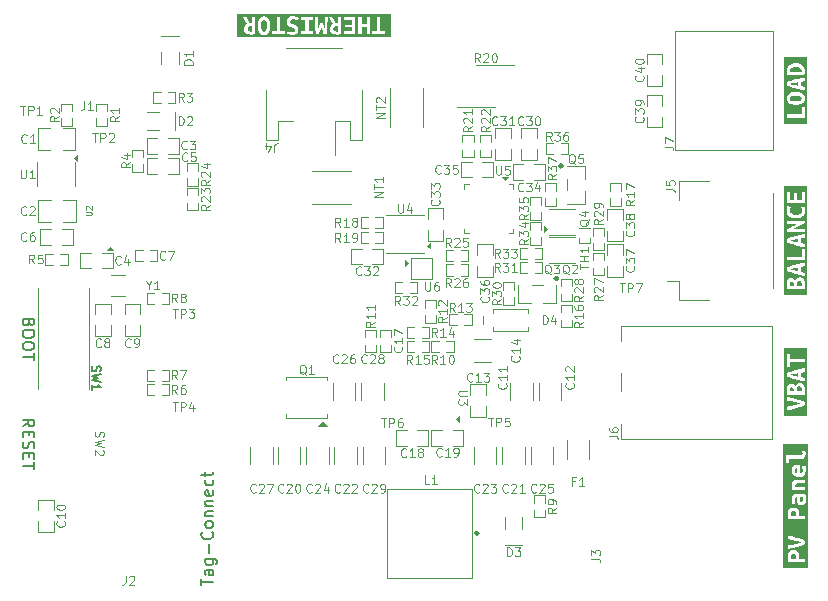
<source format=gbr>
%TF.GenerationSoftware,KiCad,Pcbnew,8.0.6-8.0.6-0~ubuntu24.04.1*%
%TF.CreationDate,2024-12-03T16:30:12-05:00*%
%TF.ProjectId,powerSupplyBoard,706f7765-7253-4757-9070-6c79426f6172,01*%
%TF.SameCoordinates,Original*%
%TF.FileFunction,Legend,Top*%
%TF.FilePolarity,Positive*%
%FSLAX46Y46*%
G04 Gerber Fmt 4.6, Leading zero omitted, Abs format (unit mm)*
G04 Created by KiCad (PCBNEW 8.0.6-8.0.6-0~ubuntu24.04.1) date 2024-12-03 16:30:12*
%MOMM*%
%LPD*%
G01*
G04 APERTURE LIST*
%ADD10C,0.200000*%
%ADD11C,0.120000*%
%ADD12C,0.150000*%
%ADD13C,0.050000*%
%ADD14C,0.100000*%
%ADD15C,0.000000*%
%ADD16C,0.250000*%
G04 APERTURE END LIST*
D10*
X111056590Y-109642857D02*
X111008971Y-109785714D01*
X111008971Y-109785714D02*
X110961352Y-109833333D01*
X110961352Y-109833333D02*
X110866114Y-109880952D01*
X110866114Y-109880952D02*
X110723257Y-109880952D01*
X110723257Y-109880952D02*
X110628019Y-109833333D01*
X110628019Y-109833333D02*
X110580400Y-109785714D01*
X110580400Y-109785714D02*
X110532780Y-109690476D01*
X110532780Y-109690476D02*
X110532780Y-109309524D01*
X110532780Y-109309524D02*
X111532780Y-109309524D01*
X111532780Y-109309524D02*
X111532780Y-109642857D01*
X111532780Y-109642857D02*
X111485161Y-109738095D01*
X111485161Y-109738095D02*
X111437542Y-109785714D01*
X111437542Y-109785714D02*
X111342304Y-109833333D01*
X111342304Y-109833333D02*
X111247066Y-109833333D01*
X111247066Y-109833333D02*
X111151828Y-109785714D01*
X111151828Y-109785714D02*
X111104209Y-109738095D01*
X111104209Y-109738095D02*
X111056590Y-109642857D01*
X111056590Y-109642857D02*
X111056590Y-109309524D01*
X111532780Y-110500000D02*
X111532780Y-110690476D01*
X111532780Y-110690476D02*
X111485161Y-110785714D01*
X111485161Y-110785714D02*
X111389923Y-110880952D01*
X111389923Y-110880952D02*
X111199447Y-110928571D01*
X111199447Y-110928571D02*
X110866114Y-110928571D01*
X110866114Y-110928571D02*
X110675638Y-110880952D01*
X110675638Y-110880952D02*
X110580400Y-110785714D01*
X110580400Y-110785714D02*
X110532780Y-110690476D01*
X110532780Y-110690476D02*
X110532780Y-110500000D01*
X110532780Y-110500000D02*
X110580400Y-110404762D01*
X110580400Y-110404762D02*
X110675638Y-110309524D01*
X110675638Y-110309524D02*
X110866114Y-110261905D01*
X110866114Y-110261905D02*
X111199447Y-110261905D01*
X111199447Y-110261905D02*
X111389923Y-110309524D01*
X111389923Y-110309524D02*
X111485161Y-110404762D01*
X111485161Y-110404762D02*
X111532780Y-110500000D01*
X111532780Y-111547619D02*
X111532780Y-111738095D01*
X111532780Y-111738095D02*
X111485161Y-111833333D01*
X111485161Y-111833333D02*
X111389923Y-111928571D01*
X111389923Y-111928571D02*
X111199447Y-111976190D01*
X111199447Y-111976190D02*
X110866114Y-111976190D01*
X110866114Y-111976190D02*
X110675638Y-111928571D01*
X110675638Y-111928571D02*
X110580400Y-111833333D01*
X110580400Y-111833333D02*
X110532780Y-111738095D01*
X110532780Y-111738095D02*
X110532780Y-111547619D01*
X110532780Y-111547619D02*
X110580400Y-111452381D01*
X110580400Y-111452381D02*
X110675638Y-111357143D01*
X110675638Y-111357143D02*
X110866114Y-111309524D01*
X110866114Y-111309524D02*
X111199447Y-111309524D01*
X111199447Y-111309524D02*
X111389923Y-111357143D01*
X111389923Y-111357143D02*
X111485161Y-111452381D01*
X111485161Y-111452381D02*
X111532780Y-111547619D01*
X111532780Y-112261905D02*
X111532780Y-112833333D01*
X110532780Y-112547619D02*
X111532780Y-112547619D01*
X110532780Y-118447618D02*
X111008971Y-118114285D01*
X110532780Y-117876190D02*
X111532780Y-117876190D01*
X111532780Y-117876190D02*
X111532780Y-118257142D01*
X111532780Y-118257142D02*
X111485161Y-118352380D01*
X111485161Y-118352380D02*
X111437542Y-118399999D01*
X111437542Y-118399999D02*
X111342304Y-118447618D01*
X111342304Y-118447618D02*
X111199447Y-118447618D01*
X111199447Y-118447618D02*
X111104209Y-118399999D01*
X111104209Y-118399999D02*
X111056590Y-118352380D01*
X111056590Y-118352380D02*
X111008971Y-118257142D01*
X111008971Y-118257142D02*
X111008971Y-117876190D01*
X111056590Y-118876190D02*
X111056590Y-119209523D01*
X110532780Y-119352380D02*
X110532780Y-118876190D01*
X110532780Y-118876190D02*
X111532780Y-118876190D01*
X111532780Y-118876190D02*
X111532780Y-119352380D01*
X110580400Y-119733333D02*
X110532780Y-119876190D01*
X110532780Y-119876190D02*
X110532780Y-120114285D01*
X110532780Y-120114285D02*
X110580400Y-120209523D01*
X110580400Y-120209523D02*
X110628019Y-120257142D01*
X110628019Y-120257142D02*
X110723257Y-120304761D01*
X110723257Y-120304761D02*
X110818495Y-120304761D01*
X110818495Y-120304761D02*
X110913733Y-120257142D01*
X110913733Y-120257142D02*
X110961352Y-120209523D01*
X110961352Y-120209523D02*
X111008971Y-120114285D01*
X111008971Y-120114285D02*
X111056590Y-119923809D01*
X111056590Y-119923809D02*
X111104209Y-119828571D01*
X111104209Y-119828571D02*
X111151828Y-119780952D01*
X111151828Y-119780952D02*
X111247066Y-119733333D01*
X111247066Y-119733333D02*
X111342304Y-119733333D01*
X111342304Y-119733333D02*
X111437542Y-119780952D01*
X111437542Y-119780952D02*
X111485161Y-119828571D01*
X111485161Y-119828571D02*
X111532780Y-119923809D01*
X111532780Y-119923809D02*
X111532780Y-120161904D01*
X111532780Y-120161904D02*
X111485161Y-120304761D01*
X111056590Y-120733333D02*
X111056590Y-121066666D01*
X110532780Y-121209523D02*
X110532780Y-120733333D01*
X110532780Y-120733333D02*
X111532780Y-120733333D01*
X111532780Y-120733333D02*
X111532780Y-121209523D01*
X111532780Y-121495238D02*
X111532780Y-122066666D01*
X110532780Y-121780952D02*
X111532780Y-121780952D01*
X125667219Y-131909523D02*
X125667219Y-131338095D01*
X126667219Y-131623809D02*
X125667219Y-131623809D01*
X126667219Y-130576190D02*
X126143409Y-130576190D01*
X126143409Y-130576190D02*
X126048171Y-130623809D01*
X126048171Y-130623809D02*
X126000552Y-130719047D01*
X126000552Y-130719047D02*
X126000552Y-130909523D01*
X126000552Y-130909523D02*
X126048171Y-131004761D01*
X126619600Y-130576190D02*
X126667219Y-130671428D01*
X126667219Y-130671428D02*
X126667219Y-130909523D01*
X126667219Y-130909523D02*
X126619600Y-131004761D01*
X126619600Y-131004761D02*
X126524361Y-131052380D01*
X126524361Y-131052380D02*
X126429123Y-131052380D01*
X126429123Y-131052380D02*
X126333885Y-131004761D01*
X126333885Y-131004761D02*
X126286266Y-130909523D01*
X126286266Y-130909523D02*
X126286266Y-130671428D01*
X126286266Y-130671428D02*
X126238647Y-130576190D01*
X126000552Y-129671428D02*
X126810076Y-129671428D01*
X126810076Y-129671428D02*
X126905314Y-129719047D01*
X126905314Y-129719047D02*
X126952933Y-129766666D01*
X126952933Y-129766666D02*
X127000552Y-129861904D01*
X127000552Y-129861904D02*
X127000552Y-130004761D01*
X127000552Y-130004761D02*
X126952933Y-130099999D01*
X126619600Y-129671428D02*
X126667219Y-129766666D01*
X126667219Y-129766666D02*
X126667219Y-129957142D01*
X126667219Y-129957142D02*
X126619600Y-130052380D01*
X126619600Y-130052380D02*
X126571980Y-130099999D01*
X126571980Y-130099999D02*
X126476742Y-130147618D01*
X126476742Y-130147618D02*
X126191028Y-130147618D01*
X126191028Y-130147618D02*
X126095790Y-130099999D01*
X126095790Y-130099999D02*
X126048171Y-130052380D01*
X126048171Y-130052380D02*
X126000552Y-129957142D01*
X126000552Y-129957142D02*
X126000552Y-129766666D01*
X126000552Y-129766666D02*
X126048171Y-129671428D01*
X126286266Y-129195237D02*
X126286266Y-128433333D01*
X126571980Y-127385714D02*
X126619600Y-127433333D01*
X126619600Y-127433333D02*
X126667219Y-127576190D01*
X126667219Y-127576190D02*
X126667219Y-127671428D01*
X126667219Y-127671428D02*
X126619600Y-127814285D01*
X126619600Y-127814285D02*
X126524361Y-127909523D01*
X126524361Y-127909523D02*
X126429123Y-127957142D01*
X126429123Y-127957142D02*
X126238647Y-128004761D01*
X126238647Y-128004761D02*
X126095790Y-128004761D01*
X126095790Y-128004761D02*
X125905314Y-127957142D01*
X125905314Y-127957142D02*
X125810076Y-127909523D01*
X125810076Y-127909523D02*
X125714838Y-127814285D01*
X125714838Y-127814285D02*
X125667219Y-127671428D01*
X125667219Y-127671428D02*
X125667219Y-127576190D01*
X125667219Y-127576190D02*
X125714838Y-127433333D01*
X125714838Y-127433333D02*
X125762457Y-127385714D01*
X126667219Y-126814285D02*
X126619600Y-126909523D01*
X126619600Y-126909523D02*
X126571980Y-126957142D01*
X126571980Y-126957142D02*
X126476742Y-127004761D01*
X126476742Y-127004761D02*
X126191028Y-127004761D01*
X126191028Y-127004761D02*
X126095790Y-126957142D01*
X126095790Y-126957142D02*
X126048171Y-126909523D01*
X126048171Y-126909523D02*
X126000552Y-126814285D01*
X126000552Y-126814285D02*
X126000552Y-126671428D01*
X126000552Y-126671428D02*
X126048171Y-126576190D01*
X126048171Y-126576190D02*
X126095790Y-126528571D01*
X126095790Y-126528571D02*
X126191028Y-126480952D01*
X126191028Y-126480952D02*
X126476742Y-126480952D01*
X126476742Y-126480952D02*
X126571980Y-126528571D01*
X126571980Y-126528571D02*
X126619600Y-126576190D01*
X126619600Y-126576190D02*
X126667219Y-126671428D01*
X126667219Y-126671428D02*
X126667219Y-126814285D01*
X126000552Y-126052380D02*
X126667219Y-126052380D01*
X126095790Y-126052380D02*
X126048171Y-126004761D01*
X126048171Y-126004761D02*
X126000552Y-125909523D01*
X126000552Y-125909523D02*
X126000552Y-125766666D01*
X126000552Y-125766666D02*
X126048171Y-125671428D01*
X126048171Y-125671428D02*
X126143409Y-125623809D01*
X126143409Y-125623809D02*
X126667219Y-125623809D01*
X126000552Y-125147618D02*
X126667219Y-125147618D01*
X126095790Y-125147618D02*
X126048171Y-125099999D01*
X126048171Y-125099999D02*
X126000552Y-125004761D01*
X126000552Y-125004761D02*
X126000552Y-124861904D01*
X126000552Y-124861904D02*
X126048171Y-124766666D01*
X126048171Y-124766666D02*
X126143409Y-124719047D01*
X126143409Y-124719047D02*
X126667219Y-124719047D01*
X126619600Y-123861904D02*
X126667219Y-123957142D01*
X126667219Y-123957142D02*
X126667219Y-124147618D01*
X126667219Y-124147618D02*
X126619600Y-124242856D01*
X126619600Y-124242856D02*
X126524361Y-124290475D01*
X126524361Y-124290475D02*
X126143409Y-124290475D01*
X126143409Y-124290475D02*
X126048171Y-124242856D01*
X126048171Y-124242856D02*
X126000552Y-124147618D01*
X126000552Y-124147618D02*
X126000552Y-123957142D01*
X126000552Y-123957142D02*
X126048171Y-123861904D01*
X126048171Y-123861904D02*
X126143409Y-123814285D01*
X126143409Y-123814285D02*
X126238647Y-123814285D01*
X126238647Y-123814285D02*
X126333885Y-124290475D01*
X126619600Y-122957142D02*
X126667219Y-123052380D01*
X126667219Y-123052380D02*
X126667219Y-123242856D01*
X126667219Y-123242856D02*
X126619600Y-123338094D01*
X126619600Y-123338094D02*
X126571980Y-123385713D01*
X126571980Y-123385713D02*
X126476742Y-123433332D01*
X126476742Y-123433332D02*
X126191028Y-123433332D01*
X126191028Y-123433332D02*
X126095790Y-123385713D01*
X126095790Y-123385713D02*
X126048171Y-123338094D01*
X126048171Y-123338094D02*
X126000552Y-123242856D01*
X126000552Y-123242856D02*
X126000552Y-123052380D01*
X126000552Y-123052380D02*
X126048171Y-122957142D01*
X126000552Y-122671427D02*
X126000552Y-122290475D01*
X125667219Y-122528570D02*
X126524361Y-122528570D01*
X126524361Y-122528570D02*
X126619600Y-122480951D01*
X126619600Y-122480951D02*
X126667219Y-122385713D01*
X126667219Y-122385713D02*
X126667219Y-122290475D01*
D11*
X121200375Y-106483581D02*
X121200375Y-106840724D01*
X120950375Y-106090724D02*
X121200375Y-106483581D01*
X121200375Y-106483581D02*
X121450375Y-106090724D01*
X122093232Y-106840724D02*
X121664661Y-106840724D01*
X121878946Y-106840724D02*
X121878946Y-106090724D01*
X121878946Y-106090724D02*
X121807518Y-106197867D01*
X121807518Y-106197867D02*
X121736089Y-106269295D01*
X121736089Y-106269295D02*
X121664661Y-106305010D01*
X157990724Y-107382143D02*
X157633581Y-107632143D01*
X157990724Y-107810714D02*
X157240724Y-107810714D01*
X157240724Y-107810714D02*
X157240724Y-107525000D01*
X157240724Y-107525000D02*
X157276438Y-107453571D01*
X157276438Y-107453571D02*
X157312152Y-107417857D01*
X157312152Y-107417857D02*
X157383581Y-107382143D01*
X157383581Y-107382143D02*
X157490724Y-107382143D01*
X157490724Y-107382143D02*
X157562152Y-107417857D01*
X157562152Y-107417857D02*
X157597867Y-107453571D01*
X157597867Y-107453571D02*
X157633581Y-107525000D01*
X157633581Y-107525000D02*
X157633581Y-107810714D01*
X157312152Y-107096428D02*
X157276438Y-107060714D01*
X157276438Y-107060714D02*
X157240724Y-106989286D01*
X157240724Y-106989286D02*
X157240724Y-106810714D01*
X157240724Y-106810714D02*
X157276438Y-106739286D01*
X157276438Y-106739286D02*
X157312152Y-106703571D01*
X157312152Y-106703571D02*
X157383581Y-106667857D01*
X157383581Y-106667857D02*
X157455010Y-106667857D01*
X157455010Y-106667857D02*
X157562152Y-106703571D01*
X157562152Y-106703571D02*
X157990724Y-107132143D01*
X157990724Y-107132143D02*
X157990724Y-106667857D01*
X157562152Y-106239285D02*
X157526438Y-106310714D01*
X157526438Y-106310714D02*
X157490724Y-106346428D01*
X157490724Y-106346428D02*
X157419295Y-106382142D01*
X157419295Y-106382142D02*
X157383581Y-106382142D01*
X157383581Y-106382142D02*
X157312152Y-106346428D01*
X157312152Y-106346428D02*
X157276438Y-106310714D01*
X157276438Y-106310714D02*
X157240724Y-106239285D01*
X157240724Y-106239285D02*
X157240724Y-106096428D01*
X157240724Y-106096428D02*
X157276438Y-106025000D01*
X157276438Y-106025000D02*
X157312152Y-105989285D01*
X157312152Y-105989285D02*
X157383581Y-105953571D01*
X157383581Y-105953571D02*
X157419295Y-105953571D01*
X157419295Y-105953571D02*
X157490724Y-105989285D01*
X157490724Y-105989285D02*
X157526438Y-106025000D01*
X157526438Y-106025000D02*
X157562152Y-106096428D01*
X157562152Y-106096428D02*
X157562152Y-106239285D01*
X157562152Y-106239285D02*
X157597867Y-106310714D01*
X157597867Y-106310714D02*
X157633581Y-106346428D01*
X157633581Y-106346428D02*
X157705010Y-106382142D01*
X157705010Y-106382142D02*
X157847867Y-106382142D01*
X157847867Y-106382142D02*
X157919295Y-106346428D01*
X157919295Y-106346428D02*
X157955010Y-106310714D01*
X157955010Y-106310714D02*
X157990724Y-106239285D01*
X157990724Y-106239285D02*
X157990724Y-106096428D01*
X157990724Y-106096428D02*
X157955010Y-106025000D01*
X157955010Y-106025000D02*
X157919295Y-105989285D01*
X157919295Y-105989285D02*
X157847867Y-105953571D01*
X157847867Y-105953571D02*
X157705010Y-105953571D01*
X157705010Y-105953571D02*
X157633581Y-105989285D01*
X157633581Y-105989285D02*
X157597867Y-106025000D01*
X157597867Y-106025000D02*
X157562152Y-106096428D01*
X119674999Y-111669295D02*
X119639285Y-111705010D01*
X119639285Y-111705010D02*
X119532142Y-111740724D01*
X119532142Y-111740724D02*
X119460714Y-111740724D01*
X119460714Y-111740724D02*
X119353571Y-111705010D01*
X119353571Y-111705010D02*
X119282142Y-111633581D01*
X119282142Y-111633581D02*
X119246428Y-111562152D01*
X119246428Y-111562152D02*
X119210714Y-111419295D01*
X119210714Y-111419295D02*
X119210714Y-111312152D01*
X119210714Y-111312152D02*
X119246428Y-111169295D01*
X119246428Y-111169295D02*
X119282142Y-111097867D01*
X119282142Y-111097867D02*
X119353571Y-111026438D01*
X119353571Y-111026438D02*
X119460714Y-110990724D01*
X119460714Y-110990724D02*
X119532142Y-110990724D01*
X119532142Y-110990724D02*
X119639285Y-111026438D01*
X119639285Y-111026438D02*
X119674999Y-111062152D01*
X120032142Y-111740724D02*
X120174999Y-111740724D01*
X120174999Y-111740724D02*
X120246428Y-111705010D01*
X120246428Y-111705010D02*
X120282142Y-111669295D01*
X120282142Y-111669295D02*
X120353571Y-111562152D01*
X120353571Y-111562152D02*
X120389285Y-111419295D01*
X120389285Y-111419295D02*
X120389285Y-111133581D01*
X120389285Y-111133581D02*
X120353571Y-111062152D01*
X120353571Y-111062152D02*
X120317857Y-111026438D01*
X120317857Y-111026438D02*
X120246428Y-110990724D01*
X120246428Y-110990724D02*
X120103571Y-110990724D01*
X120103571Y-110990724D02*
X120032142Y-111026438D01*
X120032142Y-111026438D02*
X119996428Y-111062152D01*
X119996428Y-111062152D02*
X119960714Y-111133581D01*
X119960714Y-111133581D02*
X119960714Y-111312152D01*
X119960714Y-111312152D02*
X119996428Y-111383581D01*
X119996428Y-111383581D02*
X120032142Y-111419295D01*
X120032142Y-111419295D02*
X120103571Y-111455010D01*
X120103571Y-111455010D02*
X120246428Y-111455010D01*
X120246428Y-111455010D02*
X120317857Y-111419295D01*
X120317857Y-111419295D02*
X120353571Y-111383581D01*
X120353571Y-111383581D02*
X120389285Y-111312152D01*
X162269295Y-101882143D02*
X162305010Y-101917857D01*
X162305010Y-101917857D02*
X162340724Y-102025000D01*
X162340724Y-102025000D02*
X162340724Y-102096428D01*
X162340724Y-102096428D02*
X162305010Y-102203571D01*
X162305010Y-102203571D02*
X162233581Y-102275000D01*
X162233581Y-102275000D02*
X162162152Y-102310714D01*
X162162152Y-102310714D02*
X162019295Y-102346428D01*
X162019295Y-102346428D02*
X161912152Y-102346428D01*
X161912152Y-102346428D02*
X161769295Y-102310714D01*
X161769295Y-102310714D02*
X161697867Y-102275000D01*
X161697867Y-102275000D02*
X161626438Y-102203571D01*
X161626438Y-102203571D02*
X161590724Y-102096428D01*
X161590724Y-102096428D02*
X161590724Y-102025000D01*
X161590724Y-102025000D02*
X161626438Y-101917857D01*
X161626438Y-101917857D02*
X161662152Y-101882143D01*
X161590724Y-101632143D02*
X161590724Y-101167857D01*
X161590724Y-101167857D02*
X161876438Y-101417857D01*
X161876438Y-101417857D02*
X161876438Y-101310714D01*
X161876438Y-101310714D02*
X161912152Y-101239286D01*
X161912152Y-101239286D02*
X161947867Y-101203571D01*
X161947867Y-101203571D02*
X162019295Y-101167857D01*
X162019295Y-101167857D02*
X162197867Y-101167857D01*
X162197867Y-101167857D02*
X162269295Y-101203571D01*
X162269295Y-101203571D02*
X162305010Y-101239286D01*
X162305010Y-101239286D02*
X162340724Y-101310714D01*
X162340724Y-101310714D02*
X162340724Y-101525000D01*
X162340724Y-101525000D02*
X162305010Y-101596428D01*
X162305010Y-101596428D02*
X162269295Y-101632143D01*
X161912152Y-100739285D02*
X161876438Y-100810714D01*
X161876438Y-100810714D02*
X161840724Y-100846428D01*
X161840724Y-100846428D02*
X161769295Y-100882142D01*
X161769295Y-100882142D02*
X161733581Y-100882142D01*
X161733581Y-100882142D02*
X161662152Y-100846428D01*
X161662152Y-100846428D02*
X161626438Y-100810714D01*
X161626438Y-100810714D02*
X161590724Y-100739285D01*
X161590724Y-100739285D02*
X161590724Y-100596428D01*
X161590724Y-100596428D02*
X161626438Y-100525000D01*
X161626438Y-100525000D02*
X161662152Y-100489285D01*
X161662152Y-100489285D02*
X161733581Y-100453571D01*
X161733581Y-100453571D02*
X161769295Y-100453571D01*
X161769295Y-100453571D02*
X161840724Y-100489285D01*
X161840724Y-100489285D02*
X161876438Y-100525000D01*
X161876438Y-100525000D02*
X161912152Y-100596428D01*
X161912152Y-100596428D02*
X161912152Y-100739285D01*
X161912152Y-100739285D02*
X161947867Y-100810714D01*
X161947867Y-100810714D02*
X161983581Y-100846428D01*
X161983581Y-100846428D02*
X162055010Y-100882142D01*
X162055010Y-100882142D02*
X162197867Y-100882142D01*
X162197867Y-100882142D02*
X162269295Y-100846428D01*
X162269295Y-100846428D02*
X162305010Y-100810714D01*
X162305010Y-100810714D02*
X162340724Y-100739285D01*
X162340724Y-100739285D02*
X162340724Y-100596428D01*
X162340724Y-100596428D02*
X162305010Y-100525000D01*
X162305010Y-100525000D02*
X162269295Y-100489285D01*
X162269295Y-100489285D02*
X162197867Y-100453571D01*
X162197867Y-100453571D02*
X162055010Y-100453571D01*
X162055010Y-100453571D02*
X161983581Y-100489285D01*
X161983581Y-100489285D02*
X161947867Y-100525000D01*
X161947867Y-100525000D02*
X161912152Y-100596428D01*
X151546428Y-129440724D02*
X151546428Y-128690724D01*
X151546428Y-128690724D02*
X151724999Y-128690724D01*
X151724999Y-128690724D02*
X151832142Y-128726438D01*
X151832142Y-128726438D02*
X151903571Y-128797867D01*
X151903571Y-128797867D02*
X151939285Y-128869295D01*
X151939285Y-128869295D02*
X151974999Y-129012152D01*
X151974999Y-129012152D02*
X151974999Y-129119295D01*
X151974999Y-129119295D02*
X151939285Y-129262152D01*
X151939285Y-129262152D02*
X151903571Y-129333581D01*
X151903571Y-129333581D02*
X151832142Y-129405010D01*
X151832142Y-129405010D02*
X151724999Y-129440724D01*
X151724999Y-129440724D02*
X151546428Y-129440724D01*
X152224999Y-128690724D02*
X152689285Y-128690724D01*
X152689285Y-128690724D02*
X152439285Y-128976438D01*
X152439285Y-128976438D02*
X152546428Y-128976438D01*
X152546428Y-128976438D02*
X152617857Y-129012152D01*
X152617857Y-129012152D02*
X152653571Y-129047867D01*
X152653571Y-129047867D02*
X152689285Y-129119295D01*
X152689285Y-129119295D02*
X152689285Y-129297867D01*
X152689285Y-129297867D02*
X152653571Y-129369295D01*
X152653571Y-129369295D02*
X152617857Y-129405010D01*
X152617857Y-129405010D02*
X152546428Y-129440724D01*
X152546428Y-129440724D02*
X152332142Y-129440724D01*
X152332142Y-129440724D02*
X152260714Y-129405010D01*
X152260714Y-129405010D02*
X152224999Y-129369295D01*
X145617856Y-113140724D02*
X145367856Y-112783581D01*
X145189285Y-113140724D02*
X145189285Y-112390724D01*
X145189285Y-112390724D02*
X145474999Y-112390724D01*
X145474999Y-112390724D02*
X145546428Y-112426438D01*
X145546428Y-112426438D02*
X145582142Y-112462152D01*
X145582142Y-112462152D02*
X145617856Y-112533581D01*
X145617856Y-112533581D02*
X145617856Y-112640724D01*
X145617856Y-112640724D02*
X145582142Y-112712152D01*
X145582142Y-112712152D02*
X145546428Y-112747867D01*
X145546428Y-112747867D02*
X145474999Y-112783581D01*
X145474999Y-112783581D02*
X145189285Y-112783581D01*
X146332142Y-113140724D02*
X145903571Y-113140724D01*
X146117856Y-113140724D02*
X146117856Y-112390724D01*
X146117856Y-112390724D02*
X146046428Y-112497867D01*
X146046428Y-112497867D02*
X145974999Y-112569295D01*
X145974999Y-112569295D02*
X145903571Y-112605010D01*
X146796428Y-112390724D02*
X146867857Y-112390724D01*
X146867857Y-112390724D02*
X146939285Y-112426438D01*
X146939285Y-112426438D02*
X146975000Y-112462152D01*
X146975000Y-112462152D02*
X147010714Y-112533581D01*
X147010714Y-112533581D02*
X147046428Y-112676438D01*
X147046428Y-112676438D02*
X147046428Y-112855010D01*
X147046428Y-112855010D02*
X147010714Y-112997867D01*
X147010714Y-112997867D02*
X146975000Y-113069295D01*
X146975000Y-113069295D02*
X146939285Y-113105010D01*
X146939285Y-113105010D02*
X146867857Y-113140724D01*
X146867857Y-113140724D02*
X146796428Y-113140724D01*
X146796428Y-113140724D02*
X146725000Y-113105010D01*
X146725000Y-113105010D02*
X146689285Y-113069295D01*
X146689285Y-113069295D02*
X146653571Y-112997867D01*
X146653571Y-112997867D02*
X146617857Y-112855010D01*
X146617857Y-112855010D02*
X146617857Y-112676438D01*
X146617857Y-112676438D02*
X146653571Y-112533581D01*
X146653571Y-112533581D02*
X146689285Y-112462152D01*
X146689285Y-112462152D02*
X146725000Y-112426438D01*
X146725000Y-112426438D02*
X146796428Y-112390724D01*
X162269295Y-104882143D02*
X162305010Y-104917857D01*
X162305010Y-104917857D02*
X162340724Y-105025000D01*
X162340724Y-105025000D02*
X162340724Y-105096428D01*
X162340724Y-105096428D02*
X162305010Y-105203571D01*
X162305010Y-105203571D02*
X162233581Y-105275000D01*
X162233581Y-105275000D02*
X162162152Y-105310714D01*
X162162152Y-105310714D02*
X162019295Y-105346428D01*
X162019295Y-105346428D02*
X161912152Y-105346428D01*
X161912152Y-105346428D02*
X161769295Y-105310714D01*
X161769295Y-105310714D02*
X161697867Y-105275000D01*
X161697867Y-105275000D02*
X161626438Y-105203571D01*
X161626438Y-105203571D02*
X161590724Y-105096428D01*
X161590724Y-105096428D02*
X161590724Y-105025000D01*
X161590724Y-105025000D02*
X161626438Y-104917857D01*
X161626438Y-104917857D02*
X161662152Y-104882143D01*
X161590724Y-104632143D02*
X161590724Y-104167857D01*
X161590724Y-104167857D02*
X161876438Y-104417857D01*
X161876438Y-104417857D02*
X161876438Y-104310714D01*
X161876438Y-104310714D02*
X161912152Y-104239286D01*
X161912152Y-104239286D02*
X161947867Y-104203571D01*
X161947867Y-104203571D02*
X162019295Y-104167857D01*
X162019295Y-104167857D02*
X162197867Y-104167857D01*
X162197867Y-104167857D02*
X162269295Y-104203571D01*
X162269295Y-104203571D02*
X162305010Y-104239286D01*
X162305010Y-104239286D02*
X162340724Y-104310714D01*
X162340724Y-104310714D02*
X162340724Y-104525000D01*
X162340724Y-104525000D02*
X162305010Y-104596428D01*
X162305010Y-104596428D02*
X162269295Y-104632143D01*
X161590724Y-103917857D02*
X161590724Y-103417857D01*
X161590724Y-103417857D02*
X162340724Y-103739285D01*
X140340724Y-109568910D02*
X139983581Y-109818910D01*
X140340724Y-109997481D02*
X139590724Y-109997481D01*
X139590724Y-109997481D02*
X139590724Y-109711767D01*
X139590724Y-109711767D02*
X139626438Y-109640338D01*
X139626438Y-109640338D02*
X139662152Y-109604624D01*
X139662152Y-109604624D02*
X139733581Y-109568910D01*
X139733581Y-109568910D02*
X139840724Y-109568910D01*
X139840724Y-109568910D02*
X139912152Y-109604624D01*
X139912152Y-109604624D02*
X139947867Y-109640338D01*
X139947867Y-109640338D02*
X139983581Y-109711767D01*
X139983581Y-109711767D02*
X139983581Y-109997481D01*
X140340724Y-108854624D02*
X140340724Y-109283195D01*
X140340724Y-109068910D02*
X139590724Y-109068910D01*
X139590724Y-109068910D02*
X139697867Y-109140338D01*
X139697867Y-109140338D02*
X139769295Y-109211767D01*
X139769295Y-109211767D02*
X139805010Y-109283195D01*
X140340724Y-108140338D02*
X140340724Y-108568909D01*
X140340724Y-108354624D02*
X139590724Y-108354624D01*
X139590724Y-108354624D02*
X139697867Y-108426052D01*
X139697867Y-108426052D02*
X139769295Y-108497481D01*
X139769295Y-108497481D02*
X139805010Y-108568909D01*
X114069295Y-126482143D02*
X114105010Y-126517857D01*
X114105010Y-126517857D02*
X114140724Y-126625000D01*
X114140724Y-126625000D02*
X114140724Y-126696428D01*
X114140724Y-126696428D02*
X114105010Y-126803571D01*
X114105010Y-126803571D02*
X114033581Y-126875000D01*
X114033581Y-126875000D02*
X113962152Y-126910714D01*
X113962152Y-126910714D02*
X113819295Y-126946428D01*
X113819295Y-126946428D02*
X113712152Y-126946428D01*
X113712152Y-126946428D02*
X113569295Y-126910714D01*
X113569295Y-126910714D02*
X113497867Y-126875000D01*
X113497867Y-126875000D02*
X113426438Y-126803571D01*
X113426438Y-126803571D02*
X113390724Y-126696428D01*
X113390724Y-126696428D02*
X113390724Y-126625000D01*
X113390724Y-126625000D02*
X113426438Y-126517857D01*
X113426438Y-126517857D02*
X113462152Y-126482143D01*
X114140724Y-125767857D02*
X114140724Y-126196428D01*
X114140724Y-125982143D02*
X113390724Y-125982143D01*
X113390724Y-125982143D02*
X113497867Y-126053571D01*
X113497867Y-126053571D02*
X113569295Y-126125000D01*
X113569295Y-126125000D02*
X113605010Y-126196428D01*
X113390724Y-125303571D02*
X113390724Y-125232142D01*
X113390724Y-125232142D02*
X113426438Y-125160714D01*
X113426438Y-125160714D02*
X113462152Y-125125000D01*
X113462152Y-125125000D02*
X113533581Y-125089285D01*
X113533581Y-125089285D02*
X113676438Y-125053571D01*
X113676438Y-125053571D02*
X113855010Y-125053571D01*
X113855010Y-125053571D02*
X113997867Y-125089285D01*
X113997867Y-125089285D02*
X114069295Y-125125000D01*
X114069295Y-125125000D02*
X114105010Y-125160714D01*
X114105010Y-125160714D02*
X114140724Y-125232142D01*
X114140724Y-125232142D02*
X114140724Y-125303571D01*
X114140724Y-125303571D02*
X114105010Y-125375000D01*
X114105010Y-125375000D02*
X114069295Y-125410714D01*
X114069295Y-125410714D02*
X113997867Y-125446428D01*
X113997867Y-125446428D02*
X113855010Y-125482142D01*
X113855010Y-125482142D02*
X113676438Y-125482142D01*
X113676438Y-125482142D02*
X113533581Y-125446428D01*
X113533581Y-125446428D02*
X113462152Y-125410714D01*
X113462152Y-125410714D02*
X113426438Y-125375000D01*
X113426438Y-125375000D02*
X113390724Y-125303571D01*
X110863909Y-102669295D02*
X110828195Y-102705010D01*
X110828195Y-102705010D02*
X110721052Y-102740724D01*
X110721052Y-102740724D02*
X110649624Y-102740724D01*
X110649624Y-102740724D02*
X110542481Y-102705010D01*
X110542481Y-102705010D02*
X110471052Y-102633581D01*
X110471052Y-102633581D02*
X110435338Y-102562152D01*
X110435338Y-102562152D02*
X110399624Y-102419295D01*
X110399624Y-102419295D02*
X110399624Y-102312152D01*
X110399624Y-102312152D02*
X110435338Y-102169295D01*
X110435338Y-102169295D02*
X110471052Y-102097867D01*
X110471052Y-102097867D02*
X110542481Y-102026438D01*
X110542481Y-102026438D02*
X110649624Y-101990724D01*
X110649624Y-101990724D02*
X110721052Y-101990724D01*
X110721052Y-101990724D02*
X110828195Y-102026438D01*
X110828195Y-102026438D02*
X110863909Y-102062152D01*
X111506767Y-101990724D02*
X111363909Y-101990724D01*
X111363909Y-101990724D02*
X111292481Y-102026438D01*
X111292481Y-102026438D02*
X111256767Y-102062152D01*
X111256767Y-102062152D02*
X111185338Y-102169295D01*
X111185338Y-102169295D02*
X111149624Y-102312152D01*
X111149624Y-102312152D02*
X111149624Y-102597867D01*
X111149624Y-102597867D02*
X111185338Y-102669295D01*
X111185338Y-102669295D02*
X111221052Y-102705010D01*
X111221052Y-102705010D02*
X111292481Y-102740724D01*
X111292481Y-102740724D02*
X111435338Y-102740724D01*
X111435338Y-102740724D02*
X111506767Y-102705010D01*
X111506767Y-102705010D02*
X111542481Y-102669295D01*
X111542481Y-102669295D02*
X111578195Y-102597867D01*
X111578195Y-102597867D02*
X111578195Y-102419295D01*
X111578195Y-102419295D02*
X111542481Y-102347867D01*
X111542481Y-102347867D02*
X111506767Y-102312152D01*
X111506767Y-102312152D02*
X111435338Y-102276438D01*
X111435338Y-102276438D02*
X111292481Y-102276438D01*
X111292481Y-102276438D02*
X111221052Y-102312152D01*
X111221052Y-102312152D02*
X111185338Y-102347867D01*
X111185338Y-102347867D02*
X111149624Y-102419295D01*
X152917856Y-98469295D02*
X152882142Y-98505010D01*
X152882142Y-98505010D02*
X152774999Y-98540724D01*
X152774999Y-98540724D02*
X152703571Y-98540724D01*
X152703571Y-98540724D02*
X152596428Y-98505010D01*
X152596428Y-98505010D02*
X152524999Y-98433581D01*
X152524999Y-98433581D02*
X152489285Y-98362152D01*
X152489285Y-98362152D02*
X152453571Y-98219295D01*
X152453571Y-98219295D02*
X152453571Y-98112152D01*
X152453571Y-98112152D02*
X152489285Y-97969295D01*
X152489285Y-97969295D02*
X152524999Y-97897867D01*
X152524999Y-97897867D02*
X152596428Y-97826438D01*
X152596428Y-97826438D02*
X152703571Y-97790724D01*
X152703571Y-97790724D02*
X152774999Y-97790724D01*
X152774999Y-97790724D02*
X152882142Y-97826438D01*
X152882142Y-97826438D02*
X152917856Y-97862152D01*
X153167856Y-97790724D02*
X153632142Y-97790724D01*
X153632142Y-97790724D02*
X153382142Y-98076438D01*
X153382142Y-98076438D02*
X153489285Y-98076438D01*
X153489285Y-98076438D02*
X153560714Y-98112152D01*
X153560714Y-98112152D02*
X153596428Y-98147867D01*
X153596428Y-98147867D02*
X153632142Y-98219295D01*
X153632142Y-98219295D02*
X153632142Y-98397867D01*
X153632142Y-98397867D02*
X153596428Y-98469295D01*
X153596428Y-98469295D02*
X153560714Y-98505010D01*
X153560714Y-98505010D02*
X153489285Y-98540724D01*
X153489285Y-98540724D02*
X153274999Y-98540724D01*
X153274999Y-98540724D02*
X153203571Y-98505010D01*
X153203571Y-98505010D02*
X153167856Y-98469295D01*
X154275000Y-98040724D02*
X154275000Y-98540724D01*
X154096428Y-97755010D02*
X153917857Y-98290724D01*
X153917857Y-98290724D02*
X154382142Y-98290724D01*
X149217856Y-123969295D02*
X149182142Y-124005010D01*
X149182142Y-124005010D02*
X149074999Y-124040724D01*
X149074999Y-124040724D02*
X149003571Y-124040724D01*
X149003571Y-124040724D02*
X148896428Y-124005010D01*
X148896428Y-124005010D02*
X148824999Y-123933581D01*
X148824999Y-123933581D02*
X148789285Y-123862152D01*
X148789285Y-123862152D02*
X148753571Y-123719295D01*
X148753571Y-123719295D02*
X148753571Y-123612152D01*
X148753571Y-123612152D02*
X148789285Y-123469295D01*
X148789285Y-123469295D02*
X148824999Y-123397867D01*
X148824999Y-123397867D02*
X148896428Y-123326438D01*
X148896428Y-123326438D02*
X149003571Y-123290724D01*
X149003571Y-123290724D02*
X149074999Y-123290724D01*
X149074999Y-123290724D02*
X149182142Y-123326438D01*
X149182142Y-123326438D02*
X149217856Y-123362152D01*
X149503571Y-123362152D02*
X149539285Y-123326438D01*
X149539285Y-123326438D02*
X149610714Y-123290724D01*
X149610714Y-123290724D02*
X149789285Y-123290724D01*
X149789285Y-123290724D02*
X149860714Y-123326438D01*
X149860714Y-123326438D02*
X149896428Y-123362152D01*
X149896428Y-123362152D02*
X149932142Y-123433581D01*
X149932142Y-123433581D02*
X149932142Y-123505010D01*
X149932142Y-123505010D02*
X149896428Y-123612152D01*
X149896428Y-123612152D02*
X149467856Y-124040724D01*
X149467856Y-124040724D02*
X149932142Y-124040724D01*
X150182142Y-123290724D02*
X150646428Y-123290724D01*
X150646428Y-123290724D02*
X150396428Y-123576438D01*
X150396428Y-123576438D02*
X150503571Y-123576438D01*
X150503571Y-123576438D02*
X150575000Y-123612152D01*
X150575000Y-123612152D02*
X150610714Y-123647867D01*
X150610714Y-123647867D02*
X150646428Y-123719295D01*
X150646428Y-123719295D02*
X150646428Y-123897867D01*
X150646428Y-123897867D02*
X150610714Y-123969295D01*
X150610714Y-123969295D02*
X150575000Y-124005010D01*
X150575000Y-124005010D02*
X150503571Y-124040724D01*
X150503571Y-124040724D02*
X150289285Y-124040724D01*
X150289285Y-124040724D02*
X150217857Y-124005010D01*
X150217857Y-124005010D02*
X150182142Y-123969295D01*
X162340724Y-99282143D02*
X161983581Y-99532143D01*
X162340724Y-99710714D02*
X161590724Y-99710714D01*
X161590724Y-99710714D02*
X161590724Y-99425000D01*
X161590724Y-99425000D02*
X161626438Y-99353571D01*
X161626438Y-99353571D02*
X161662152Y-99317857D01*
X161662152Y-99317857D02*
X161733581Y-99282143D01*
X161733581Y-99282143D02*
X161840724Y-99282143D01*
X161840724Y-99282143D02*
X161912152Y-99317857D01*
X161912152Y-99317857D02*
X161947867Y-99353571D01*
X161947867Y-99353571D02*
X161983581Y-99425000D01*
X161983581Y-99425000D02*
X161983581Y-99710714D01*
X162340724Y-98567857D02*
X162340724Y-98996428D01*
X162340724Y-98782143D02*
X161590724Y-98782143D01*
X161590724Y-98782143D02*
X161697867Y-98853571D01*
X161697867Y-98853571D02*
X161769295Y-98925000D01*
X161769295Y-98925000D02*
X161805010Y-98996428D01*
X161590724Y-98317857D02*
X161590724Y-97817857D01*
X161590724Y-97817857D02*
X162340724Y-98139285D01*
D12*
X116446550Y-113350000D02*
X116410835Y-113457143D01*
X116410835Y-113457143D02*
X116410835Y-113635714D01*
X116410835Y-113635714D02*
X116446550Y-113707143D01*
X116446550Y-113707143D02*
X116482264Y-113742857D01*
X116482264Y-113742857D02*
X116553692Y-113778571D01*
X116553692Y-113778571D02*
X116625121Y-113778571D01*
X116625121Y-113778571D02*
X116696550Y-113742857D01*
X116696550Y-113742857D02*
X116732264Y-113707143D01*
X116732264Y-113707143D02*
X116767978Y-113635714D01*
X116767978Y-113635714D02*
X116803692Y-113492857D01*
X116803692Y-113492857D02*
X116839407Y-113421428D01*
X116839407Y-113421428D02*
X116875121Y-113385714D01*
X116875121Y-113385714D02*
X116946550Y-113350000D01*
X116946550Y-113350000D02*
X117017978Y-113350000D01*
X117017978Y-113350000D02*
X117089407Y-113385714D01*
X117089407Y-113385714D02*
X117125121Y-113421428D01*
X117125121Y-113421428D02*
X117160835Y-113492857D01*
X117160835Y-113492857D02*
X117160835Y-113671428D01*
X117160835Y-113671428D02*
X117125121Y-113778571D01*
X117160835Y-114028571D02*
X116410835Y-114207143D01*
X116410835Y-114207143D02*
X116946550Y-114350000D01*
X116946550Y-114350000D02*
X116410835Y-114492857D01*
X116410835Y-114492857D02*
X117160835Y-114671429D01*
X116410835Y-115350000D02*
X116410835Y-114921429D01*
X116410835Y-115135714D02*
X117160835Y-115135714D01*
X117160835Y-115135714D02*
X117053692Y-115064286D01*
X117053692Y-115064286D02*
X116982264Y-114992857D01*
X116982264Y-114992857D02*
X116946550Y-114921429D01*
D11*
X147117856Y-108740724D02*
X146867856Y-108383581D01*
X146689285Y-108740724D02*
X146689285Y-107990724D01*
X146689285Y-107990724D02*
X146974999Y-107990724D01*
X146974999Y-107990724D02*
X147046428Y-108026438D01*
X147046428Y-108026438D02*
X147082142Y-108062152D01*
X147082142Y-108062152D02*
X147117856Y-108133581D01*
X147117856Y-108133581D02*
X147117856Y-108240724D01*
X147117856Y-108240724D02*
X147082142Y-108312152D01*
X147082142Y-108312152D02*
X147046428Y-108347867D01*
X147046428Y-108347867D02*
X146974999Y-108383581D01*
X146974999Y-108383581D02*
X146689285Y-108383581D01*
X147832142Y-108740724D02*
X147403571Y-108740724D01*
X147617856Y-108740724D02*
X147617856Y-107990724D01*
X147617856Y-107990724D02*
X147546428Y-108097867D01*
X147546428Y-108097867D02*
X147474999Y-108169295D01*
X147474999Y-108169295D02*
X147403571Y-108205010D01*
X148082142Y-107990724D02*
X148546428Y-107990724D01*
X148546428Y-107990724D02*
X148296428Y-108276438D01*
X148296428Y-108276438D02*
X148403571Y-108276438D01*
X148403571Y-108276438D02*
X148475000Y-108312152D01*
X148475000Y-108312152D02*
X148510714Y-108347867D01*
X148510714Y-108347867D02*
X148546428Y-108419295D01*
X148546428Y-108419295D02*
X148546428Y-108597867D01*
X148546428Y-108597867D02*
X148510714Y-108669295D01*
X148510714Y-108669295D02*
X148475000Y-108705010D01*
X148475000Y-108705010D02*
X148403571Y-108740724D01*
X148403571Y-108740724D02*
X148189285Y-108740724D01*
X148189285Y-108740724D02*
X148117857Y-108705010D01*
X148117857Y-108705010D02*
X148082142Y-108669295D01*
X159640724Y-107350376D02*
X159283581Y-107600376D01*
X159640724Y-107778947D02*
X158890724Y-107778947D01*
X158890724Y-107778947D02*
X158890724Y-107493233D01*
X158890724Y-107493233D02*
X158926438Y-107421804D01*
X158926438Y-107421804D02*
X158962152Y-107386090D01*
X158962152Y-107386090D02*
X159033581Y-107350376D01*
X159033581Y-107350376D02*
X159140724Y-107350376D01*
X159140724Y-107350376D02*
X159212152Y-107386090D01*
X159212152Y-107386090D02*
X159247867Y-107421804D01*
X159247867Y-107421804D02*
X159283581Y-107493233D01*
X159283581Y-107493233D02*
X159283581Y-107778947D01*
X158962152Y-107064661D02*
X158926438Y-107028947D01*
X158926438Y-107028947D02*
X158890724Y-106957519D01*
X158890724Y-106957519D02*
X158890724Y-106778947D01*
X158890724Y-106778947D02*
X158926438Y-106707519D01*
X158926438Y-106707519D02*
X158962152Y-106671804D01*
X158962152Y-106671804D02*
X159033581Y-106636090D01*
X159033581Y-106636090D02*
X159105010Y-106636090D01*
X159105010Y-106636090D02*
X159212152Y-106671804D01*
X159212152Y-106671804D02*
X159640724Y-107100376D01*
X159640724Y-107100376D02*
X159640724Y-106636090D01*
X158890724Y-106386090D02*
X158890724Y-105886090D01*
X158890724Y-105886090D02*
X159640724Y-106207518D01*
X115750000Y-90890724D02*
X115750000Y-91426438D01*
X115750000Y-91426438D02*
X115714285Y-91533581D01*
X115714285Y-91533581D02*
X115642857Y-91605010D01*
X115642857Y-91605010D02*
X115535714Y-91640724D01*
X115535714Y-91640724D02*
X115464285Y-91640724D01*
X116500000Y-91640724D02*
X116071429Y-91640724D01*
X116285714Y-91640724D02*
X116285714Y-90890724D01*
X116285714Y-90890724D02*
X116214286Y-90997867D01*
X116214286Y-90997867D02*
X116142857Y-91069295D01*
X116142857Y-91069295D02*
X116071429Y-91105010D01*
X141190724Y-92307142D02*
X140440724Y-92307142D01*
X140440724Y-92307142D02*
X141190724Y-91878571D01*
X141190724Y-91878571D02*
X140440724Y-91878571D01*
X140440724Y-91628571D02*
X140440724Y-91200000D01*
X141190724Y-91414285D02*
X140440724Y-91414285D01*
X140512152Y-90985713D02*
X140476438Y-90949999D01*
X140476438Y-90949999D02*
X140440724Y-90878571D01*
X140440724Y-90878571D02*
X140440724Y-90699999D01*
X140440724Y-90699999D02*
X140476438Y-90628571D01*
X140476438Y-90628571D02*
X140512152Y-90592856D01*
X140512152Y-90592856D02*
X140583581Y-90557142D01*
X140583581Y-90557142D02*
X140655010Y-90557142D01*
X140655010Y-90557142D02*
X140762152Y-90592856D01*
X140762152Y-90592856D02*
X141190724Y-91021428D01*
X141190724Y-91021428D02*
X141190724Y-90557142D01*
X159640724Y-100913910D02*
X159283581Y-101163910D01*
X159640724Y-101342481D02*
X158890724Y-101342481D01*
X158890724Y-101342481D02*
X158890724Y-101056767D01*
X158890724Y-101056767D02*
X158926438Y-100985338D01*
X158926438Y-100985338D02*
X158962152Y-100949624D01*
X158962152Y-100949624D02*
X159033581Y-100913910D01*
X159033581Y-100913910D02*
X159140724Y-100913910D01*
X159140724Y-100913910D02*
X159212152Y-100949624D01*
X159212152Y-100949624D02*
X159247867Y-100985338D01*
X159247867Y-100985338D02*
X159283581Y-101056767D01*
X159283581Y-101056767D02*
X159283581Y-101342481D01*
X158962152Y-100628195D02*
X158926438Y-100592481D01*
X158926438Y-100592481D02*
X158890724Y-100521053D01*
X158890724Y-100521053D02*
X158890724Y-100342481D01*
X158890724Y-100342481D02*
X158926438Y-100271053D01*
X158926438Y-100271053D02*
X158962152Y-100235338D01*
X158962152Y-100235338D02*
X159033581Y-100199624D01*
X159033581Y-100199624D02*
X159105010Y-100199624D01*
X159105010Y-100199624D02*
X159212152Y-100235338D01*
X159212152Y-100235338D02*
X159640724Y-100663910D01*
X159640724Y-100663910D02*
X159640724Y-100199624D01*
X159640724Y-99842481D02*
X159640724Y-99699624D01*
X159640724Y-99699624D02*
X159605010Y-99628195D01*
X159605010Y-99628195D02*
X159569295Y-99592481D01*
X159569295Y-99592481D02*
X159462152Y-99521052D01*
X159462152Y-99521052D02*
X159319295Y-99485338D01*
X159319295Y-99485338D02*
X159033581Y-99485338D01*
X159033581Y-99485338D02*
X158962152Y-99521052D01*
X158962152Y-99521052D02*
X158926438Y-99556767D01*
X158926438Y-99556767D02*
X158890724Y-99628195D01*
X158890724Y-99628195D02*
X158890724Y-99771052D01*
X158890724Y-99771052D02*
X158926438Y-99842481D01*
X158926438Y-99842481D02*
X158962152Y-99878195D01*
X158962152Y-99878195D02*
X159033581Y-99913909D01*
X159033581Y-99913909D02*
X159212152Y-99913909D01*
X159212152Y-99913909D02*
X159283581Y-99878195D01*
X159283581Y-99878195D02*
X159319295Y-99842481D01*
X159319295Y-99842481D02*
X159355010Y-99771052D01*
X159355010Y-99771052D02*
X159355010Y-99628195D01*
X159355010Y-99628195D02*
X159319295Y-99556767D01*
X159319295Y-99556767D02*
X159283581Y-99521052D01*
X159283581Y-99521052D02*
X159212152Y-99485338D01*
X146817856Y-103240724D02*
X146567856Y-102883581D01*
X146389285Y-103240724D02*
X146389285Y-102490724D01*
X146389285Y-102490724D02*
X146674999Y-102490724D01*
X146674999Y-102490724D02*
X146746428Y-102526438D01*
X146746428Y-102526438D02*
X146782142Y-102562152D01*
X146782142Y-102562152D02*
X146817856Y-102633581D01*
X146817856Y-102633581D02*
X146817856Y-102740724D01*
X146817856Y-102740724D02*
X146782142Y-102812152D01*
X146782142Y-102812152D02*
X146746428Y-102847867D01*
X146746428Y-102847867D02*
X146674999Y-102883581D01*
X146674999Y-102883581D02*
X146389285Y-102883581D01*
X147103571Y-102562152D02*
X147139285Y-102526438D01*
X147139285Y-102526438D02*
X147210714Y-102490724D01*
X147210714Y-102490724D02*
X147389285Y-102490724D01*
X147389285Y-102490724D02*
X147460714Y-102526438D01*
X147460714Y-102526438D02*
X147496428Y-102562152D01*
X147496428Y-102562152D02*
X147532142Y-102633581D01*
X147532142Y-102633581D02*
X147532142Y-102705010D01*
X147532142Y-102705010D02*
X147496428Y-102812152D01*
X147496428Y-102812152D02*
X147067856Y-103240724D01*
X147067856Y-103240724D02*
X147532142Y-103240724D01*
X148210714Y-102490724D02*
X147853571Y-102490724D01*
X147853571Y-102490724D02*
X147817857Y-102847867D01*
X147817857Y-102847867D02*
X147853571Y-102812152D01*
X147853571Y-102812152D02*
X147925000Y-102776438D01*
X147925000Y-102776438D02*
X148103571Y-102776438D01*
X148103571Y-102776438D02*
X148175000Y-102812152D01*
X148175000Y-102812152D02*
X148210714Y-102847867D01*
X148210714Y-102847867D02*
X148246428Y-102919295D01*
X148246428Y-102919295D02*
X148246428Y-103097867D01*
X148246428Y-103097867D02*
X148210714Y-103169295D01*
X148210714Y-103169295D02*
X148175000Y-103205010D01*
X148175000Y-103205010D02*
X148103571Y-103240724D01*
X148103571Y-103240724D02*
X147925000Y-103240724D01*
X147925000Y-103240724D02*
X147853571Y-103205010D01*
X147853571Y-103205010D02*
X147817857Y-103169295D01*
X146817856Y-106640724D02*
X146567856Y-106283581D01*
X146389285Y-106640724D02*
X146389285Y-105890724D01*
X146389285Y-105890724D02*
X146674999Y-105890724D01*
X146674999Y-105890724D02*
X146746428Y-105926438D01*
X146746428Y-105926438D02*
X146782142Y-105962152D01*
X146782142Y-105962152D02*
X146817856Y-106033581D01*
X146817856Y-106033581D02*
X146817856Y-106140724D01*
X146817856Y-106140724D02*
X146782142Y-106212152D01*
X146782142Y-106212152D02*
X146746428Y-106247867D01*
X146746428Y-106247867D02*
X146674999Y-106283581D01*
X146674999Y-106283581D02*
X146389285Y-106283581D01*
X147103571Y-105962152D02*
X147139285Y-105926438D01*
X147139285Y-105926438D02*
X147210714Y-105890724D01*
X147210714Y-105890724D02*
X147389285Y-105890724D01*
X147389285Y-105890724D02*
X147460714Y-105926438D01*
X147460714Y-105926438D02*
X147496428Y-105962152D01*
X147496428Y-105962152D02*
X147532142Y-106033581D01*
X147532142Y-106033581D02*
X147532142Y-106105010D01*
X147532142Y-106105010D02*
X147496428Y-106212152D01*
X147496428Y-106212152D02*
X147067856Y-106640724D01*
X147067856Y-106640724D02*
X147532142Y-106640724D01*
X148175000Y-105890724D02*
X148032142Y-105890724D01*
X148032142Y-105890724D02*
X147960714Y-105926438D01*
X147960714Y-105926438D02*
X147925000Y-105962152D01*
X147925000Y-105962152D02*
X147853571Y-106069295D01*
X147853571Y-106069295D02*
X147817857Y-106212152D01*
X147817857Y-106212152D02*
X147817857Y-106497867D01*
X147817857Y-106497867D02*
X147853571Y-106569295D01*
X147853571Y-106569295D02*
X147889285Y-106605010D01*
X147889285Y-106605010D02*
X147960714Y-106640724D01*
X147960714Y-106640724D02*
X148103571Y-106640724D01*
X148103571Y-106640724D02*
X148175000Y-106605010D01*
X148175000Y-106605010D02*
X148210714Y-106569295D01*
X148210714Y-106569295D02*
X148246428Y-106497867D01*
X148246428Y-106497867D02*
X148246428Y-106319295D01*
X148246428Y-106319295D02*
X148210714Y-106247867D01*
X148210714Y-106247867D02*
X148175000Y-106212152D01*
X148175000Y-106212152D02*
X148103571Y-106176438D01*
X148103571Y-106176438D02*
X147960714Y-106176438D01*
X147960714Y-106176438D02*
X147889285Y-106212152D01*
X147889285Y-106212152D02*
X147853571Y-106247867D01*
X147853571Y-106247867D02*
X147817857Y-106319295D01*
X123250375Y-108490724D02*
X123678947Y-108490724D01*
X123464661Y-109240724D02*
X123464661Y-108490724D01*
X123928947Y-109240724D02*
X123928947Y-108490724D01*
X123928947Y-108490724D02*
X124214661Y-108490724D01*
X124214661Y-108490724D02*
X124286090Y-108526438D01*
X124286090Y-108526438D02*
X124321804Y-108562152D01*
X124321804Y-108562152D02*
X124357518Y-108633581D01*
X124357518Y-108633581D02*
X124357518Y-108740724D01*
X124357518Y-108740724D02*
X124321804Y-108812152D01*
X124321804Y-108812152D02*
X124286090Y-108847867D01*
X124286090Y-108847867D02*
X124214661Y-108883581D01*
X124214661Y-108883581D02*
X123928947Y-108883581D01*
X124607518Y-108490724D02*
X125071804Y-108490724D01*
X125071804Y-108490724D02*
X124821804Y-108776438D01*
X124821804Y-108776438D02*
X124928947Y-108776438D01*
X124928947Y-108776438D02*
X125000376Y-108812152D01*
X125000376Y-108812152D02*
X125036090Y-108847867D01*
X125036090Y-108847867D02*
X125071804Y-108919295D01*
X125071804Y-108919295D02*
X125071804Y-109097867D01*
X125071804Y-109097867D02*
X125036090Y-109169295D01*
X125036090Y-109169295D02*
X125000376Y-109205010D01*
X125000376Y-109205010D02*
X124928947Y-109240724D01*
X124928947Y-109240724D02*
X124714661Y-109240724D01*
X124714661Y-109240724D02*
X124643233Y-109205010D01*
X124643233Y-109205010D02*
X124607518Y-109169295D01*
X139817856Y-123969295D02*
X139782142Y-124005010D01*
X139782142Y-124005010D02*
X139674999Y-124040724D01*
X139674999Y-124040724D02*
X139603571Y-124040724D01*
X139603571Y-124040724D02*
X139496428Y-124005010D01*
X139496428Y-124005010D02*
X139424999Y-123933581D01*
X139424999Y-123933581D02*
X139389285Y-123862152D01*
X139389285Y-123862152D02*
X139353571Y-123719295D01*
X139353571Y-123719295D02*
X139353571Y-123612152D01*
X139353571Y-123612152D02*
X139389285Y-123469295D01*
X139389285Y-123469295D02*
X139424999Y-123397867D01*
X139424999Y-123397867D02*
X139496428Y-123326438D01*
X139496428Y-123326438D02*
X139603571Y-123290724D01*
X139603571Y-123290724D02*
X139674999Y-123290724D01*
X139674999Y-123290724D02*
X139782142Y-123326438D01*
X139782142Y-123326438D02*
X139817856Y-123362152D01*
X140103571Y-123362152D02*
X140139285Y-123326438D01*
X140139285Y-123326438D02*
X140210714Y-123290724D01*
X140210714Y-123290724D02*
X140389285Y-123290724D01*
X140389285Y-123290724D02*
X140460714Y-123326438D01*
X140460714Y-123326438D02*
X140496428Y-123362152D01*
X140496428Y-123362152D02*
X140532142Y-123433581D01*
X140532142Y-123433581D02*
X140532142Y-123505010D01*
X140532142Y-123505010D02*
X140496428Y-123612152D01*
X140496428Y-123612152D02*
X140067856Y-124040724D01*
X140067856Y-124040724D02*
X140532142Y-124040724D01*
X140889285Y-124040724D02*
X141032142Y-124040724D01*
X141032142Y-124040724D02*
X141103571Y-124005010D01*
X141103571Y-124005010D02*
X141139285Y-123969295D01*
X141139285Y-123969295D02*
X141210714Y-123862152D01*
X141210714Y-123862152D02*
X141246428Y-123719295D01*
X141246428Y-123719295D02*
X141246428Y-123433581D01*
X141246428Y-123433581D02*
X141210714Y-123362152D01*
X141210714Y-123362152D02*
X141175000Y-123326438D01*
X141175000Y-123326438D02*
X141103571Y-123290724D01*
X141103571Y-123290724D02*
X140960714Y-123290724D01*
X140960714Y-123290724D02*
X140889285Y-123326438D01*
X140889285Y-123326438D02*
X140853571Y-123362152D01*
X140853571Y-123362152D02*
X140817857Y-123433581D01*
X140817857Y-123433581D02*
X140817857Y-123612152D01*
X140817857Y-123612152D02*
X140853571Y-123683581D01*
X140853571Y-123683581D02*
X140889285Y-123719295D01*
X140889285Y-123719295D02*
X140960714Y-123755010D01*
X140960714Y-123755010D02*
X141103571Y-123755010D01*
X141103571Y-123755010D02*
X141175000Y-123719295D01*
X141175000Y-123719295D02*
X141210714Y-123683581D01*
X141210714Y-123683581D02*
X141246428Y-123612152D01*
X148617856Y-114569295D02*
X148582142Y-114605010D01*
X148582142Y-114605010D02*
X148474999Y-114640724D01*
X148474999Y-114640724D02*
X148403571Y-114640724D01*
X148403571Y-114640724D02*
X148296428Y-114605010D01*
X148296428Y-114605010D02*
X148224999Y-114533581D01*
X148224999Y-114533581D02*
X148189285Y-114462152D01*
X148189285Y-114462152D02*
X148153571Y-114319295D01*
X148153571Y-114319295D02*
X148153571Y-114212152D01*
X148153571Y-114212152D02*
X148189285Y-114069295D01*
X148189285Y-114069295D02*
X148224999Y-113997867D01*
X148224999Y-113997867D02*
X148296428Y-113926438D01*
X148296428Y-113926438D02*
X148403571Y-113890724D01*
X148403571Y-113890724D02*
X148474999Y-113890724D01*
X148474999Y-113890724D02*
X148582142Y-113926438D01*
X148582142Y-113926438D02*
X148617856Y-113962152D01*
X149332142Y-114640724D02*
X148903571Y-114640724D01*
X149117856Y-114640724D02*
X149117856Y-113890724D01*
X149117856Y-113890724D02*
X149046428Y-113997867D01*
X149046428Y-113997867D02*
X148974999Y-114069295D01*
X148974999Y-114069295D02*
X148903571Y-114105010D01*
X149582142Y-113890724D02*
X150046428Y-113890724D01*
X150046428Y-113890724D02*
X149796428Y-114176438D01*
X149796428Y-114176438D02*
X149903571Y-114176438D01*
X149903571Y-114176438D02*
X149975000Y-114212152D01*
X149975000Y-114212152D02*
X150010714Y-114247867D01*
X150010714Y-114247867D02*
X150046428Y-114319295D01*
X150046428Y-114319295D02*
X150046428Y-114497867D01*
X150046428Y-114497867D02*
X150010714Y-114569295D01*
X150010714Y-114569295D02*
X149975000Y-114605010D01*
X149975000Y-114605010D02*
X149903571Y-114640724D01*
X149903571Y-114640724D02*
X149689285Y-114640724D01*
X149689285Y-114640724D02*
X149617857Y-114605010D01*
X149617857Y-114605010D02*
X149582142Y-114569295D01*
X124940724Y-87803571D02*
X124190724Y-87803571D01*
X124190724Y-87803571D02*
X124190724Y-87625000D01*
X124190724Y-87625000D02*
X124226438Y-87517857D01*
X124226438Y-87517857D02*
X124297867Y-87446428D01*
X124297867Y-87446428D02*
X124369295Y-87410714D01*
X124369295Y-87410714D02*
X124512152Y-87375000D01*
X124512152Y-87375000D02*
X124619295Y-87375000D01*
X124619295Y-87375000D02*
X124762152Y-87410714D01*
X124762152Y-87410714D02*
X124833581Y-87446428D01*
X124833581Y-87446428D02*
X124905010Y-87517857D01*
X124905010Y-87517857D02*
X124940724Y-87625000D01*
X124940724Y-87625000D02*
X124940724Y-87803571D01*
X124940724Y-86660714D02*
X124940724Y-87089285D01*
X124940724Y-86875000D02*
X124190724Y-86875000D01*
X124190724Y-86875000D02*
X124297867Y-86946428D01*
X124297867Y-86946428D02*
X124369295Y-87017857D01*
X124369295Y-87017857D02*
X124405010Y-87089285D01*
X140903571Y-117740724D02*
X141332143Y-117740724D01*
X141117857Y-118490724D02*
X141117857Y-117740724D01*
X141582143Y-118490724D02*
X141582143Y-117740724D01*
X141582143Y-117740724D02*
X141867857Y-117740724D01*
X141867857Y-117740724D02*
X141939286Y-117776438D01*
X141939286Y-117776438D02*
X141975000Y-117812152D01*
X141975000Y-117812152D02*
X142010714Y-117883581D01*
X142010714Y-117883581D02*
X142010714Y-117990724D01*
X142010714Y-117990724D02*
X141975000Y-118062152D01*
X141975000Y-118062152D02*
X141939286Y-118097867D01*
X141939286Y-118097867D02*
X141867857Y-118133581D01*
X141867857Y-118133581D02*
X141582143Y-118133581D01*
X142653572Y-117740724D02*
X142510714Y-117740724D01*
X142510714Y-117740724D02*
X142439286Y-117776438D01*
X142439286Y-117776438D02*
X142403572Y-117812152D01*
X142403572Y-117812152D02*
X142332143Y-117919295D01*
X142332143Y-117919295D02*
X142296429Y-118062152D01*
X142296429Y-118062152D02*
X142296429Y-118347867D01*
X142296429Y-118347867D02*
X142332143Y-118419295D01*
X142332143Y-118419295D02*
X142367857Y-118455010D01*
X142367857Y-118455010D02*
X142439286Y-118490724D01*
X142439286Y-118490724D02*
X142582143Y-118490724D01*
X142582143Y-118490724D02*
X142653572Y-118455010D01*
X142653572Y-118455010D02*
X142689286Y-118419295D01*
X142689286Y-118419295D02*
X142725000Y-118347867D01*
X142725000Y-118347867D02*
X142725000Y-118169295D01*
X142725000Y-118169295D02*
X142689286Y-118097867D01*
X142689286Y-118097867D02*
X142653572Y-118062152D01*
X142653572Y-118062152D02*
X142582143Y-118026438D01*
X142582143Y-118026438D02*
X142439286Y-118026438D01*
X142439286Y-118026438D02*
X142367857Y-118062152D01*
X142367857Y-118062152D02*
X142332143Y-118097867D01*
X142332143Y-118097867D02*
X142296429Y-118169295D01*
X151617856Y-123969295D02*
X151582142Y-124005010D01*
X151582142Y-124005010D02*
X151474999Y-124040724D01*
X151474999Y-124040724D02*
X151403571Y-124040724D01*
X151403571Y-124040724D02*
X151296428Y-124005010D01*
X151296428Y-124005010D02*
X151224999Y-123933581D01*
X151224999Y-123933581D02*
X151189285Y-123862152D01*
X151189285Y-123862152D02*
X151153571Y-123719295D01*
X151153571Y-123719295D02*
X151153571Y-123612152D01*
X151153571Y-123612152D02*
X151189285Y-123469295D01*
X151189285Y-123469295D02*
X151224999Y-123397867D01*
X151224999Y-123397867D02*
X151296428Y-123326438D01*
X151296428Y-123326438D02*
X151403571Y-123290724D01*
X151403571Y-123290724D02*
X151474999Y-123290724D01*
X151474999Y-123290724D02*
X151582142Y-123326438D01*
X151582142Y-123326438D02*
X151617856Y-123362152D01*
X151903571Y-123362152D02*
X151939285Y-123326438D01*
X151939285Y-123326438D02*
X152010714Y-123290724D01*
X152010714Y-123290724D02*
X152189285Y-123290724D01*
X152189285Y-123290724D02*
X152260714Y-123326438D01*
X152260714Y-123326438D02*
X152296428Y-123362152D01*
X152296428Y-123362152D02*
X152332142Y-123433581D01*
X152332142Y-123433581D02*
X152332142Y-123505010D01*
X152332142Y-123505010D02*
X152296428Y-123612152D01*
X152296428Y-123612152D02*
X151867856Y-124040724D01*
X151867856Y-124040724D02*
X152332142Y-124040724D01*
X153046428Y-124040724D02*
X152617857Y-124040724D01*
X152832142Y-124040724D02*
X152832142Y-123290724D01*
X152832142Y-123290724D02*
X152760714Y-123397867D01*
X152760714Y-123397867D02*
X152689285Y-123469295D01*
X152689285Y-123469295D02*
X152617857Y-123505010D01*
X137267856Y-113019295D02*
X137232142Y-113055010D01*
X137232142Y-113055010D02*
X137124999Y-113090724D01*
X137124999Y-113090724D02*
X137053571Y-113090724D01*
X137053571Y-113090724D02*
X136946428Y-113055010D01*
X136946428Y-113055010D02*
X136874999Y-112983581D01*
X136874999Y-112983581D02*
X136839285Y-112912152D01*
X136839285Y-112912152D02*
X136803571Y-112769295D01*
X136803571Y-112769295D02*
X136803571Y-112662152D01*
X136803571Y-112662152D02*
X136839285Y-112519295D01*
X136839285Y-112519295D02*
X136874999Y-112447867D01*
X136874999Y-112447867D02*
X136946428Y-112376438D01*
X136946428Y-112376438D02*
X137053571Y-112340724D01*
X137053571Y-112340724D02*
X137124999Y-112340724D01*
X137124999Y-112340724D02*
X137232142Y-112376438D01*
X137232142Y-112376438D02*
X137267856Y-112412152D01*
X137553571Y-112412152D02*
X137589285Y-112376438D01*
X137589285Y-112376438D02*
X137660714Y-112340724D01*
X137660714Y-112340724D02*
X137839285Y-112340724D01*
X137839285Y-112340724D02*
X137910714Y-112376438D01*
X137910714Y-112376438D02*
X137946428Y-112412152D01*
X137946428Y-112412152D02*
X137982142Y-112483581D01*
X137982142Y-112483581D02*
X137982142Y-112555010D01*
X137982142Y-112555010D02*
X137946428Y-112662152D01*
X137946428Y-112662152D02*
X137517856Y-113090724D01*
X137517856Y-113090724D02*
X137982142Y-113090724D01*
X138625000Y-112340724D02*
X138482142Y-112340724D01*
X138482142Y-112340724D02*
X138410714Y-112376438D01*
X138410714Y-112376438D02*
X138375000Y-112412152D01*
X138375000Y-112412152D02*
X138303571Y-112519295D01*
X138303571Y-112519295D02*
X138267857Y-112662152D01*
X138267857Y-112662152D02*
X138267857Y-112947867D01*
X138267857Y-112947867D02*
X138303571Y-113019295D01*
X138303571Y-113019295D02*
X138339285Y-113055010D01*
X138339285Y-113055010D02*
X138410714Y-113090724D01*
X138410714Y-113090724D02*
X138553571Y-113090724D01*
X138553571Y-113090724D02*
X138625000Y-113055010D01*
X138625000Y-113055010D02*
X138660714Y-113019295D01*
X138660714Y-113019295D02*
X138696428Y-112947867D01*
X138696428Y-112947867D02*
X138696428Y-112769295D01*
X138696428Y-112769295D02*
X138660714Y-112697867D01*
X138660714Y-112697867D02*
X138625000Y-112662152D01*
X138625000Y-112662152D02*
X138553571Y-112626438D01*
X138553571Y-112626438D02*
X138410714Y-112626438D01*
X138410714Y-112626438D02*
X138339285Y-112662152D01*
X138339285Y-112662152D02*
X138303571Y-112697867D01*
X138303571Y-112697867D02*
X138267857Y-112769295D01*
X146440724Y-109182143D02*
X146083581Y-109432143D01*
X146440724Y-109610714D02*
X145690724Y-109610714D01*
X145690724Y-109610714D02*
X145690724Y-109325000D01*
X145690724Y-109325000D02*
X145726438Y-109253571D01*
X145726438Y-109253571D02*
X145762152Y-109217857D01*
X145762152Y-109217857D02*
X145833581Y-109182143D01*
X145833581Y-109182143D02*
X145940724Y-109182143D01*
X145940724Y-109182143D02*
X146012152Y-109217857D01*
X146012152Y-109217857D02*
X146047867Y-109253571D01*
X146047867Y-109253571D02*
X146083581Y-109325000D01*
X146083581Y-109325000D02*
X146083581Y-109610714D01*
X146440724Y-108467857D02*
X146440724Y-108896428D01*
X146440724Y-108682143D02*
X145690724Y-108682143D01*
X145690724Y-108682143D02*
X145797867Y-108753571D01*
X145797867Y-108753571D02*
X145869295Y-108825000D01*
X145869295Y-108825000D02*
X145905010Y-108896428D01*
X145762152Y-108182142D02*
X145726438Y-108146428D01*
X145726438Y-108146428D02*
X145690724Y-108075000D01*
X145690724Y-108075000D02*
X145690724Y-107896428D01*
X145690724Y-107896428D02*
X145726438Y-107825000D01*
X145726438Y-107825000D02*
X145762152Y-107789285D01*
X145762152Y-107789285D02*
X145833581Y-107753571D01*
X145833581Y-107753571D02*
X145905010Y-107753571D01*
X145905010Y-107753571D02*
X146012152Y-107789285D01*
X146012152Y-107789285D02*
X146440724Y-108217857D01*
X146440724Y-108217857D02*
X146440724Y-107753571D01*
X155317856Y-94240724D02*
X155067856Y-93883581D01*
X154889285Y-94240724D02*
X154889285Y-93490724D01*
X154889285Y-93490724D02*
X155174999Y-93490724D01*
X155174999Y-93490724D02*
X155246428Y-93526438D01*
X155246428Y-93526438D02*
X155282142Y-93562152D01*
X155282142Y-93562152D02*
X155317856Y-93633581D01*
X155317856Y-93633581D02*
X155317856Y-93740724D01*
X155317856Y-93740724D02*
X155282142Y-93812152D01*
X155282142Y-93812152D02*
X155246428Y-93847867D01*
X155246428Y-93847867D02*
X155174999Y-93883581D01*
X155174999Y-93883581D02*
X154889285Y-93883581D01*
X155567856Y-93490724D02*
X156032142Y-93490724D01*
X156032142Y-93490724D02*
X155782142Y-93776438D01*
X155782142Y-93776438D02*
X155889285Y-93776438D01*
X155889285Y-93776438D02*
X155960714Y-93812152D01*
X155960714Y-93812152D02*
X155996428Y-93847867D01*
X155996428Y-93847867D02*
X156032142Y-93919295D01*
X156032142Y-93919295D02*
X156032142Y-94097867D01*
X156032142Y-94097867D02*
X155996428Y-94169295D01*
X155996428Y-94169295D02*
X155960714Y-94205010D01*
X155960714Y-94205010D02*
X155889285Y-94240724D01*
X155889285Y-94240724D02*
X155674999Y-94240724D01*
X155674999Y-94240724D02*
X155603571Y-94205010D01*
X155603571Y-94205010D02*
X155567856Y-94169295D01*
X156675000Y-93490724D02*
X156532142Y-93490724D01*
X156532142Y-93490724D02*
X156460714Y-93526438D01*
X156460714Y-93526438D02*
X156425000Y-93562152D01*
X156425000Y-93562152D02*
X156353571Y-93669295D01*
X156353571Y-93669295D02*
X156317857Y-93812152D01*
X156317857Y-93812152D02*
X156317857Y-94097867D01*
X156317857Y-94097867D02*
X156353571Y-94169295D01*
X156353571Y-94169295D02*
X156389285Y-94205010D01*
X156389285Y-94205010D02*
X156460714Y-94240724D01*
X156460714Y-94240724D02*
X156603571Y-94240724D01*
X156603571Y-94240724D02*
X156675000Y-94205010D01*
X156675000Y-94205010D02*
X156710714Y-94169295D01*
X156710714Y-94169295D02*
X156746428Y-94097867D01*
X156746428Y-94097867D02*
X156746428Y-93919295D01*
X156746428Y-93919295D02*
X156710714Y-93847867D01*
X156710714Y-93847867D02*
X156675000Y-93812152D01*
X156675000Y-93812152D02*
X156603571Y-93776438D01*
X156603571Y-93776438D02*
X156460714Y-93776438D01*
X156460714Y-93776438D02*
X156389285Y-93812152D01*
X156389285Y-93812152D02*
X156353571Y-93847867D01*
X156353571Y-93847867D02*
X156317857Y-93919295D01*
X142619295Y-111682143D02*
X142655010Y-111717857D01*
X142655010Y-111717857D02*
X142690724Y-111825000D01*
X142690724Y-111825000D02*
X142690724Y-111896428D01*
X142690724Y-111896428D02*
X142655010Y-112003571D01*
X142655010Y-112003571D02*
X142583581Y-112075000D01*
X142583581Y-112075000D02*
X142512152Y-112110714D01*
X142512152Y-112110714D02*
X142369295Y-112146428D01*
X142369295Y-112146428D02*
X142262152Y-112146428D01*
X142262152Y-112146428D02*
X142119295Y-112110714D01*
X142119295Y-112110714D02*
X142047867Y-112075000D01*
X142047867Y-112075000D02*
X141976438Y-112003571D01*
X141976438Y-112003571D02*
X141940724Y-111896428D01*
X141940724Y-111896428D02*
X141940724Y-111825000D01*
X141940724Y-111825000D02*
X141976438Y-111717857D01*
X141976438Y-111717857D02*
X142012152Y-111682143D01*
X142690724Y-110967857D02*
X142690724Y-111396428D01*
X142690724Y-111182143D02*
X141940724Y-111182143D01*
X141940724Y-111182143D02*
X142047867Y-111253571D01*
X142047867Y-111253571D02*
X142119295Y-111325000D01*
X142119295Y-111325000D02*
X142155010Y-111396428D01*
X141940724Y-110717857D02*
X141940724Y-110217857D01*
X141940724Y-110217857D02*
X142690724Y-110539285D01*
X113590724Y-92175000D02*
X113233581Y-92425000D01*
X113590724Y-92603571D02*
X112840724Y-92603571D01*
X112840724Y-92603571D02*
X112840724Y-92317857D01*
X112840724Y-92317857D02*
X112876438Y-92246428D01*
X112876438Y-92246428D02*
X112912152Y-92210714D01*
X112912152Y-92210714D02*
X112983581Y-92175000D01*
X112983581Y-92175000D02*
X113090724Y-92175000D01*
X113090724Y-92175000D02*
X113162152Y-92210714D01*
X113162152Y-92210714D02*
X113197867Y-92246428D01*
X113197867Y-92246428D02*
X113233581Y-92317857D01*
X113233581Y-92317857D02*
X113233581Y-92603571D01*
X112912152Y-91889285D02*
X112876438Y-91853571D01*
X112876438Y-91853571D02*
X112840724Y-91782143D01*
X112840724Y-91782143D02*
X112840724Y-91603571D01*
X112840724Y-91603571D02*
X112876438Y-91532143D01*
X112876438Y-91532143D02*
X112912152Y-91496428D01*
X112912152Y-91496428D02*
X112983581Y-91460714D01*
X112983581Y-91460714D02*
X113055010Y-91460714D01*
X113055010Y-91460714D02*
X113162152Y-91496428D01*
X113162152Y-91496428D02*
X113590724Y-91925000D01*
X113590724Y-91925000D02*
X113590724Y-91460714D01*
X142328571Y-99590724D02*
X142328571Y-100197867D01*
X142328571Y-100197867D02*
X142364285Y-100269295D01*
X142364285Y-100269295D02*
X142400000Y-100305010D01*
X142400000Y-100305010D02*
X142471428Y-100340724D01*
X142471428Y-100340724D02*
X142614285Y-100340724D01*
X142614285Y-100340724D02*
X142685714Y-100305010D01*
X142685714Y-100305010D02*
X142721428Y-100269295D01*
X142721428Y-100269295D02*
X142757142Y-100197867D01*
X142757142Y-100197867D02*
X142757142Y-99590724D01*
X143435714Y-99840724D02*
X143435714Y-100340724D01*
X143257142Y-99555010D02*
X143078571Y-100090724D01*
X143078571Y-100090724D02*
X143542856Y-100090724D01*
X157690724Y-105128947D02*
X157690724Y-104700376D01*
X158440724Y-104914661D02*
X157690724Y-104914661D01*
X158440724Y-104450375D02*
X157690724Y-104450375D01*
X158047867Y-104450375D02*
X158047867Y-104021804D01*
X158440724Y-104021804D02*
X157690724Y-104021804D01*
X158440724Y-103271804D02*
X158440724Y-103700375D01*
X158440724Y-103486090D02*
X157690724Y-103486090D01*
X157690724Y-103486090D02*
X157797867Y-103557518D01*
X157797867Y-103557518D02*
X157869295Y-103628947D01*
X157869295Y-103628947D02*
X157905010Y-103700375D01*
X124486089Y-95919295D02*
X124450375Y-95955010D01*
X124450375Y-95955010D02*
X124343232Y-95990724D01*
X124343232Y-95990724D02*
X124271804Y-95990724D01*
X124271804Y-95990724D02*
X124164661Y-95955010D01*
X124164661Y-95955010D02*
X124093232Y-95883581D01*
X124093232Y-95883581D02*
X124057518Y-95812152D01*
X124057518Y-95812152D02*
X124021804Y-95669295D01*
X124021804Y-95669295D02*
X124021804Y-95562152D01*
X124021804Y-95562152D02*
X124057518Y-95419295D01*
X124057518Y-95419295D02*
X124093232Y-95347867D01*
X124093232Y-95347867D02*
X124164661Y-95276438D01*
X124164661Y-95276438D02*
X124271804Y-95240724D01*
X124271804Y-95240724D02*
X124343232Y-95240724D01*
X124343232Y-95240724D02*
X124450375Y-95276438D01*
X124450375Y-95276438D02*
X124486089Y-95312152D01*
X125164661Y-95240724D02*
X124807518Y-95240724D01*
X124807518Y-95240724D02*
X124771804Y-95597867D01*
X124771804Y-95597867D02*
X124807518Y-95562152D01*
X124807518Y-95562152D02*
X124878947Y-95526438D01*
X124878947Y-95526438D02*
X125057518Y-95526438D01*
X125057518Y-95526438D02*
X125128947Y-95562152D01*
X125128947Y-95562152D02*
X125164661Y-95597867D01*
X125164661Y-95597867D02*
X125200375Y-95669295D01*
X125200375Y-95669295D02*
X125200375Y-95847867D01*
X125200375Y-95847867D02*
X125164661Y-95919295D01*
X125164661Y-95919295D02*
X125128947Y-95955010D01*
X125128947Y-95955010D02*
X125057518Y-95990724D01*
X125057518Y-95990724D02*
X124878947Y-95990724D01*
X124878947Y-95990724D02*
X124807518Y-95955010D01*
X124807518Y-95955010D02*
X124771804Y-95919295D01*
X157169295Y-114782143D02*
X157205010Y-114817857D01*
X157205010Y-114817857D02*
X157240724Y-114925000D01*
X157240724Y-114925000D02*
X157240724Y-114996428D01*
X157240724Y-114996428D02*
X157205010Y-115103571D01*
X157205010Y-115103571D02*
X157133581Y-115175000D01*
X157133581Y-115175000D02*
X157062152Y-115210714D01*
X157062152Y-115210714D02*
X156919295Y-115246428D01*
X156919295Y-115246428D02*
X156812152Y-115246428D01*
X156812152Y-115246428D02*
X156669295Y-115210714D01*
X156669295Y-115210714D02*
X156597867Y-115175000D01*
X156597867Y-115175000D02*
X156526438Y-115103571D01*
X156526438Y-115103571D02*
X156490724Y-114996428D01*
X156490724Y-114996428D02*
X156490724Y-114925000D01*
X156490724Y-114925000D02*
X156526438Y-114817857D01*
X156526438Y-114817857D02*
X156562152Y-114782143D01*
X157240724Y-114067857D02*
X157240724Y-114496428D01*
X157240724Y-114282143D02*
X156490724Y-114282143D01*
X156490724Y-114282143D02*
X156597867Y-114353571D01*
X156597867Y-114353571D02*
X156669295Y-114425000D01*
X156669295Y-114425000D02*
X156705010Y-114496428D01*
X156562152Y-113782142D02*
X156526438Y-113746428D01*
X156526438Y-113746428D02*
X156490724Y-113675000D01*
X156490724Y-113675000D02*
X156490724Y-113496428D01*
X156490724Y-113496428D02*
X156526438Y-113425000D01*
X156526438Y-113425000D02*
X156562152Y-113389285D01*
X156562152Y-113389285D02*
X156633581Y-113353571D01*
X156633581Y-113353571D02*
X156705010Y-113353571D01*
X156705010Y-113353571D02*
X156812152Y-113389285D01*
X156812152Y-113389285D02*
X157240724Y-113817857D01*
X157240724Y-113817857D02*
X157240724Y-113353571D01*
X149969295Y-107450376D02*
X150005010Y-107486090D01*
X150005010Y-107486090D02*
X150040724Y-107593233D01*
X150040724Y-107593233D02*
X150040724Y-107664661D01*
X150040724Y-107664661D02*
X150005010Y-107771804D01*
X150005010Y-107771804D02*
X149933581Y-107843233D01*
X149933581Y-107843233D02*
X149862152Y-107878947D01*
X149862152Y-107878947D02*
X149719295Y-107914661D01*
X149719295Y-107914661D02*
X149612152Y-107914661D01*
X149612152Y-107914661D02*
X149469295Y-107878947D01*
X149469295Y-107878947D02*
X149397867Y-107843233D01*
X149397867Y-107843233D02*
X149326438Y-107771804D01*
X149326438Y-107771804D02*
X149290724Y-107664661D01*
X149290724Y-107664661D02*
X149290724Y-107593233D01*
X149290724Y-107593233D02*
X149326438Y-107486090D01*
X149326438Y-107486090D02*
X149362152Y-107450376D01*
X149290724Y-107200376D02*
X149290724Y-106736090D01*
X149290724Y-106736090D02*
X149576438Y-106986090D01*
X149576438Y-106986090D02*
X149576438Y-106878947D01*
X149576438Y-106878947D02*
X149612152Y-106807519D01*
X149612152Y-106807519D02*
X149647867Y-106771804D01*
X149647867Y-106771804D02*
X149719295Y-106736090D01*
X149719295Y-106736090D02*
X149897867Y-106736090D01*
X149897867Y-106736090D02*
X149969295Y-106771804D01*
X149969295Y-106771804D02*
X150005010Y-106807519D01*
X150005010Y-106807519D02*
X150040724Y-106878947D01*
X150040724Y-106878947D02*
X150040724Y-107093233D01*
X150040724Y-107093233D02*
X150005010Y-107164661D01*
X150005010Y-107164661D02*
X149969295Y-107200376D01*
X149290724Y-106093233D02*
X149290724Y-106236090D01*
X149290724Y-106236090D02*
X149326438Y-106307518D01*
X149326438Y-106307518D02*
X149362152Y-106343233D01*
X149362152Y-106343233D02*
X149469295Y-106414661D01*
X149469295Y-106414661D02*
X149612152Y-106450375D01*
X149612152Y-106450375D02*
X149897867Y-106450375D01*
X149897867Y-106450375D02*
X149969295Y-106414661D01*
X149969295Y-106414661D02*
X150005010Y-106378947D01*
X150005010Y-106378947D02*
X150040724Y-106307518D01*
X150040724Y-106307518D02*
X150040724Y-106164661D01*
X150040724Y-106164661D02*
X150005010Y-106093233D01*
X150005010Y-106093233D02*
X149969295Y-106057518D01*
X149969295Y-106057518D02*
X149897867Y-106021804D01*
X149897867Y-106021804D02*
X149719295Y-106021804D01*
X149719295Y-106021804D02*
X149647867Y-106057518D01*
X149647867Y-106057518D02*
X149612152Y-106093233D01*
X149612152Y-106093233D02*
X149576438Y-106164661D01*
X149576438Y-106164661D02*
X149576438Y-106307518D01*
X149576438Y-106307518D02*
X149612152Y-106378947D01*
X149612152Y-106378947D02*
X149647867Y-106414661D01*
X149647867Y-106414661D02*
X149719295Y-106450375D01*
X158690724Y-129649999D02*
X159226438Y-129649999D01*
X159226438Y-129649999D02*
X159333581Y-129685714D01*
X159333581Y-129685714D02*
X159405010Y-129757142D01*
X159405010Y-129757142D02*
X159440724Y-129864285D01*
X159440724Y-129864285D02*
X159440724Y-129935714D01*
X158690724Y-129364285D02*
X158690724Y-128899999D01*
X158690724Y-128899999D02*
X158976438Y-129149999D01*
X158976438Y-129149999D02*
X158976438Y-129042856D01*
X158976438Y-129042856D02*
X159012152Y-128971428D01*
X159012152Y-128971428D02*
X159047867Y-128935713D01*
X159047867Y-128935713D02*
X159119295Y-128899999D01*
X159119295Y-128899999D02*
X159297867Y-128899999D01*
X159297867Y-128899999D02*
X159369295Y-128935713D01*
X159369295Y-128935713D02*
X159405010Y-128971428D01*
X159405010Y-128971428D02*
X159440724Y-129042856D01*
X159440724Y-129042856D02*
X159440724Y-129257142D01*
X159440724Y-129257142D02*
X159405010Y-129328570D01*
X159405010Y-129328570D02*
X159369295Y-129364285D01*
X158512152Y-100900375D02*
X158476438Y-100971804D01*
X158476438Y-100971804D02*
X158405010Y-101043232D01*
X158405010Y-101043232D02*
X158297867Y-101150375D01*
X158297867Y-101150375D02*
X158262152Y-101221804D01*
X158262152Y-101221804D02*
X158262152Y-101293232D01*
X158440724Y-101257518D02*
X158405010Y-101328947D01*
X158405010Y-101328947D02*
X158333581Y-101400375D01*
X158333581Y-101400375D02*
X158190724Y-101436089D01*
X158190724Y-101436089D02*
X157940724Y-101436089D01*
X157940724Y-101436089D02*
X157797867Y-101400375D01*
X157797867Y-101400375D02*
X157726438Y-101328947D01*
X157726438Y-101328947D02*
X157690724Y-101257518D01*
X157690724Y-101257518D02*
X157690724Y-101114661D01*
X157690724Y-101114661D02*
X157726438Y-101043232D01*
X157726438Y-101043232D02*
X157797867Y-100971804D01*
X157797867Y-100971804D02*
X157940724Y-100936089D01*
X157940724Y-100936089D02*
X158190724Y-100936089D01*
X158190724Y-100936089D02*
X158333581Y-100971804D01*
X158333581Y-100971804D02*
X158405010Y-101043232D01*
X158405010Y-101043232D02*
X158440724Y-101114661D01*
X158440724Y-101114661D02*
X158440724Y-101257518D01*
X157940724Y-100293233D02*
X158440724Y-100293233D01*
X157655010Y-100471804D02*
X158190724Y-100650375D01*
X158190724Y-100650375D02*
X158190724Y-100186090D01*
X148159275Y-115428571D02*
X147552132Y-115428571D01*
X147552132Y-115428571D02*
X147480704Y-115464285D01*
X147480704Y-115464285D02*
X147444990Y-115500000D01*
X147444990Y-115500000D02*
X147409275Y-115571428D01*
X147409275Y-115571428D02*
X147409275Y-115714285D01*
X147409275Y-115714285D02*
X147444990Y-115785714D01*
X147444990Y-115785714D02*
X147480704Y-115821428D01*
X147480704Y-115821428D02*
X147552132Y-115857142D01*
X147552132Y-115857142D02*
X148159275Y-115857142D01*
X148159275Y-116142856D02*
X148159275Y-116607142D01*
X148159275Y-116607142D02*
X147873561Y-116357142D01*
X147873561Y-116357142D02*
X147873561Y-116464285D01*
X147873561Y-116464285D02*
X147837847Y-116535714D01*
X147837847Y-116535714D02*
X147802132Y-116571428D01*
X147802132Y-116571428D02*
X147730704Y-116607142D01*
X147730704Y-116607142D02*
X147552132Y-116607142D01*
X147552132Y-116607142D02*
X147480704Y-116571428D01*
X147480704Y-116571428D02*
X147444990Y-116535714D01*
X147444990Y-116535714D02*
X147409275Y-116464285D01*
X147409275Y-116464285D02*
X147409275Y-116249999D01*
X147409275Y-116249999D02*
X147444990Y-116178571D01*
X147444990Y-116178571D02*
X147480704Y-116142856D01*
X137417856Y-123969295D02*
X137382142Y-124005010D01*
X137382142Y-124005010D02*
X137274999Y-124040724D01*
X137274999Y-124040724D02*
X137203571Y-124040724D01*
X137203571Y-124040724D02*
X137096428Y-124005010D01*
X137096428Y-124005010D02*
X137024999Y-123933581D01*
X137024999Y-123933581D02*
X136989285Y-123862152D01*
X136989285Y-123862152D02*
X136953571Y-123719295D01*
X136953571Y-123719295D02*
X136953571Y-123612152D01*
X136953571Y-123612152D02*
X136989285Y-123469295D01*
X136989285Y-123469295D02*
X137024999Y-123397867D01*
X137024999Y-123397867D02*
X137096428Y-123326438D01*
X137096428Y-123326438D02*
X137203571Y-123290724D01*
X137203571Y-123290724D02*
X137274999Y-123290724D01*
X137274999Y-123290724D02*
X137382142Y-123326438D01*
X137382142Y-123326438D02*
X137417856Y-123362152D01*
X137703571Y-123362152D02*
X137739285Y-123326438D01*
X137739285Y-123326438D02*
X137810714Y-123290724D01*
X137810714Y-123290724D02*
X137989285Y-123290724D01*
X137989285Y-123290724D02*
X138060714Y-123326438D01*
X138060714Y-123326438D02*
X138096428Y-123362152D01*
X138096428Y-123362152D02*
X138132142Y-123433581D01*
X138132142Y-123433581D02*
X138132142Y-123505010D01*
X138132142Y-123505010D02*
X138096428Y-123612152D01*
X138096428Y-123612152D02*
X137667856Y-124040724D01*
X137667856Y-124040724D02*
X138132142Y-124040724D01*
X138417857Y-123362152D02*
X138453571Y-123326438D01*
X138453571Y-123326438D02*
X138525000Y-123290724D01*
X138525000Y-123290724D02*
X138703571Y-123290724D01*
X138703571Y-123290724D02*
X138775000Y-123326438D01*
X138775000Y-123326438D02*
X138810714Y-123362152D01*
X138810714Y-123362152D02*
X138846428Y-123433581D01*
X138846428Y-123433581D02*
X138846428Y-123505010D01*
X138846428Y-123505010D02*
X138810714Y-123612152D01*
X138810714Y-123612152D02*
X138382142Y-124040724D01*
X138382142Y-124040724D02*
X138846428Y-124040724D01*
X149953571Y-117690724D02*
X150382143Y-117690724D01*
X150167857Y-118440724D02*
X150167857Y-117690724D01*
X150632143Y-118440724D02*
X150632143Y-117690724D01*
X150632143Y-117690724D02*
X150917857Y-117690724D01*
X150917857Y-117690724D02*
X150989286Y-117726438D01*
X150989286Y-117726438D02*
X151025000Y-117762152D01*
X151025000Y-117762152D02*
X151060714Y-117833581D01*
X151060714Y-117833581D02*
X151060714Y-117940724D01*
X151060714Y-117940724D02*
X151025000Y-118012152D01*
X151025000Y-118012152D02*
X150989286Y-118047867D01*
X150989286Y-118047867D02*
X150917857Y-118083581D01*
X150917857Y-118083581D02*
X150632143Y-118083581D01*
X151739286Y-117690724D02*
X151382143Y-117690724D01*
X151382143Y-117690724D02*
X151346429Y-118047867D01*
X151346429Y-118047867D02*
X151382143Y-118012152D01*
X151382143Y-118012152D02*
X151453572Y-117976438D01*
X151453572Y-117976438D02*
X151632143Y-117976438D01*
X151632143Y-117976438D02*
X151703572Y-118012152D01*
X151703572Y-118012152D02*
X151739286Y-118047867D01*
X151739286Y-118047867D02*
X151775000Y-118119295D01*
X151775000Y-118119295D02*
X151775000Y-118297867D01*
X151775000Y-118297867D02*
X151739286Y-118369295D01*
X151739286Y-118369295D02*
X151703572Y-118405010D01*
X151703572Y-118405010D02*
X151632143Y-118440724D01*
X151632143Y-118440724D02*
X151453572Y-118440724D01*
X151453572Y-118440724D02*
X151382143Y-118405010D01*
X151382143Y-118405010D02*
X151346429Y-118369295D01*
X137449623Y-101515724D02*
X137199623Y-101158581D01*
X137021052Y-101515724D02*
X137021052Y-100765724D01*
X137021052Y-100765724D02*
X137306766Y-100765724D01*
X137306766Y-100765724D02*
X137378195Y-100801438D01*
X137378195Y-100801438D02*
X137413909Y-100837152D01*
X137413909Y-100837152D02*
X137449623Y-100908581D01*
X137449623Y-100908581D02*
X137449623Y-101015724D01*
X137449623Y-101015724D02*
X137413909Y-101087152D01*
X137413909Y-101087152D02*
X137378195Y-101122867D01*
X137378195Y-101122867D02*
X137306766Y-101158581D01*
X137306766Y-101158581D02*
X137021052Y-101158581D01*
X138163909Y-101515724D02*
X137735338Y-101515724D01*
X137949623Y-101515724D02*
X137949623Y-100765724D01*
X137949623Y-100765724D02*
X137878195Y-100872867D01*
X137878195Y-100872867D02*
X137806766Y-100944295D01*
X137806766Y-100944295D02*
X137735338Y-100980010D01*
X138592481Y-101087152D02*
X138521052Y-101051438D01*
X138521052Y-101051438D02*
X138485338Y-101015724D01*
X138485338Y-101015724D02*
X138449624Y-100944295D01*
X138449624Y-100944295D02*
X138449624Y-100908581D01*
X138449624Y-100908581D02*
X138485338Y-100837152D01*
X138485338Y-100837152D02*
X138521052Y-100801438D01*
X138521052Y-100801438D02*
X138592481Y-100765724D01*
X138592481Y-100765724D02*
X138735338Y-100765724D01*
X138735338Y-100765724D02*
X138806767Y-100801438D01*
X138806767Y-100801438D02*
X138842481Y-100837152D01*
X138842481Y-100837152D02*
X138878195Y-100908581D01*
X138878195Y-100908581D02*
X138878195Y-100944295D01*
X138878195Y-100944295D02*
X138842481Y-101015724D01*
X138842481Y-101015724D02*
X138806767Y-101051438D01*
X138806767Y-101051438D02*
X138735338Y-101087152D01*
X138735338Y-101087152D02*
X138592481Y-101087152D01*
X138592481Y-101087152D02*
X138521052Y-101122867D01*
X138521052Y-101122867D02*
X138485338Y-101158581D01*
X138485338Y-101158581D02*
X138449624Y-101230010D01*
X138449624Y-101230010D02*
X138449624Y-101372867D01*
X138449624Y-101372867D02*
X138485338Y-101444295D01*
X138485338Y-101444295D02*
X138521052Y-101480010D01*
X138521052Y-101480010D02*
X138592481Y-101515724D01*
X138592481Y-101515724D02*
X138735338Y-101515724D01*
X138735338Y-101515724D02*
X138806767Y-101480010D01*
X138806767Y-101480010D02*
X138842481Y-101444295D01*
X138842481Y-101444295D02*
X138878195Y-101372867D01*
X138878195Y-101372867D02*
X138878195Y-101230010D01*
X138878195Y-101230010D02*
X138842481Y-101158581D01*
X138842481Y-101158581D02*
X138806767Y-101122867D01*
X138806767Y-101122867D02*
X138735338Y-101087152D01*
X123631089Y-107940724D02*
X123381089Y-107583581D01*
X123202518Y-107940724D02*
X123202518Y-107190724D01*
X123202518Y-107190724D02*
X123488232Y-107190724D01*
X123488232Y-107190724D02*
X123559661Y-107226438D01*
X123559661Y-107226438D02*
X123595375Y-107262152D01*
X123595375Y-107262152D02*
X123631089Y-107333581D01*
X123631089Y-107333581D02*
X123631089Y-107440724D01*
X123631089Y-107440724D02*
X123595375Y-107512152D01*
X123595375Y-107512152D02*
X123559661Y-107547867D01*
X123559661Y-107547867D02*
X123488232Y-107583581D01*
X123488232Y-107583581D02*
X123202518Y-107583581D01*
X124059661Y-107512152D02*
X123988232Y-107476438D01*
X123988232Y-107476438D02*
X123952518Y-107440724D01*
X123952518Y-107440724D02*
X123916804Y-107369295D01*
X123916804Y-107369295D02*
X123916804Y-107333581D01*
X123916804Y-107333581D02*
X123952518Y-107262152D01*
X123952518Y-107262152D02*
X123988232Y-107226438D01*
X123988232Y-107226438D02*
X124059661Y-107190724D01*
X124059661Y-107190724D02*
X124202518Y-107190724D01*
X124202518Y-107190724D02*
X124273947Y-107226438D01*
X124273947Y-107226438D02*
X124309661Y-107262152D01*
X124309661Y-107262152D02*
X124345375Y-107333581D01*
X124345375Y-107333581D02*
X124345375Y-107369295D01*
X124345375Y-107369295D02*
X124309661Y-107440724D01*
X124309661Y-107440724D02*
X124273947Y-107476438D01*
X124273947Y-107476438D02*
X124202518Y-107512152D01*
X124202518Y-107512152D02*
X124059661Y-107512152D01*
X124059661Y-107512152D02*
X123988232Y-107547867D01*
X123988232Y-107547867D02*
X123952518Y-107583581D01*
X123952518Y-107583581D02*
X123916804Y-107655010D01*
X123916804Y-107655010D02*
X123916804Y-107797867D01*
X123916804Y-107797867D02*
X123952518Y-107869295D01*
X123952518Y-107869295D02*
X123988232Y-107905010D01*
X123988232Y-107905010D02*
X124059661Y-107940724D01*
X124059661Y-107940724D02*
X124202518Y-107940724D01*
X124202518Y-107940724D02*
X124273947Y-107905010D01*
X124273947Y-107905010D02*
X124309661Y-107869295D01*
X124309661Y-107869295D02*
X124345375Y-107797867D01*
X124345375Y-107797867D02*
X124345375Y-107655010D01*
X124345375Y-107655010D02*
X124309661Y-107583581D01*
X124309661Y-107583581D02*
X124273947Y-107547867D01*
X124273947Y-107547867D02*
X124202518Y-107512152D01*
X153340724Y-102582143D02*
X152983581Y-102832143D01*
X153340724Y-103010714D02*
X152590724Y-103010714D01*
X152590724Y-103010714D02*
X152590724Y-102725000D01*
X152590724Y-102725000D02*
X152626438Y-102653571D01*
X152626438Y-102653571D02*
X152662152Y-102617857D01*
X152662152Y-102617857D02*
X152733581Y-102582143D01*
X152733581Y-102582143D02*
X152840724Y-102582143D01*
X152840724Y-102582143D02*
X152912152Y-102617857D01*
X152912152Y-102617857D02*
X152947867Y-102653571D01*
X152947867Y-102653571D02*
X152983581Y-102725000D01*
X152983581Y-102725000D02*
X152983581Y-103010714D01*
X152590724Y-102332143D02*
X152590724Y-101867857D01*
X152590724Y-101867857D02*
X152876438Y-102117857D01*
X152876438Y-102117857D02*
X152876438Y-102010714D01*
X152876438Y-102010714D02*
X152912152Y-101939286D01*
X152912152Y-101939286D02*
X152947867Y-101903571D01*
X152947867Y-101903571D02*
X153019295Y-101867857D01*
X153019295Y-101867857D02*
X153197867Y-101867857D01*
X153197867Y-101867857D02*
X153269295Y-101903571D01*
X153269295Y-101903571D02*
X153305010Y-101939286D01*
X153305010Y-101939286D02*
X153340724Y-102010714D01*
X153340724Y-102010714D02*
X153340724Y-102225000D01*
X153340724Y-102225000D02*
X153305010Y-102296428D01*
X153305010Y-102296428D02*
X153269295Y-102332143D01*
X152840724Y-101225000D02*
X153340724Y-101225000D01*
X152555010Y-101403571D02*
X153090724Y-101582142D01*
X153090724Y-101582142D02*
X153090724Y-101117857D01*
X154017856Y-123969295D02*
X153982142Y-124005010D01*
X153982142Y-124005010D02*
X153874999Y-124040724D01*
X153874999Y-124040724D02*
X153803571Y-124040724D01*
X153803571Y-124040724D02*
X153696428Y-124005010D01*
X153696428Y-124005010D02*
X153624999Y-123933581D01*
X153624999Y-123933581D02*
X153589285Y-123862152D01*
X153589285Y-123862152D02*
X153553571Y-123719295D01*
X153553571Y-123719295D02*
X153553571Y-123612152D01*
X153553571Y-123612152D02*
X153589285Y-123469295D01*
X153589285Y-123469295D02*
X153624999Y-123397867D01*
X153624999Y-123397867D02*
X153696428Y-123326438D01*
X153696428Y-123326438D02*
X153803571Y-123290724D01*
X153803571Y-123290724D02*
X153874999Y-123290724D01*
X153874999Y-123290724D02*
X153982142Y-123326438D01*
X153982142Y-123326438D02*
X154017856Y-123362152D01*
X154303571Y-123362152D02*
X154339285Y-123326438D01*
X154339285Y-123326438D02*
X154410714Y-123290724D01*
X154410714Y-123290724D02*
X154589285Y-123290724D01*
X154589285Y-123290724D02*
X154660714Y-123326438D01*
X154660714Y-123326438D02*
X154696428Y-123362152D01*
X154696428Y-123362152D02*
X154732142Y-123433581D01*
X154732142Y-123433581D02*
X154732142Y-123505010D01*
X154732142Y-123505010D02*
X154696428Y-123612152D01*
X154696428Y-123612152D02*
X154267856Y-124040724D01*
X154267856Y-124040724D02*
X154732142Y-124040724D01*
X155410714Y-123290724D02*
X155053571Y-123290724D01*
X155053571Y-123290724D02*
X155017857Y-123647867D01*
X155017857Y-123647867D02*
X155053571Y-123612152D01*
X155053571Y-123612152D02*
X155125000Y-123576438D01*
X155125000Y-123576438D02*
X155303571Y-123576438D01*
X155303571Y-123576438D02*
X155375000Y-123612152D01*
X155375000Y-123612152D02*
X155410714Y-123647867D01*
X155410714Y-123647867D02*
X155446428Y-123719295D01*
X155446428Y-123719295D02*
X155446428Y-123897867D01*
X155446428Y-123897867D02*
X155410714Y-123969295D01*
X155410714Y-123969295D02*
X155375000Y-124005010D01*
X155375000Y-124005010D02*
X155303571Y-124040724D01*
X155303571Y-124040724D02*
X155125000Y-124040724D01*
X155125000Y-124040724D02*
X155053571Y-124005010D01*
X155053571Y-124005010D02*
X155017857Y-123969295D01*
X164890724Y-94749999D02*
X165426438Y-94749999D01*
X165426438Y-94749999D02*
X165533581Y-94785714D01*
X165533581Y-94785714D02*
X165605010Y-94857142D01*
X165605010Y-94857142D02*
X165640724Y-94964285D01*
X165640724Y-94964285D02*
X165640724Y-95035714D01*
X164890724Y-94464285D02*
X164890724Y-93964285D01*
X164890724Y-93964285D02*
X165640724Y-94285713D01*
X155278571Y-105562152D02*
X155207142Y-105526438D01*
X155207142Y-105526438D02*
X155135714Y-105455010D01*
X155135714Y-105455010D02*
X155028571Y-105347867D01*
X155028571Y-105347867D02*
X154957142Y-105312152D01*
X154957142Y-105312152D02*
X154885714Y-105312152D01*
X154921428Y-105490724D02*
X154850000Y-105455010D01*
X154850000Y-105455010D02*
X154778571Y-105383581D01*
X154778571Y-105383581D02*
X154742857Y-105240724D01*
X154742857Y-105240724D02*
X154742857Y-104990724D01*
X154742857Y-104990724D02*
X154778571Y-104847867D01*
X154778571Y-104847867D02*
X154850000Y-104776438D01*
X154850000Y-104776438D02*
X154921428Y-104740724D01*
X154921428Y-104740724D02*
X155064285Y-104740724D01*
X155064285Y-104740724D02*
X155135714Y-104776438D01*
X155135714Y-104776438D02*
X155207142Y-104847867D01*
X155207142Y-104847867D02*
X155242857Y-104990724D01*
X155242857Y-104990724D02*
X155242857Y-105240724D01*
X155242857Y-105240724D02*
X155207142Y-105383581D01*
X155207142Y-105383581D02*
X155135714Y-105455010D01*
X155135714Y-105455010D02*
X155064285Y-105490724D01*
X155064285Y-105490724D02*
X154921428Y-105490724D01*
X155492856Y-104740724D02*
X155957142Y-104740724D01*
X155957142Y-104740724D02*
X155707142Y-105026438D01*
X155707142Y-105026438D02*
X155814285Y-105026438D01*
X155814285Y-105026438D02*
X155885714Y-105062152D01*
X155885714Y-105062152D02*
X155921428Y-105097867D01*
X155921428Y-105097867D02*
X155957142Y-105169295D01*
X155957142Y-105169295D02*
X155957142Y-105347867D01*
X155957142Y-105347867D02*
X155921428Y-105419295D01*
X155921428Y-105419295D02*
X155885714Y-105455010D01*
X155885714Y-105455010D02*
X155814285Y-105490724D01*
X155814285Y-105490724D02*
X155599999Y-105490724D01*
X155599999Y-105490724D02*
X155528571Y-105455010D01*
X155528571Y-105455010D02*
X155492856Y-105419295D01*
X124166089Y-90940724D02*
X123916089Y-90583581D01*
X123737518Y-90940724D02*
X123737518Y-90190724D01*
X123737518Y-90190724D02*
X124023232Y-90190724D01*
X124023232Y-90190724D02*
X124094661Y-90226438D01*
X124094661Y-90226438D02*
X124130375Y-90262152D01*
X124130375Y-90262152D02*
X124166089Y-90333581D01*
X124166089Y-90333581D02*
X124166089Y-90440724D01*
X124166089Y-90440724D02*
X124130375Y-90512152D01*
X124130375Y-90512152D02*
X124094661Y-90547867D01*
X124094661Y-90547867D02*
X124023232Y-90583581D01*
X124023232Y-90583581D02*
X123737518Y-90583581D01*
X124416089Y-90190724D02*
X124880375Y-90190724D01*
X124880375Y-90190724D02*
X124630375Y-90476438D01*
X124630375Y-90476438D02*
X124737518Y-90476438D01*
X124737518Y-90476438D02*
X124808947Y-90512152D01*
X124808947Y-90512152D02*
X124844661Y-90547867D01*
X124844661Y-90547867D02*
X124880375Y-90619295D01*
X124880375Y-90619295D02*
X124880375Y-90797867D01*
X124880375Y-90797867D02*
X124844661Y-90869295D01*
X124844661Y-90869295D02*
X124808947Y-90905010D01*
X124808947Y-90905010D02*
X124737518Y-90940724D01*
X124737518Y-90940724D02*
X124523232Y-90940724D01*
X124523232Y-90940724D02*
X124451804Y-90905010D01*
X124451804Y-90905010D02*
X124416089Y-90869295D01*
X118851089Y-104669295D02*
X118815375Y-104705010D01*
X118815375Y-104705010D02*
X118708232Y-104740724D01*
X118708232Y-104740724D02*
X118636804Y-104740724D01*
X118636804Y-104740724D02*
X118529661Y-104705010D01*
X118529661Y-104705010D02*
X118458232Y-104633581D01*
X118458232Y-104633581D02*
X118422518Y-104562152D01*
X118422518Y-104562152D02*
X118386804Y-104419295D01*
X118386804Y-104419295D02*
X118386804Y-104312152D01*
X118386804Y-104312152D02*
X118422518Y-104169295D01*
X118422518Y-104169295D02*
X118458232Y-104097867D01*
X118458232Y-104097867D02*
X118529661Y-104026438D01*
X118529661Y-104026438D02*
X118636804Y-103990724D01*
X118636804Y-103990724D02*
X118708232Y-103990724D01*
X118708232Y-103990724D02*
X118815375Y-104026438D01*
X118815375Y-104026438D02*
X118851089Y-104062152D01*
X119493947Y-104240724D02*
X119493947Y-104740724D01*
X119315375Y-103955010D02*
X119136804Y-104490724D01*
X119136804Y-104490724D02*
X119601089Y-104490724D01*
X155740724Y-97082143D02*
X155383581Y-97332143D01*
X155740724Y-97510714D02*
X154990724Y-97510714D01*
X154990724Y-97510714D02*
X154990724Y-97225000D01*
X154990724Y-97225000D02*
X155026438Y-97153571D01*
X155026438Y-97153571D02*
X155062152Y-97117857D01*
X155062152Y-97117857D02*
X155133581Y-97082143D01*
X155133581Y-97082143D02*
X155240724Y-97082143D01*
X155240724Y-97082143D02*
X155312152Y-97117857D01*
X155312152Y-97117857D02*
X155347867Y-97153571D01*
X155347867Y-97153571D02*
X155383581Y-97225000D01*
X155383581Y-97225000D02*
X155383581Y-97510714D01*
X154990724Y-96832143D02*
X154990724Y-96367857D01*
X154990724Y-96367857D02*
X155276438Y-96617857D01*
X155276438Y-96617857D02*
X155276438Y-96510714D01*
X155276438Y-96510714D02*
X155312152Y-96439286D01*
X155312152Y-96439286D02*
X155347867Y-96403571D01*
X155347867Y-96403571D02*
X155419295Y-96367857D01*
X155419295Y-96367857D02*
X155597867Y-96367857D01*
X155597867Y-96367857D02*
X155669295Y-96403571D01*
X155669295Y-96403571D02*
X155705010Y-96439286D01*
X155705010Y-96439286D02*
X155740724Y-96510714D01*
X155740724Y-96510714D02*
X155740724Y-96725000D01*
X155740724Y-96725000D02*
X155705010Y-96796428D01*
X155705010Y-96796428D02*
X155669295Y-96832143D01*
X154990724Y-96117857D02*
X154990724Y-95617857D01*
X154990724Y-95617857D02*
X155740724Y-95939285D01*
X144975000Y-123340724D02*
X144617857Y-123340724D01*
X144617857Y-123340724D02*
X144617857Y-122590724D01*
X145617857Y-123340724D02*
X145189286Y-123340724D01*
X145403571Y-123340724D02*
X145403571Y-122590724D01*
X145403571Y-122590724D02*
X145332143Y-122697867D01*
X145332143Y-122697867D02*
X145260714Y-122769295D01*
X145260714Y-122769295D02*
X145189286Y-122805010D01*
X143017856Y-120969295D02*
X142982142Y-121005010D01*
X142982142Y-121005010D02*
X142874999Y-121040724D01*
X142874999Y-121040724D02*
X142803571Y-121040724D01*
X142803571Y-121040724D02*
X142696428Y-121005010D01*
X142696428Y-121005010D02*
X142624999Y-120933581D01*
X142624999Y-120933581D02*
X142589285Y-120862152D01*
X142589285Y-120862152D02*
X142553571Y-120719295D01*
X142553571Y-120719295D02*
X142553571Y-120612152D01*
X142553571Y-120612152D02*
X142589285Y-120469295D01*
X142589285Y-120469295D02*
X142624999Y-120397867D01*
X142624999Y-120397867D02*
X142696428Y-120326438D01*
X142696428Y-120326438D02*
X142803571Y-120290724D01*
X142803571Y-120290724D02*
X142874999Y-120290724D01*
X142874999Y-120290724D02*
X142982142Y-120326438D01*
X142982142Y-120326438D02*
X143017856Y-120362152D01*
X143732142Y-121040724D02*
X143303571Y-121040724D01*
X143517856Y-121040724D02*
X143517856Y-120290724D01*
X143517856Y-120290724D02*
X143446428Y-120397867D01*
X143446428Y-120397867D02*
X143374999Y-120469295D01*
X143374999Y-120469295D02*
X143303571Y-120505010D01*
X144160714Y-120612152D02*
X144089285Y-120576438D01*
X144089285Y-120576438D02*
X144053571Y-120540724D01*
X144053571Y-120540724D02*
X144017857Y-120469295D01*
X144017857Y-120469295D02*
X144017857Y-120433581D01*
X144017857Y-120433581D02*
X144053571Y-120362152D01*
X144053571Y-120362152D02*
X144089285Y-120326438D01*
X144089285Y-120326438D02*
X144160714Y-120290724D01*
X144160714Y-120290724D02*
X144303571Y-120290724D01*
X144303571Y-120290724D02*
X144375000Y-120326438D01*
X144375000Y-120326438D02*
X144410714Y-120362152D01*
X144410714Y-120362152D02*
X144446428Y-120433581D01*
X144446428Y-120433581D02*
X144446428Y-120469295D01*
X144446428Y-120469295D02*
X144410714Y-120540724D01*
X144410714Y-120540724D02*
X144375000Y-120576438D01*
X144375000Y-120576438D02*
X144303571Y-120612152D01*
X144303571Y-120612152D02*
X144160714Y-120612152D01*
X144160714Y-120612152D02*
X144089285Y-120647867D01*
X144089285Y-120647867D02*
X144053571Y-120683581D01*
X144053571Y-120683581D02*
X144017857Y-120755010D01*
X144017857Y-120755010D02*
X144017857Y-120897867D01*
X144017857Y-120897867D02*
X144053571Y-120969295D01*
X144053571Y-120969295D02*
X144089285Y-121005010D01*
X144089285Y-121005010D02*
X144160714Y-121040724D01*
X144160714Y-121040724D02*
X144303571Y-121040724D01*
X144303571Y-121040724D02*
X144375000Y-121005010D01*
X144375000Y-121005010D02*
X144410714Y-120969295D01*
X144410714Y-120969295D02*
X144446428Y-120897867D01*
X144446428Y-120897867D02*
X144446428Y-120755010D01*
X144446428Y-120755010D02*
X144410714Y-120683581D01*
X144410714Y-120683581D02*
X144375000Y-120647867D01*
X144375000Y-120647867D02*
X144303571Y-120612152D01*
X160190724Y-119249999D02*
X160726438Y-119249999D01*
X160726438Y-119249999D02*
X160833581Y-119285714D01*
X160833581Y-119285714D02*
X160905010Y-119357142D01*
X160905010Y-119357142D02*
X160940724Y-119464285D01*
X160940724Y-119464285D02*
X160940724Y-119535714D01*
X160190724Y-118571428D02*
X160190724Y-118714285D01*
X160190724Y-118714285D02*
X160226438Y-118785713D01*
X160226438Y-118785713D02*
X160262152Y-118821428D01*
X160262152Y-118821428D02*
X160369295Y-118892856D01*
X160369295Y-118892856D02*
X160512152Y-118928570D01*
X160512152Y-118928570D02*
X160797867Y-118928570D01*
X160797867Y-118928570D02*
X160869295Y-118892856D01*
X160869295Y-118892856D02*
X160905010Y-118857142D01*
X160905010Y-118857142D02*
X160940724Y-118785713D01*
X160940724Y-118785713D02*
X160940724Y-118642856D01*
X160940724Y-118642856D02*
X160905010Y-118571428D01*
X160905010Y-118571428D02*
X160869295Y-118535713D01*
X160869295Y-118535713D02*
X160797867Y-118499999D01*
X160797867Y-118499999D02*
X160619295Y-118499999D01*
X160619295Y-118499999D02*
X160547867Y-118535713D01*
X160547867Y-118535713D02*
X160512152Y-118571428D01*
X160512152Y-118571428D02*
X160476438Y-118642856D01*
X160476438Y-118642856D02*
X160476438Y-118785713D01*
X160476438Y-118785713D02*
X160512152Y-118857142D01*
X160512152Y-118857142D02*
X160547867Y-118892856D01*
X160547867Y-118892856D02*
X160619295Y-118928570D01*
X111518909Y-104640724D02*
X111268909Y-104283581D01*
X111090338Y-104640724D02*
X111090338Y-103890724D01*
X111090338Y-103890724D02*
X111376052Y-103890724D01*
X111376052Y-103890724D02*
X111447481Y-103926438D01*
X111447481Y-103926438D02*
X111483195Y-103962152D01*
X111483195Y-103962152D02*
X111518909Y-104033581D01*
X111518909Y-104033581D02*
X111518909Y-104140724D01*
X111518909Y-104140724D02*
X111483195Y-104212152D01*
X111483195Y-104212152D02*
X111447481Y-104247867D01*
X111447481Y-104247867D02*
X111376052Y-104283581D01*
X111376052Y-104283581D02*
X111090338Y-104283581D01*
X112197481Y-103890724D02*
X111840338Y-103890724D01*
X111840338Y-103890724D02*
X111804624Y-104247867D01*
X111804624Y-104247867D02*
X111840338Y-104212152D01*
X111840338Y-104212152D02*
X111911767Y-104176438D01*
X111911767Y-104176438D02*
X112090338Y-104176438D01*
X112090338Y-104176438D02*
X112161767Y-104212152D01*
X112161767Y-104212152D02*
X112197481Y-104247867D01*
X112197481Y-104247867D02*
X112233195Y-104319295D01*
X112233195Y-104319295D02*
X112233195Y-104497867D01*
X112233195Y-104497867D02*
X112197481Y-104569295D01*
X112197481Y-104569295D02*
X112161767Y-104605010D01*
X112161767Y-104605010D02*
X112090338Y-104640724D01*
X112090338Y-104640724D02*
X111911767Y-104640724D01*
X111911767Y-104640724D02*
X111840338Y-104605010D01*
X111840338Y-104605010D02*
X111804624Y-104569295D01*
X150949623Y-105340724D02*
X150699623Y-104983581D01*
X150521052Y-105340724D02*
X150521052Y-104590724D01*
X150521052Y-104590724D02*
X150806766Y-104590724D01*
X150806766Y-104590724D02*
X150878195Y-104626438D01*
X150878195Y-104626438D02*
X150913909Y-104662152D01*
X150913909Y-104662152D02*
X150949623Y-104733581D01*
X150949623Y-104733581D02*
X150949623Y-104840724D01*
X150949623Y-104840724D02*
X150913909Y-104912152D01*
X150913909Y-104912152D02*
X150878195Y-104947867D01*
X150878195Y-104947867D02*
X150806766Y-104983581D01*
X150806766Y-104983581D02*
X150521052Y-104983581D01*
X151199623Y-104590724D02*
X151663909Y-104590724D01*
X151663909Y-104590724D02*
X151413909Y-104876438D01*
X151413909Y-104876438D02*
X151521052Y-104876438D01*
X151521052Y-104876438D02*
X151592481Y-104912152D01*
X151592481Y-104912152D02*
X151628195Y-104947867D01*
X151628195Y-104947867D02*
X151663909Y-105019295D01*
X151663909Y-105019295D02*
X151663909Y-105197867D01*
X151663909Y-105197867D02*
X151628195Y-105269295D01*
X151628195Y-105269295D02*
X151592481Y-105305010D01*
X151592481Y-105305010D02*
X151521052Y-105340724D01*
X151521052Y-105340724D02*
X151306766Y-105340724D01*
X151306766Y-105340724D02*
X151235338Y-105305010D01*
X151235338Y-105305010D02*
X151199623Y-105269295D01*
X152378195Y-105340724D02*
X151949624Y-105340724D01*
X152163909Y-105340724D02*
X152163909Y-104590724D01*
X152163909Y-104590724D02*
X152092481Y-104697867D01*
X152092481Y-104697867D02*
X152021052Y-104769295D01*
X152021052Y-104769295D02*
X151949624Y-104805010D01*
X123757518Y-92940724D02*
X123757518Y-92190724D01*
X123757518Y-92190724D02*
X123936089Y-92190724D01*
X123936089Y-92190724D02*
X124043232Y-92226438D01*
X124043232Y-92226438D02*
X124114661Y-92297867D01*
X124114661Y-92297867D02*
X124150375Y-92369295D01*
X124150375Y-92369295D02*
X124186089Y-92512152D01*
X124186089Y-92512152D02*
X124186089Y-92619295D01*
X124186089Y-92619295D02*
X124150375Y-92762152D01*
X124150375Y-92762152D02*
X124114661Y-92833581D01*
X124114661Y-92833581D02*
X124043232Y-92905010D01*
X124043232Y-92905010D02*
X123936089Y-92940724D01*
X123936089Y-92940724D02*
X123757518Y-92940724D01*
X124471804Y-92262152D02*
X124507518Y-92226438D01*
X124507518Y-92226438D02*
X124578947Y-92190724D01*
X124578947Y-92190724D02*
X124757518Y-92190724D01*
X124757518Y-92190724D02*
X124828947Y-92226438D01*
X124828947Y-92226438D02*
X124864661Y-92262152D01*
X124864661Y-92262152D02*
X124900375Y-92333581D01*
X124900375Y-92333581D02*
X124900375Y-92405010D01*
X124900375Y-92405010D02*
X124864661Y-92512152D01*
X124864661Y-92512152D02*
X124436089Y-92940724D01*
X124436089Y-92940724D02*
X124900375Y-92940724D01*
X123250375Y-116390724D02*
X123678947Y-116390724D01*
X123464661Y-117140724D02*
X123464661Y-116390724D01*
X123928947Y-117140724D02*
X123928947Y-116390724D01*
X123928947Y-116390724D02*
X124214661Y-116390724D01*
X124214661Y-116390724D02*
X124286090Y-116426438D01*
X124286090Y-116426438D02*
X124321804Y-116462152D01*
X124321804Y-116462152D02*
X124357518Y-116533581D01*
X124357518Y-116533581D02*
X124357518Y-116640724D01*
X124357518Y-116640724D02*
X124321804Y-116712152D01*
X124321804Y-116712152D02*
X124286090Y-116747867D01*
X124286090Y-116747867D02*
X124214661Y-116783581D01*
X124214661Y-116783581D02*
X123928947Y-116783581D01*
X125000376Y-116640724D02*
X125000376Y-117140724D01*
X124821804Y-116355010D02*
X124643233Y-116890724D01*
X124643233Y-116890724D02*
X125107518Y-116890724D01*
X131849999Y-95209275D02*
X131849999Y-94673561D01*
X131849999Y-94673561D02*
X131885714Y-94566418D01*
X131885714Y-94566418D02*
X131957142Y-94494990D01*
X131957142Y-94494990D02*
X132064285Y-94459275D01*
X132064285Y-94459275D02*
X132135714Y-94459275D01*
X131171428Y-94959275D02*
X131171428Y-94459275D01*
X131349999Y-95244990D02*
X131528570Y-94709275D01*
X131528570Y-94709275D02*
X131064285Y-94709275D01*
X110389624Y-96690724D02*
X110389624Y-97297867D01*
X110389624Y-97297867D02*
X110425338Y-97369295D01*
X110425338Y-97369295D02*
X110461053Y-97405010D01*
X110461053Y-97405010D02*
X110532481Y-97440724D01*
X110532481Y-97440724D02*
X110675338Y-97440724D01*
X110675338Y-97440724D02*
X110746767Y-97405010D01*
X110746767Y-97405010D02*
X110782481Y-97369295D01*
X110782481Y-97369295D02*
X110818195Y-97297867D01*
X110818195Y-97297867D02*
X110818195Y-96690724D01*
X111568195Y-97440724D02*
X111139624Y-97440724D01*
X111353909Y-97440724D02*
X111353909Y-96690724D01*
X111353909Y-96690724D02*
X111282481Y-96797867D01*
X111282481Y-96797867D02*
X111211052Y-96869295D01*
X111211052Y-96869295D02*
X111139624Y-96905010D01*
X110353571Y-91290724D02*
X110782143Y-91290724D01*
X110567857Y-92040724D02*
X110567857Y-91290724D01*
X111032143Y-92040724D02*
X111032143Y-91290724D01*
X111032143Y-91290724D02*
X111317857Y-91290724D01*
X111317857Y-91290724D02*
X111389286Y-91326438D01*
X111389286Y-91326438D02*
X111425000Y-91362152D01*
X111425000Y-91362152D02*
X111460714Y-91433581D01*
X111460714Y-91433581D02*
X111460714Y-91540724D01*
X111460714Y-91540724D02*
X111425000Y-91612152D01*
X111425000Y-91612152D02*
X111389286Y-91647867D01*
X111389286Y-91647867D02*
X111317857Y-91683581D01*
X111317857Y-91683581D02*
X111032143Y-91683581D01*
X112175000Y-92040724D02*
X111746429Y-92040724D01*
X111960714Y-92040724D02*
X111960714Y-91290724D01*
X111960714Y-91290724D02*
X111889286Y-91397867D01*
X111889286Y-91397867D02*
X111817857Y-91469295D01*
X111817857Y-91469295D02*
X111746429Y-91505010D01*
X150090724Y-93013910D02*
X149733581Y-93263910D01*
X150090724Y-93442481D02*
X149340724Y-93442481D01*
X149340724Y-93442481D02*
X149340724Y-93156767D01*
X149340724Y-93156767D02*
X149376438Y-93085338D01*
X149376438Y-93085338D02*
X149412152Y-93049624D01*
X149412152Y-93049624D02*
X149483581Y-93013910D01*
X149483581Y-93013910D02*
X149590724Y-93013910D01*
X149590724Y-93013910D02*
X149662152Y-93049624D01*
X149662152Y-93049624D02*
X149697867Y-93085338D01*
X149697867Y-93085338D02*
X149733581Y-93156767D01*
X149733581Y-93156767D02*
X149733581Y-93442481D01*
X149412152Y-92728195D02*
X149376438Y-92692481D01*
X149376438Y-92692481D02*
X149340724Y-92621053D01*
X149340724Y-92621053D02*
X149340724Y-92442481D01*
X149340724Y-92442481D02*
X149376438Y-92371053D01*
X149376438Y-92371053D02*
X149412152Y-92335338D01*
X149412152Y-92335338D02*
X149483581Y-92299624D01*
X149483581Y-92299624D02*
X149555010Y-92299624D01*
X149555010Y-92299624D02*
X149662152Y-92335338D01*
X149662152Y-92335338D02*
X150090724Y-92763910D01*
X150090724Y-92763910D02*
X150090724Y-92299624D01*
X149412152Y-92013909D02*
X149376438Y-91978195D01*
X149376438Y-91978195D02*
X149340724Y-91906767D01*
X149340724Y-91906767D02*
X149340724Y-91728195D01*
X149340724Y-91728195D02*
X149376438Y-91656767D01*
X149376438Y-91656767D02*
X149412152Y-91621052D01*
X149412152Y-91621052D02*
X149483581Y-91585338D01*
X149483581Y-91585338D02*
X149555010Y-91585338D01*
X149555010Y-91585338D02*
X149662152Y-91621052D01*
X149662152Y-91621052D02*
X150090724Y-92049624D01*
X150090724Y-92049624D02*
X150090724Y-91585338D01*
X123621089Y-115690724D02*
X123371089Y-115333581D01*
X123192518Y-115690724D02*
X123192518Y-114940724D01*
X123192518Y-114940724D02*
X123478232Y-114940724D01*
X123478232Y-114940724D02*
X123549661Y-114976438D01*
X123549661Y-114976438D02*
X123585375Y-115012152D01*
X123585375Y-115012152D02*
X123621089Y-115083581D01*
X123621089Y-115083581D02*
X123621089Y-115190724D01*
X123621089Y-115190724D02*
X123585375Y-115262152D01*
X123585375Y-115262152D02*
X123549661Y-115297867D01*
X123549661Y-115297867D02*
X123478232Y-115333581D01*
X123478232Y-115333581D02*
X123192518Y-115333581D01*
X124263947Y-114940724D02*
X124121089Y-114940724D01*
X124121089Y-114940724D02*
X124049661Y-114976438D01*
X124049661Y-114976438D02*
X124013947Y-115012152D01*
X124013947Y-115012152D02*
X123942518Y-115119295D01*
X123942518Y-115119295D02*
X123906804Y-115262152D01*
X123906804Y-115262152D02*
X123906804Y-115547867D01*
X123906804Y-115547867D02*
X123942518Y-115619295D01*
X123942518Y-115619295D02*
X123978232Y-115655010D01*
X123978232Y-115655010D02*
X124049661Y-115690724D01*
X124049661Y-115690724D02*
X124192518Y-115690724D01*
X124192518Y-115690724D02*
X124263947Y-115655010D01*
X124263947Y-115655010D02*
X124299661Y-115619295D01*
X124299661Y-115619295D02*
X124335375Y-115547867D01*
X124335375Y-115547867D02*
X124335375Y-115369295D01*
X124335375Y-115369295D02*
X124299661Y-115297867D01*
X124299661Y-115297867D02*
X124263947Y-115262152D01*
X124263947Y-115262152D02*
X124192518Y-115226438D01*
X124192518Y-115226438D02*
X124049661Y-115226438D01*
X124049661Y-115226438D02*
X123978232Y-115262152D01*
X123978232Y-115262152D02*
X123942518Y-115297867D01*
X123942518Y-115297867D02*
X123906804Y-115369295D01*
X150717856Y-92869295D02*
X150682142Y-92905010D01*
X150682142Y-92905010D02*
X150574999Y-92940724D01*
X150574999Y-92940724D02*
X150503571Y-92940724D01*
X150503571Y-92940724D02*
X150396428Y-92905010D01*
X150396428Y-92905010D02*
X150324999Y-92833581D01*
X150324999Y-92833581D02*
X150289285Y-92762152D01*
X150289285Y-92762152D02*
X150253571Y-92619295D01*
X150253571Y-92619295D02*
X150253571Y-92512152D01*
X150253571Y-92512152D02*
X150289285Y-92369295D01*
X150289285Y-92369295D02*
X150324999Y-92297867D01*
X150324999Y-92297867D02*
X150396428Y-92226438D01*
X150396428Y-92226438D02*
X150503571Y-92190724D01*
X150503571Y-92190724D02*
X150574999Y-92190724D01*
X150574999Y-92190724D02*
X150682142Y-92226438D01*
X150682142Y-92226438D02*
X150717856Y-92262152D01*
X150967856Y-92190724D02*
X151432142Y-92190724D01*
X151432142Y-92190724D02*
X151182142Y-92476438D01*
X151182142Y-92476438D02*
X151289285Y-92476438D01*
X151289285Y-92476438D02*
X151360714Y-92512152D01*
X151360714Y-92512152D02*
X151396428Y-92547867D01*
X151396428Y-92547867D02*
X151432142Y-92619295D01*
X151432142Y-92619295D02*
X151432142Y-92797867D01*
X151432142Y-92797867D02*
X151396428Y-92869295D01*
X151396428Y-92869295D02*
X151360714Y-92905010D01*
X151360714Y-92905010D02*
X151289285Y-92940724D01*
X151289285Y-92940724D02*
X151074999Y-92940724D01*
X151074999Y-92940724D02*
X151003571Y-92905010D01*
X151003571Y-92905010D02*
X150967856Y-92869295D01*
X152146428Y-92940724D02*
X151717857Y-92940724D01*
X151932142Y-92940724D02*
X151932142Y-92190724D01*
X151932142Y-92190724D02*
X151860714Y-92297867D01*
X151860714Y-92297867D02*
X151789285Y-92369295D01*
X151789285Y-92369295D02*
X151717857Y-92405010D01*
X132617856Y-123969295D02*
X132582142Y-124005010D01*
X132582142Y-124005010D02*
X132474999Y-124040724D01*
X132474999Y-124040724D02*
X132403571Y-124040724D01*
X132403571Y-124040724D02*
X132296428Y-124005010D01*
X132296428Y-124005010D02*
X132224999Y-123933581D01*
X132224999Y-123933581D02*
X132189285Y-123862152D01*
X132189285Y-123862152D02*
X132153571Y-123719295D01*
X132153571Y-123719295D02*
X132153571Y-123612152D01*
X132153571Y-123612152D02*
X132189285Y-123469295D01*
X132189285Y-123469295D02*
X132224999Y-123397867D01*
X132224999Y-123397867D02*
X132296428Y-123326438D01*
X132296428Y-123326438D02*
X132403571Y-123290724D01*
X132403571Y-123290724D02*
X132474999Y-123290724D01*
X132474999Y-123290724D02*
X132582142Y-123326438D01*
X132582142Y-123326438D02*
X132617856Y-123362152D01*
X132903571Y-123362152D02*
X132939285Y-123326438D01*
X132939285Y-123326438D02*
X133010714Y-123290724D01*
X133010714Y-123290724D02*
X133189285Y-123290724D01*
X133189285Y-123290724D02*
X133260714Y-123326438D01*
X133260714Y-123326438D02*
X133296428Y-123362152D01*
X133296428Y-123362152D02*
X133332142Y-123433581D01*
X133332142Y-123433581D02*
X133332142Y-123505010D01*
X133332142Y-123505010D02*
X133296428Y-123612152D01*
X133296428Y-123612152D02*
X132867856Y-124040724D01*
X132867856Y-124040724D02*
X133332142Y-124040724D01*
X133796428Y-123290724D02*
X133867857Y-123290724D01*
X133867857Y-123290724D02*
X133939285Y-123326438D01*
X133939285Y-123326438D02*
X133975000Y-123362152D01*
X133975000Y-123362152D02*
X134010714Y-123433581D01*
X134010714Y-123433581D02*
X134046428Y-123576438D01*
X134046428Y-123576438D02*
X134046428Y-123755010D01*
X134046428Y-123755010D02*
X134010714Y-123897867D01*
X134010714Y-123897867D02*
X133975000Y-123969295D01*
X133975000Y-123969295D02*
X133939285Y-124005010D01*
X133939285Y-124005010D02*
X133867857Y-124040724D01*
X133867857Y-124040724D02*
X133796428Y-124040724D01*
X133796428Y-124040724D02*
X133725000Y-124005010D01*
X133725000Y-124005010D02*
X133689285Y-123969295D01*
X133689285Y-123969295D02*
X133653571Y-123897867D01*
X133653571Y-123897867D02*
X133617857Y-123755010D01*
X133617857Y-123755010D02*
X133617857Y-123576438D01*
X133617857Y-123576438D02*
X133653571Y-123433581D01*
X133653571Y-123433581D02*
X133689285Y-123362152D01*
X133689285Y-123362152D02*
X133725000Y-123326438D01*
X133725000Y-123326438D02*
X133796428Y-123290724D01*
X145769295Y-99263910D02*
X145805010Y-99299624D01*
X145805010Y-99299624D02*
X145840724Y-99406767D01*
X145840724Y-99406767D02*
X145840724Y-99478195D01*
X145840724Y-99478195D02*
X145805010Y-99585338D01*
X145805010Y-99585338D02*
X145733581Y-99656767D01*
X145733581Y-99656767D02*
X145662152Y-99692481D01*
X145662152Y-99692481D02*
X145519295Y-99728195D01*
X145519295Y-99728195D02*
X145412152Y-99728195D01*
X145412152Y-99728195D02*
X145269295Y-99692481D01*
X145269295Y-99692481D02*
X145197867Y-99656767D01*
X145197867Y-99656767D02*
X145126438Y-99585338D01*
X145126438Y-99585338D02*
X145090724Y-99478195D01*
X145090724Y-99478195D02*
X145090724Y-99406767D01*
X145090724Y-99406767D02*
X145126438Y-99299624D01*
X145126438Y-99299624D02*
X145162152Y-99263910D01*
X145090724Y-99013910D02*
X145090724Y-98549624D01*
X145090724Y-98549624D02*
X145376438Y-98799624D01*
X145376438Y-98799624D02*
X145376438Y-98692481D01*
X145376438Y-98692481D02*
X145412152Y-98621053D01*
X145412152Y-98621053D02*
X145447867Y-98585338D01*
X145447867Y-98585338D02*
X145519295Y-98549624D01*
X145519295Y-98549624D02*
X145697867Y-98549624D01*
X145697867Y-98549624D02*
X145769295Y-98585338D01*
X145769295Y-98585338D02*
X145805010Y-98621053D01*
X145805010Y-98621053D02*
X145840724Y-98692481D01*
X145840724Y-98692481D02*
X145840724Y-98906767D01*
X145840724Y-98906767D02*
X145805010Y-98978195D01*
X145805010Y-98978195D02*
X145769295Y-99013910D01*
X145090724Y-98299624D02*
X145090724Y-97835338D01*
X145090724Y-97835338D02*
X145376438Y-98085338D01*
X145376438Y-98085338D02*
X145376438Y-97978195D01*
X145376438Y-97978195D02*
X145412152Y-97906767D01*
X145412152Y-97906767D02*
X145447867Y-97871052D01*
X145447867Y-97871052D02*
X145519295Y-97835338D01*
X145519295Y-97835338D02*
X145697867Y-97835338D01*
X145697867Y-97835338D02*
X145769295Y-97871052D01*
X145769295Y-97871052D02*
X145805010Y-97906767D01*
X145805010Y-97906767D02*
X145840724Y-97978195D01*
X145840724Y-97978195D02*
X145840724Y-98192481D01*
X145840724Y-98192481D02*
X145805010Y-98263909D01*
X145805010Y-98263909D02*
X145769295Y-98299624D01*
X110875909Y-94369295D02*
X110840195Y-94405010D01*
X110840195Y-94405010D02*
X110733052Y-94440724D01*
X110733052Y-94440724D02*
X110661624Y-94440724D01*
X110661624Y-94440724D02*
X110554481Y-94405010D01*
X110554481Y-94405010D02*
X110483052Y-94333581D01*
X110483052Y-94333581D02*
X110447338Y-94262152D01*
X110447338Y-94262152D02*
X110411624Y-94119295D01*
X110411624Y-94119295D02*
X110411624Y-94012152D01*
X110411624Y-94012152D02*
X110447338Y-93869295D01*
X110447338Y-93869295D02*
X110483052Y-93797867D01*
X110483052Y-93797867D02*
X110554481Y-93726438D01*
X110554481Y-93726438D02*
X110661624Y-93690724D01*
X110661624Y-93690724D02*
X110733052Y-93690724D01*
X110733052Y-93690724D02*
X110840195Y-93726438D01*
X110840195Y-93726438D02*
X110875909Y-93762152D01*
X111590195Y-94440724D02*
X111161624Y-94440724D01*
X111375909Y-94440724D02*
X111375909Y-93690724D01*
X111375909Y-93690724D02*
X111304481Y-93797867D01*
X111304481Y-93797867D02*
X111233052Y-93869295D01*
X111233052Y-93869295D02*
X111161624Y-93905010D01*
X156807518Y-105562152D02*
X156736089Y-105526438D01*
X156736089Y-105526438D02*
X156664661Y-105455010D01*
X156664661Y-105455010D02*
X156557518Y-105347867D01*
X156557518Y-105347867D02*
X156486089Y-105312152D01*
X156486089Y-105312152D02*
X156414661Y-105312152D01*
X156450375Y-105490724D02*
X156378947Y-105455010D01*
X156378947Y-105455010D02*
X156307518Y-105383581D01*
X156307518Y-105383581D02*
X156271804Y-105240724D01*
X156271804Y-105240724D02*
X156271804Y-104990724D01*
X156271804Y-104990724D02*
X156307518Y-104847867D01*
X156307518Y-104847867D02*
X156378947Y-104776438D01*
X156378947Y-104776438D02*
X156450375Y-104740724D01*
X156450375Y-104740724D02*
X156593232Y-104740724D01*
X156593232Y-104740724D02*
X156664661Y-104776438D01*
X156664661Y-104776438D02*
X156736089Y-104847867D01*
X156736089Y-104847867D02*
X156771804Y-104990724D01*
X156771804Y-104990724D02*
X156771804Y-105240724D01*
X156771804Y-105240724D02*
X156736089Y-105383581D01*
X156736089Y-105383581D02*
X156664661Y-105455010D01*
X156664661Y-105455010D02*
X156593232Y-105490724D01*
X156593232Y-105490724D02*
X156450375Y-105490724D01*
X157057518Y-104812152D02*
X157093232Y-104776438D01*
X157093232Y-104776438D02*
X157164661Y-104740724D01*
X157164661Y-104740724D02*
X157343232Y-104740724D01*
X157343232Y-104740724D02*
X157414661Y-104776438D01*
X157414661Y-104776438D02*
X157450375Y-104812152D01*
X157450375Y-104812152D02*
X157486089Y-104883581D01*
X157486089Y-104883581D02*
X157486089Y-104955010D01*
X157486089Y-104955010D02*
X157450375Y-105062152D01*
X157450375Y-105062152D02*
X157021803Y-105490724D01*
X157021803Y-105490724D02*
X157486089Y-105490724D01*
X142517856Y-108140724D02*
X142267856Y-107783581D01*
X142089285Y-108140724D02*
X142089285Y-107390724D01*
X142089285Y-107390724D02*
X142374999Y-107390724D01*
X142374999Y-107390724D02*
X142446428Y-107426438D01*
X142446428Y-107426438D02*
X142482142Y-107462152D01*
X142482142Y-107462152D02*
X142517856Y-107533581D01*
X142517856Y-107533581D02*
X142517856Y-107640724D01*
X142517856Y-107640724D02*
X142482142Y-107712152D01*
X142482142Y-107712152D02*
X142446428Y-107747867D01*
X142446428Y-107747867D02*
X142374999Y-107783581D01*
X142374999Y-107783581D02*
X142089285Y-107783581D01*
X142767856Y-107390724D02*
X143232142Y-107390724D01*
X143232142Y-107390724D02*
X142982142Y-107676438D01*
X142982142Y-107676438D02*
X143089285Y-107676438D01*
X143089285Y-107676438D02*
X143160714Y-107712152D01*
X143160714Y-107712152D02*
X143196428Y-107747867D01*
X143196428Y-107747867D02*
X143232142Y-107819295D01*
X143232142Y-107819295D02*
X143232142Y-107997867D01*
X143232142Y-107997867D02*
X143196428Y-108069295D01*
X143196428Y-108069295D02*
X143160714Y-108105010D01*
X143160714Y-108105010D02*
X143089285Y-108140724D01*
X143089285Y-108140724D02*
X142874999Y-108140724D01*
X142874999Y-108140724D02*
X142803571Y-108105010D01*
X142803571Y-108105010D02*
X142767856Y-108069295D01*
X143517857Y-107462152D02*
X143553571Y-107426438D01*
X143553571Y-107426438D02*
X143625000Y-107390724D01*
X143625000Y-107390724D02*
X143803571Y-107390724D01*
X143803571Y-107390724D02*
X143875000Y-107426438D01*
X143875000Y-107426438D02*
X143910714Y-107462152D01*
X143910714Y-107462152D02*
X143946428Y-107533581D01*
X143946428Y-107533581D02*
X143946428Y-107605010D01*
X143946428Y-107605010D02*
X143910714Y-107712152D01*
X143910714Y-107712152D02*
X143482142Y-108140724D01*
X143482142Y-108140724D02*
X143946428Y-108140724D01*
X144628571Y-106190724D02*
X144628571Y-106797867D01*
X144628571Y-106797867D02*
X144664285Y-106869295D01*
X144664285Y-106869295D02*
X144700000Y-106905010D01*
X144700000Y-106905010D02*
X144771428Y-106940724D01*
X144771428Y-106940724D02*
X144914285Y-106940724D01*
X144914285Y-106940724D02*
X144985714Y-106905010D01*
X144985714Y-106905010D02*
X145021428Y-106869295D01*
X145021428Y-106869295D02*
X145057142Y-106797867D01*
X145057142Y-106797867D02*
X145057142Y-106190724D01*
X145735714Y-106190724D02*
X145592856Y-106190724D01*
X145592856Y-106190724D02*
X145521428Y-106226438D01*
X145521428Y-106226438D02*
X145485714Y-106262152D01*
X145485714Y-106262152D02*
X145414285Y-106369295D01*
X145414285Y-106369295D02*
X145378571Y-106512152D01*
X145378571Y-106512152D02*
X145378571Y-106797867D01*
X145378571Y-106797867D02*
X145414285Y-106869295D01*
X145414285Y-106869295D02*
X145449999Y-106905010D01*
X145449999Y-106905010D02*
X145521428Y-106940724D01*
X145521428Y-106940724D02*
X145664285Y-106940724D01*
X145664285Y-106940724D02*
X145735714Y-106905010D01*
X145735714Y-106905010D02*
X145771428Y-106869295D01*
X145771428Y-106869295D02*
X145807142Y-106797867D01*
X145807142Y-106797867D02*
X145807142Y-106619295D01*
X145807142Y-106619295D02*
X145771428Y-106547867D01*
X145771428Y-106547867D02*
X145735714Y-106512152D01*
X145735714Y-106512152D02*
X145664285Y-106476438D01*
X145664285Y-106476438D02*
X145521428Y-106476438D01*
X145521428Y-106476438D02*
X145449999Y-106512152D01*
X145449999Y-106512152D02*
X145414285Y-106547867D01*
X145414285Y-106547867D02*
X145378571Y-106619295D01*
X124451089Y-94919295D02*
X124415375Y-94955010D01*
X124415375Y-94955010D02*
X124308232Y-94990724D01*
X124308232Y-94990724D02*
X124236804Y-94990724D01*
X124236804Y-94990724D02*
X124129661Y-94955010D01*
X124129661Y-94955010D02*
X124058232Y-94883581D01*
X124058232Y-94883581D02*
X124022518Y-94812152D01*
X124022518Y-94812152D02*
X123986804Y-94669295D01*
X123986804Y-94669295D02*
X123986804Y-94562152D01*
X123986804Y-94562152D02*
X124022518Y-94419295D01*
X124022518Y-94419295D02*
X124058232Y-94347867D01*
X124058232Y-94347867D02*
X124129661Y-94276438D01*
X124129661Y-94276438D02*
X124236804Y-94240724D01*
X124236804Y-94240724D02*
X124308232Y-94240724D01*
X124308232Y-94240724D02*
X124415375Y-94276438D01*
X124415375Y-94276438D02*
X124451089Y-94312152D01*
X124701089Y-94240724D02*
X125165375Y-94240724D01*
X125165375Y-94240724D02*
X124915375Y-94526438D01*
X124915375Y-94526438D02*
X125022518Y-94526438D01*
X125022518Y-94526438D02*
X125093947Y-94562152D01*
X125093947Y-94562152D02*
X125129661Y-94597867D01*
X125129661Y-94597867D02*
X125165375Y-94669295D01*
X125165375Y-94669295D02*
X125165375Y-94847867D01*
X125165375Y-94847867D02*
X125129661Y-94919295D01*
X125129661Y-94919295D02*
X125093947Y-94955010D01*
X125093947Y-94955010D02*
X125022518Y-94990724D01*
X125022518Y-94990724D02*
X124808232Y-94990724D01*
X124808232Y-94990724D02*
X124736804Y-94955010D01*
X124736804Y-94955010D02*
X124701089Y-94919295D01*
X155740724Y-125325000D02*
X155383581Y-125575000D01*
X155740724Y-125753571D02*
X154990724Y-125753571D01*
X154990724Y-125753571D02*
X154990724Y-125467857D01*
X154990724Y-125467857D02*
X155026438Y-125396428D01*
X155026438Y-125396428D02*
X155062152Y-125360714D01*
X155062152Y-125360714D02*
X155133581Y-125325000D01*
X155133581Y-125325000D02*
X155240724Y-125325000D01*
X155240724Y-125325000D02*
X155312152Y-125360714D01*
X155312152Y-125360714D02*
X155347867Y-125396428D01*
X155347867Y-125396428D02*
X155383581Y-125467857D01*
X155383581Y-125467857D02*
X155383581Y-125753571D01*
X155740724Y-124967857D02*
X155740724Y-124825000D01*
X155740724Y-124825000D02*
X155705010Y-124753571D01*
X155705010Y-124753571D02*
X155669295Y-124717857D01*
X155669295Y-124717857D02*
X155562152Y-124646428D01*
X155562152Y-124646428D02*
X155419295Y-124610714D01*
X155419295Y-124610714D02*
X155133581Y-124610714D01*
X155133581Y-124610714D02*
X155062152Y-124646428D01*
X155062152Y-124646428D02*
X155026438Y-124682143D01*
X155026438Y-124682143D02*
X154990724Y-124753571D01*
X154990724Y-124753571D02*
X154990724Y-124896428D01*
X154990724Y-124896428D02*
X155026438Y-124967857D01*
X155026438Y-124967857D02*
X155062152Y-125003571D01*
X155062152Y-125003571D02*
X155133581Y-125039285D01*
X155133581Y-125039285D02*
X155312152Y-125039285D01*
X155312152Y-125039285D02*
X155383581Y-125003571D01*
X155383581Y-125003571D02*
X155419295Y-124967857D01*
X155419295Y-124967857D02*
X155455010Y-124896428D01*
X155455010Y-124896428D02*
X155455010Y-124753571D01*
X155455010Y-124753571D02*
X155419295Y-124682143D01*
X155419295Y-124682143D02*
X155383581Y-124646428D01*
X155383581Y-124646428D02*
X155312152Y-124610714D01*
X110863909Y-100469295D02*
X110828195Y-100505010D01*
X110828195Y-100505010D02*
X110721052Y-100540724D01*
X110721052Y-100540724D02*
X110649624Y-100540724D01*
X110649624Y-100540724D02*
X110542481Y-100505010D01*
X110542481Y-100505010D02*
X110471052Y-100433581D01*
X110471052Y-100433581D02*
X110435338Y-100362152D01*
X110435338Y-100362152D02*
X110399624Y-100219295D01*
X110399624Y-100219295D02*
X110399624Y-100112152D01*
X110399624Y-100112152D02*
X110435338Y-99969295D01*
X110435338Y-99969295D02*
X110471052Y-99897867D01*
X110471052Y-99897867D02*
X110542481Y-99826438D01*
X110542481Y-99826438D02*
X110649624Y-99790724D01*
X110649624Y-99790724D02*
X110721052Y-99790724D01*
X110721052Y-99790724D02*
X110828195Y-99826438D01*
X110828195Y-99826438D02*
X110863909Y-99862152D01*
X111149624Y-99862152D02*
X111185338Y-99826438D01*
X111185338Y-99826438D02*
X111256767Y-99790724D01*
X111256767Y-99790724D02*
X111435338Y-99790724D01*
X111435338Y-99790724D02*
X111506767Y-99826438D01*
X111506767Y-99826438D02*
X111542481Y-99862152D01*
X111542481Y-99862152D02*
X111578195Y-99933581D01*
X111578195Y-99933581D02*
X111578195Y-100005010D01*
X111578195Y-100005010D02*
X111542481Y-100112152D01*
X111542481Y-100112152D02*
X111113909Y-100540724D01*
X111113909Y-100540724D02*
X111578195Y-100540724D01*
X157328571Y-96212152D02*
X157257142Y-96176438D01*
X157257142Y-96176438D02*
X157185714Y-96105010D01*
X157185714Y-96105010D02*
X157078571Y-95997867D01*
X157078571Y-95997867D02*
X157007142Y-95962152D01*
X157007142Y-95962152D02*
X156935714Y-95962152D01*
X156971428Y-96140724D02*
X156900000Y-96105010D01*
X156900000Y-96105010D02*
X156828571Y-96033581D01*
X156828571Y-96033581D02*
X156792857Y-95890724D01*
X156792857Y-95890724D02*
X156792857Y-95640724D01*
X156792857Y-95640724D02*
X156828571Y-95497867D01*
X156828571Y-95497867D02*
X156900000Y-95426438D01*
X156900000Y-95426438D02*
X156971428Y-95390724D01*
X156971428Y-95390724D02*
X157114285Y-95390724D01*
X157114285Y-95390724D02*
X157185714Y-95426438D01*
X157185714Y-95426438D02*
X157257142Y-95497867D01*
X157257142Y-95497867D02*
X157292857Y-95640724D01*
X157292857Y-95640724D02*
X157292857Y-95890724D01*
X157292857Y-95890724D02*
X157257142Y-96033581D01*
X157257142Y-96033581D02*
X157185714Y-96105010D01*
X157185714Y-96105010D02*
X157114285Y-96140724D01*
X157114285Y-96140724D02*
X156971428Y-96140724D01*
X157971428Y-95390724D02*
X157614285Y-95390724D01*
X157614285Y-95390724D02*
X157578571Y-95747867D01*
X157578571Y-95747867D02*
X157614285Y-95712152D01*
X157614285Y-95712152D02*
X157685714Y-95676438D01*
X157685714Y-95676438D02*
X157864285Y-95676438D01*
X157864285Y-95676438D02*
X157935714Y-95712152D01*
X157935714Y-95712152D02*
X157971428Y-95747867D01*
X157971428Y-95747867D02*
X158007142Y-95819295D01*
X158007142Y-95819295D02*
X158007142Y-95997867D01*
X158007142Y-95997867D02*
X157971428Y-96069295D01*
X157971428Y-96069295D02*
X157935714Y-96105010D01*
X157935714Y-96105010D02*
X157864285Y-96140724D01*
X157864285Y-96140724D02*
X157685714Y-96140724D01*
X157685714Y-96140724D02*
X157614285Y-96105010D01*
X157614285Y-96105010D02*
X157578571Y-96069295D01*
X145631089Y-110840724D02*
X145381089Y-110483581D01*
X145202518Y-110840724D02*
X145202518Y-110090724D01*
X145202518Y-110090724D02*
X145488232Y-110090724D01*
X145488232Y-110090724D02*
X145559661Y-110126438D01*
X145559661Y-110126438D02*
X145595375Y-110162152D01*
X145595375Y-110162152D02*
X145631089Y-110233581D01*
X145631089Y-110233581D02*
X145631089Y-110340724D01*
X145631089Y-110340724D02*
X145595375Y-110412152D01*
X145595375Y-110412152D02*
X145559661Y-110447867D01*
X145559661Y-110447867D02*
X145488232Y-110483581D01*
X145488232Y-110483581D02*
X145202518Y-110483581D01*
X146345375Y-110840724D02*
X145916804Y-110840724D01*
X146131089Y-110840724D02*
X146131089Y-110090724D01*
X146131089Y-110090724D02*
X146059661Y-110197867D01*
X146059661Y-110197867D02*
X145988232Y-110269295D01*
X145988232Y-110269295D02*
X145916804Y-110305010D01*
X146988233Y-110340724D02*
X146988233Y-110840724D01*
X146809661Y-110055010D02*
X146631090Y-110590724D01*
X146631090Y-110590724D02*
X147095375Y-110590724D01*
X139667856Y-113019295D02*
X139632142Y-113055010D01*
X139632142Y-113055010D02*
X139524999Y-113090724D01*
X139524999Y-113090724D02*
X139453571Y-113090724D01*
X139453571Y-113090724D02*
X139346428Y-113055010D01*
X139346428Y-113055010D02*
X139274999Y-112983581D01*
X139274999Y-112983581D02*
X139239285Y-112912152D01*
X139239285Y-112912152D02*
X139203571Y-112769295D01*
X139203571Y-112769295D02*
X139203571Y-112662152D01*
X139203571Y-112662152D02*
X139239285Y-112519295D01*
X139239285Y-112519295D02*
X139274999Y-112447867D01*
X139274999Y-112447867D02*
X139346428Y-112376438D01*
X139346428Y-112376438D02*
X139453571Y-112340724D01*
X139453571Y-112340724D02*
X139524999Y-112340724D01*
X139524999Y-112340724D02*
X139632142Y-112376438D01*
X139632142Y-112376438D02*
X139667856Y-112412152D01*
X139953571Y-112412152D02*
X139989285Y-112376438D01*
X139989285Y-112376438D02*
X140060714Y-112340724D01*
X140060714Y-112340724D02*
X140239285Y-112340724D01*
X140239285Y-112340724D02*
X140310714Y-112376438D01*
X140310714Y-112376438D02*
X140346428Y-112412152D01*
X140346428Y-112412152D02*
X140382142Y-112483581D01*
X140382142Y-112483581D02*
X140382142Y-112555010D01*
X140382142Y-112555010D02*
X140346428Y-112662152D01*
X140346428Y-112662152D02*
X139917856Y-113090724D01*
X139917856Y-113090724D02*
X140382142Y-113090724D01*
X140810714Y-112662152D02*
X140739285Y-112626438D01*
X140739285Y-112626438D02*
X140703571Y-112590724D01*
X140703571Y-112590724D02*
X140667857Y-112519295D01*
X140667857Y-112519295D02*
X140667857Y-112483581D01*
X140667857Y-112483581D02*
X140703571Y-112412152D01*
X140703571Y-112412152D02*
X140739285Y-112376438D01*
X140739285Y-112376438D02*
X140810714Y-112340724D01*
X140810714Y-112340724D02*
X140953571Y-112340724D01*
X140953571Y-112340724D02*
X141025000Y-112376438D01*
X141025000Y-112376438D02*
X141060714Y-112412152D01*
X141060714Y-112412152D02*
X141096428Y-112483581D01*
X141096428Y-112483581D02*
X141096428Y-112519295D01*
X141096428Y-112519295D02*
X141060714Y-112590724D01*
X141060714Y-112590724D02*
X141025000Y-112626438D01*
X141025000Y-112626438D02*
X140953571Y-112662152D01*
X140953571Y-112662152D02*
X140810714Y-112662152D01*
X140810714Y-112662152D02*
X140739285Y-112697867D01*
X140739285Y-112697867D02*
X140703571Y-112733581D01*
X140703571Y-112733581D02*
X140667857Y-112805010D01*
X140667857Y-112805010D02*
X140667857Y-112947867D01*
X140667857Y-112947867D02*
X140703571Y-113019295D01*
X140703571Y-113019295D02*
X140739285Y-113055010D01*
X140739285Y-113055010D02*
X140810714Y-113090724D01*
X140810714Y-113090724D02*
X140953571Y-113090724D01*
X140953571Y-113090724D02*
X141025000Y-113055010D01*
X141025000Y-113055010D02*
X141060714Y-113019295D01*
X141060714Y-113019295D02*
X141096428Y-112947867D01*
X141096428Y-112947867D02*
X141096428Y-112805010D01*
X141096428Y-112805010D02*
X141060714Y-112733581D01*
X141060714Y-112733581D02*
X141025000Y-112697867D01*
X141025000Y-112697867D02*
X140953571Y-112662152D01*
X141040724Y-99057142D02*
X140290724Y-99057142D01*
X140290724Y-99057142D02*
X141040724Y-98628571D01*
X141040724Y-98628571D02*
X140290724Y-98628571D01*
X140290724Y-98378571D02*
X140290724Y-97950000D01*
X141040724Y-98164285D02*
X140290724Y-98164285D01*
X141040724Y-97307142D02*
X141040724Y-97735713D01*
X141040724Y-97521428D02*
X140290724Y-97521428D01*
X140290724Y-97521428D02*
X140397867Y-97592856D01*
X140397867Y-97592856D02*
X140469295Y-97664285D01*
X140469295Y-97664285D02*
X140505010Y-97735713D01*
X130267856Y-123969295D02*
X130232142Y-124005010D01*
X130232142Y-124005010D02*
X130124999Y-124040724D01*
X130124999Y-124040724D02*
X130053571Y-124040724D01*
X130053571Y-124040724D02*
X129946428Y-124005010D01*
X129946428Y-124005010D02*
X129874999Y-123933581D01*
X129874999Y-123933581D02*
X129839285Y-123862152D01*
X129839285Y-123862152D02*
X129803571Y-123719295D01*
X129803571Y-123719295D02*
X129803571Y-123612152D01*
X129803571Y-123612152D02*
X129839285Y-123469295D01*
X129839285Y-123469295D02*
X129874999Y-123397867D01*
X129874999Y-123397867D02*
X129946428Y-123326438D01*
X129946428Y-123326438D02*
X130053571Y-123290724D01*
X130053571Y-123290724D02*
X130124999Y-123290724D01*
X130124999Y-123290724D02*
X130232142Y-123326438D01*
X130232142Y-123326438D02*
X130267856Y-123362152D01*
X130553571Y-123362152D02*
X130589285Y-123326438D01*
X130589285Y-123326438D02*
X130660714Y-123290724D01*
X130660714Y-123290724D02*
X130839285Y-123290724D01*
X130839285Y-123290724D02*
X130910714Y-123326438D01*
X130910714Y-123326438D02*
X130946428Y-123362152D01*
X130946428Y-123362152D02*
X130982142Y-123433581D01*
X130982142Y-123433581D02*
X130982142Y-123505010D01*
X130982142Y-123505010D02*
X130946428Y-123612152D01*
X130946428Y-123612152D02*
X130517856Y-124040724D01*
X130517856Y-124040724D02*
X130982142Y-124040724D01*
X131232142Y-123290724D02*
X131732142Y-123290724D01*
X131732142Y-123290724D02*
X131410714Y-124040724D01*
X157300000Y-123097867D02*
X157050000Y-123097867D01*
X157050000Y-123490724D02*
X157050000Y-122740724D01*
X157050000Y-122740724D02*
X157407143Y-122740724D01*
X158085714Y-123490724D02*
X157657143Y-123490724D01*
X157871428Y-123490724D02*
X157871428Y-122740724D01*
X157871428Y-122740724D02*
X157800000Y-122847867D01*
X157800000Y-122847867D02*
X157728571Y-122919295D01*
X157728571Y-122919295D02*
X157657143Y-122955010D01*
X153340724Y-100482143D02*
X152983581Y-100732143D01*
X153340724Y-100910714D02*
X152590724Y-100910714D01*
X152590724Y-100910714D02*
X152590724Y-100625000D01*
X152590724Y-100625000D02*
X152626438Y-100553571D01*
X152626438Y-100553571D02*
X152662152Y-100517857D01*
X152662152Y-100517857D02*
X152733581Y-100482143D01*
X152733581Y-100482143D02*
X152840724Y-100482143D01*
X152840724Y-100482143D02*
X152912152Y-100517857D01*
X152912152Y-100517857D02*
X152947867Y-100553571D01*
X152947867Y-100553571D02*
X152983581Y-100625000D01*
X152983581Y-100625000D02*
X152983581Y-100910714D01*
X152590724Y-100232143D02*
X152590724Y-99767857D01*
X152590724Y-99767857D02*
X152876438Y-100017857D01*
X152876438Y-100017857D02*
X152876438Y-99910714D01*
X152876438Y-99910714D02*
X152912152Y-99839286D01*
X152912152Y-99839286D02*
X152947867Y-99803571D01*
X152947867Y-99803571D02*
X153019295Y-99767857D01*
X153019295Y-99767857D02*
X153197867Y-99767857D01*
X153197867Y-99767857D02*
X153269295Y-99803571D01*
X153269295Y-99803571D02*
X153305010Y-99839286D01*
X153305010Y-99839286D02*
X153340724Y-99910714D01*
X153340724Y-99910714D02*
X153340724Y-100125000D01*
X153340724Y-100125000D02*
X153305010Y-100196428D01*
X153305010Y-100196428D02*
X153269295Y-100232143D01*
X152590724Y-99089285D02*
X152590724Y-99446428D01*
X152590724Y-99446428D02*
X152947867Y-99482142D01*
X152947867Y-99482142D02*
X152912152Y-99446428D01*
X152912152Y-99446428D02*
X152876438Y-99375000D01*
X152876438Y-99375000D02*
X152876438Y-99196428D01*
X152876438Y-99196428D02*
X152912152Y-99125000D01*
X152912152Y-99125000D02*
X152947867Y-99089285D01*
X152947867Y-99089285D02*
X153019295Y-99053571D01*
X153019295Y-99053571D02*
X153197867Y-99053571D01*
X153197867Y-99053571D02*
X153269295Y-99089285D01*
X153269295Y-99089285D02*
X153305010Y-99125000D01*
X153305010Y-99125000D02*
X153340724Y-99196428D01*
X153340724Y-99196428D02*
X153340724Y-99375000D01*
X153340724Y-99375000D02*
X153305010Y-99446428D01*
X153305010Y-99446428D02*
X153269295Y-99482142D01*
X119250000Y-131090724D02*
X119250000Y-131626438D01*
X119250000Y-131626438D02*
X119214285Y-131733581D01*
X119214285Y-131733581D02*
X119142857Y-131805010D01*
X119142857Y-131805010D02*
X119035714Y-131840724D01*
X119035714Y-131840724D02*
X118964285Y-131840724D01*
X119571429Y-131162152D02*
X119607143Y-131126438D01*
X119607143Y-131126438D02*
X119678572Y-131090724D01*
X119678572Y-131090724D02*
X119857143Y-131090724D01*
X119857143Y-131090724D02*
X119928572Y-131126438D01*
X119928572Y-131126438D02*
X119964286Y-131162152D01*
X119964286Y-131162152D02*
X120000000Y-131233581D01*
X120000000Y-131233581D02*
X120000000Y-131305010D01*
X120000000Y-131305010D02*
X119964286Y-131412152D01*
X119964286Y-131412152D02*
X119535714Y-131840724D01*
X119535714Y-131840724D02*
X120000000Y-131840724D01*
X149267856Y-87590724D02*
X149017856Y-87233581D01*
X148839285Y-87590724D02*
X148839285Y-86840724D01*
X148839285Y-86840724D02*
X149124999Y-86840724D01*
X149124999Y-86840724D02*
X149196428Y-86876438D01*
X149196428Y-86876438D02*
X149232142Y-86912152D01*
X149232142Y-86912152D02*
X149267856Y-86983581D01*
X149267856Y-86983581D02*
X149267856Y-87090724D01*
X149267856Y-87090724D02*
X149232142Y-87162152D01*
X149232142Y-87162152D02*
X149196428Y-87197867D01*
X149196428Y-87197867D02*
X149124999Y-87233581D01*
X149124999Y-87233581D02*
X148839285Y-87233581D01*
X149553571Y-86912152D02*
X149589285Y-86876438D01*
X149589285Y-86876438D02*
X149660714Y-86840724D01*
X149660714Y-86840724D02*
X149839285Y-86840724D01*
X149839285Y-86840724D02*
X149910714Y-86876438D01*
X149910714Y-86876438D02*
X149946428Y-86912152D01*
X149946428Y-86912152D02*
X149982142Y-86983581D01*
X149982142Y-86983581D02*
X149982142Y-87055010D01*
X149982142Y-87055010D02*
X149946428Y-87162152D01*
X149946428Y-87162152D02*
X149517856Y-87590724D01*
X149517856Y-87590724D02*
X149982142Y-87590724D01*
X150446428Y-86840724D02*
X150517857Y-86840724D01*
X150517857Y-86840724D02*
X150589285Y-86876438D01*
X150589285Y-86876438D02*
X150625000Y-86912152D01*
X150625000Y-86912152D02*
X150660714Y-86983581D01*
X150660714Y-86983581D02*
X150696428Y-87126438D01*
X150696428Y-87126438D02*
X150696428Y-87305010D01*
X150696428Y-87305010D02*
X150660714Y-87447867D01*
X150660714Y-87447867D02*
X150625000Y-87519295D01*
X150625000Y-87519295D02*
X150589285Y-87555010D01*
X150589285Y-87555010D02*
X150517857Y-87590724D01*
X150517857Y-87590724D02*
X150446428Y-87590724D01*
X150446428Y-87590724D02*
X150375000Y-87555010D01*
X150375000Y-87555010D02*
X150339285Y-87519295D01*
X150339285Y-87519295D02*
X150303571Y-87447867D01*
X150303571Y-87447867D02*
X150267857Y-87305010D01*
X150267857Y-87305010D02*
X150267857Y-87126438D01*
X150267857Y-87126438D02*
X150303571Y-86983581D01*
X150303571Y-86983581D02*
X150339285Y-86912152D01*
X150339285Y-86912152D02*
X150375000Y-86876438D01*
X150375000Y-86876438D02*
X150446428Y-86840724D01*
X164990724Y-98349999D02*
X165526438Y-98349999D01*
X165526438Y-98349999D02*
X165633581Y-98385714D01*
X165633581Y-98385714D02*
X165705010Y-98457142D01*
X165705010Y-98457142D02*
X165740724Y-98564285D01*
X165740724Y-98564285D02*
X165740724Y-98635714D01*
X164990724Y-97635713D02*
X164990724Y-97992856D01*
X164990724Y-97992856D02*
X165347867Y-98028570D01*
X165347867Y-98028570D02*
X165312152Y-97992856D01*
X165312152Y-97992856D02*
X165276438Y-97921428D01*
X165276438Y-97921428D02*
X165276438Y-97742856D01*
X165276438Y-97742856D02*
X165312152Y-97671428D01*
X165312152Y-97671428D02*
X165347867Y-97635713D01*
X165347867Y-97635713D02*
X165419295Y-97599999D01*
X165419295Y-97599999D02*
X165597867Y-97599999D01*
X165597867Y-97599999D02*
X165669295Y-97635713D01*
X165669295Y-97635713D02*
X165705010Y-97671428D01*
X165705010Y-97671428D02*
X165740724Y-97742856D01*
X165740724Y-97742856D02*
X165740724Y-97921428D01*
X165740724Y-97921428D02*
X165705010Y-97992856D01*
X165705010Y-97992856D02*
X165669295Y-98028570D01*
X117174999Y-111669295D02*
X117139285Y-111705010D01*
X117139285Y-111705010D02*
X117032142Y-111740724D01*
X117032142Y-111740724D02*
X116960714Y-111740724D01*
X116960714Y-111740724D02*
X116853571Y-111705010D01*
X116853571Y-111705010D02*
X116782142Y-111633581D01*
X116782142Y-111633581D02*
X116746428Y-111562152D01*
X116746428Y-111562152D02*
X116710714Y-111419295D01*
X116710714Y-111419295D02*
X116710714Y-111312152D01*
X116710714Y-111312152D02*
X116746428Y-111169295D01*
X116746428Y-111169295D02*
X116782142Y-111097867D01*
X116782142Y-111097867D02*
X116853571Y-111026438D01*
X116853571Y-111026438D02*
X116960714Y-110990724D01*
X116960714Y-110990724D02*
X117032142Y-110990724D01*
X117032142Y-110990724D02*
X117139285Y-111026438D01*
X117139285Y-111026438D02*
X117174999Y-111062152D01*
X117603571Y-111312152D02*
X117532142Y-111276438D01*
X117532142Y-111276438D02*
X117496428Y-111240724D01*
X117496428Y-111240724D02*
X117460714Y-111169295D01*
X117460714Y-111169295D02*
X117460714Y-111133581D01*
X117460714Y-111133581D02*
X117496428Y-111062152D01*
X117496428Y-111062152D02*
X117532142Y-111026438D01*
X117532142Y-111026438D02*
X117603571Y-110990724D01*
X117603571Y-110990724D02*
X117746428Y-110990724D01*
X117746428Y-110990724D02*
X117817857Y-111026438D01*
X117817857Y-111026438D02*
X117853571Y-111062152D01*
X117853571Y-111062152D02*
X117889285Y-111133581D01*
X117889285Y-111133581D02*
X117889285Y-111169295D01*
X117889285Y-111169295D02*
X117853571Y-111240724D01*
X117853571Y-111240724D02*
X117817857Y-111276438D01*
X117817857Y-111276438D02*
X117746428Y-111312152D01*
X117746428Y-111312152D02*
X117603571Y-111312152D01*
X117603571Y-111312152D02*
X117532142Y-111347867D01*
X117532142Y-111347867D02*
X117496428Y-111383581D01*
X117496428Y-111383581D02*
X117460714Y-111455010D01*
X117460714Y-111455010D02*
X117460714Y-111597867D01*
X117460714Y-111597867D02*
X117496428Y-111669295D01*
X117496428Y-111669295D02*
X117532142Y-111705010D01*
X117532142Y-111705010D02*
X117603571Y-111740724D01*
X117603571Y-111740724D02*
X117746428Y-111740724D01*
X117746428Y-111740724D02*
X117817857Y-111705010D01*
X117817857Y-111705010D02*
X117853571Y-111669295D01*
X117853571Y-111669295D02*
X117889285Y-111597867D01*
X117889285Y-111597867D02*
X117889285Y-111455010D01*
X117889285Y-111455010D02*
X117853571Y-111383581D01*
X117853571Y-111383581D02*
X117817857Y-111347867D01*
X117817857Y-111347867D02*
X117746428Y-111312152D01*
X154557518Y-109790724D02*
X154557518Y-109040724D01*
X154557518Y-109040724D02*
X154736089Y-109040724D01*
X154736089Y-109040724D02*
X154843232Y-109076438D01*
X154843232Y-109076438D02*
X154914661Y-109147867D01*
X154914661Y-109147867D02*
X154950375Y-109219295D01*
X154950375Y-109219295D02*
X154986089Y-109362152D01*
X154986089Y-109362152D02*
X154986089Y-109469295D01*
X154986089Y-109469295D02*
X154950375Y-109612152D01*
X154950375Y-109612152D02*
X154914661Y-109683581D01*
X154914661Y-109683581D02*
X154843232Y-109755010D01*
X154843232Y-109755010D02*
X154736089Y-109790724D01*
X154736089Y-109790724D02*
X154557518Y-109790724D01*
X155628947Y-109290724D02*
X155628947Y-109790724D01*
X155450375Y-109005010D02*
X155271804Y-109540724D01*
X155271804Y-109540724D02*
X155736089Y-109540724D01*
X161103571Y-106340724D02*
X161532143Y-106340724D01*
X161317857Y-107090724D02*
X161317857Y-106340724D01*
X161782143Y-107090724D02*
X161782143Y-106340724D01*
X161782143Y-106340724D02*
X162067857Y-106340724D01*
X162067857Y-106340724D02*
X162139286Y-106376438D01*
X162139286Y-106376438D02*
X162175000Y-106412152D01*
X162175000Y-106412152D02*
X162210714Y-106483581D01*
X162210714Y-106483581D02*
X162210714Y-106590724D01*
X162210714Y-106590724D02*
X162175000Y-106662152D01*
X162175000Y-106662152D02*
X162139286Y-106697867D01*
X162139286Y-106697867D02*
X162067857Y-106733581D01*
X162067857Y-106733581D02*
X161782143Y-106733581D01*
X162460714Y-106340724D02*
X162960714Y-106340724D01*
X162960714Y-106340724D02*
X162639286Y-107090724D01*
X126390724Y-99682143D02*
X126033581Y-99932143D01*
X126390724Y-100110714D02*
X125640724Y-100110714D01*
X125640724Y-100110714D02*
X125640724Y-99825000D01*
X125640724Y-99825000D02*
X125676438Y-99753571D01*
X125676438Y-99753571D02*
X125712152Y-99717857D01*
X125712152Y-99717857D02*
X125783581Y-99682143D01*
X125783581Y-99682143D02*
X125890724Y-99682143D01*
X125890724Y-99682143D02*
X125962152Y-99717857D01*
X125962152Y-99717857D02*
X125997867Y-99753571D01*
X125997867Y-99753571D02*
X126033581Y-99825000D01*
X126033581Y-99825000D02*
X126033581Y-100110714D01*
X125712152Y-99396428D02*
X125676438Y-99360714D01*
X125676438Y-99360714D02*
X125640724Y-99289286D01*
X125640724Y-99289286D02*
X125640724Y-99110714D01*
X125640724Y-99110714D02*
X125676438Y-99039286D01*
X125676438Y-99039286D02*
X125712152Y-99003571D01*
X125712152Y-99003571D02*
X125783581Y-98967857D01*
X125783581Y-98967857D02*
X125855010Y-98967857D01*
X125855010Y-98967857D02*
X125962152Y-99003571D01*
X125962152Y-99003571D02*
X126390724Y-99432143D01*
X126390724Y-99432143D02*
X126390724Y-98967857D01*
X125640724Y-98717857D02*
X125640724Y-98253571D01*
X125640724Y-98253571D02*
X125926438Y-98503571D01*
X125926438Y-98503571D02*
X125926438Y-98396428D01*
X125926438Y-98396428D02*
X125962152Y-98325000D01*
X125962152Y-98325000D02*
X125997867Y-98289285D01*
X125997867Y-98289285D02*
X126069295Y-98253571D01*
X126069295Y-98253571D02*
X126247867Y-98253571D01*
X126247867Y-98253571D02*
X126319295Y-98289285D01*
X126319295Y-98289285D02*
X126355010Y-98325000D01*
X126355010Y-98325000D02*
X126390724Y-98396428D01*
X126390724Y-98396428D02*
X126390724Y-98610714D01*
X126390724Y-98610714D02*
X126355010Y-98682142D01*
X126355010Y-98682142D02*
X126319295Y-98717857D01*
X139217856Y-105569295D02*
X139182142Y-105605010D01*
X139182142Y-105605010D02*
X139074999Y-105640724D01*
X139074999Y-105640724D02*
X139003571Y-105640724D01*
X139003571Y-105640724D02*
X138896428Y-105605010D01*
X138896428Y-105605010D02*
X138824999Y-105533581D01*
X138824999Y-105533581D02*
X138789285Y-105462152D01*
X138789285Y-105462152D02*
X138753571Y-105319295D01*
X138753571Y-105319295D02*
X138753571Y-105212152D01*
X138753571Y-105212152D02*
X138789285Y-105069295D01*
X138789285Y-105069295D02*
X138824999Y-104997867D01*
X138824999Y-104997867D02*
X138896428Y-104926438D01*
X138896428Y-104926438D02*
X139003571Y-104890724D01*
X139003571Y-104890724D02*
X139074999Y-104890724D01*
X139074999Y-104890724D02*
X139182142Y-104926438D01*
X139182142Y-104926438D02*
X139217856Y-104962152D01*
X139467856Y-104890724D02*
X139932142Y-104890724D01*
X139932142Y-104890724D02*
X139682142Y-105176438D01*
X139682142Y-105176438D02*
X139789285Y-105176438D01*
X139789285Y-105176438D02*
X139860714Y-105212152D01*
X139860714Y-105212152D02*
X139896428Y-105247867D01*
X139896428Y-105247867D02*
X139932142Y-105319295D01*
X139932142Y-105319295D02*
X139932142Y-105497867D01*
X139932142Y-105497867D02*
X139896428Y-105569295D01*
X139896428Y-105569295D02*
X139860714Y-105605010D01*
X139860714Y-105605010D02*
X139789285Y-105640724D01*
X139789285Y-105640724D02*
X139574999Y-105640724D01*
X139574999Y-105640724D02*
X139503571Y-105605010D01*
X139503571Y-105605010D02*
X139467856Y-105569295D01*
X140217857Y-104962152D02*
X140253571Y-104926438D01*
X140253571Y-104926438D02*
X140325000Y-104890724D01*
X140325000Y-104890724D02*
X140503571Y-104890724D01*
X140503571Y-104890724D02*
X140575000Y-104926438D01*
X140575000Y-104926438D02*
X140610714Y-104962152D01*
X140610714Y-104962152D02*
X140646428Y-105033581D01*
X140646428Y-105033581D02*
X140646428Y-105105010D01*
X140646428Y-105105010D02*
X140610714Y-105212152D01*
X140610714Y-105212152D02*
X140182142Y-105640724D01*
X140182142Y-105640724D02*
X140646428Y-105640724D01*
X134528571Y-114062152D02*
X134457142Y-114026438D01*
X134457142Y-114026438D02*
X134385714Y-113955010D01*
X134385714Y-113955010D02*
X134278571Y-113847867D01*
X134278571Y-113847867D02*
X134207142Y-113812152D01*
X134207142Y-113812152D02*
X134135714Y-113812152D01*
X134171428Y-113990724D02*
X134100000Y-113955010D01*
X134100000Y-113955010D02*
X134028571Y-113883581D01*
X134028571Y-113883581D02*
X133992857Y-113740724D01*
X133992857Y-113740724D02*
X133992857Y-113490724D01*
X133992857Y-113490724D02*
X134028571Y-113347867D01*
X134028571Y-113347867D02*
X134100000Y-113276438D01*
X134100000Y-113276438D02*
X134171428Y-113240724D01*
X134171428Y-113240724D02*
X134314285Y-113240724D01*
X134314285Y-113240724D02*
X134385714Y-113276438D01*
X134385714Y-113276438D02*
X134457142Y-113347867D01*
X134457142Y-113347867D02*
X134492857Y-113490724D01*
X134492857Y-113490724D02*
X134492857Y-113740724D01*
X134492857Y-113740724D02*
X134457142Y-113883581D01*
X134457142Y-113883581D02*
X134385714Y-113955010D01*
X134385714Y-113955010D02*
X134314285Y-113990724D01*
X134314285Y-113990724D02*
X134171428Y-113990724D01*
X135207142Y-113990724D02*
X134778571Y-113990724D01*
X134992856Y-113990724D02*
X134992856Y-113240724D01*
X134992856Y-113240724D02*
X134921428Y-113347867D01*
X134921428Y-113347867D02*
X134849999Y-113419295D01*
X134849999Y-113419295D02*
X134778571Y-113455010D01*
X163069295Y-92232143D02*
X163105010Y-92267857D01*
X163105010Y-92267857D02*
X163140724Y-92375000D01*
X163140724Y-92375000D02*
X163140724Y-92446428D01*
X163140724Y-92446428D02*
X163105010Y-92553571D01*
X163105010Y-92553571D02*
X163033581Y-92625000D01*
X163033581Y-92625000D02*
X162962152Y-92660714D01*
X162962152Y-92660714D02*
X162819295Y-92696428D01*
X162819295Y-92696428D02*
X162712152Y-92696428D01*
X162712152Y-92696428D02*
X162569295Y-92660714D01*
X162569295Y-92660714D02*
X162497867Y-92625000D01*
X162497867Y-92625000D02*
X162426438Y-92553571D01*
X162426438Y-92553571D02*
X162390724Y-92446428D01*
X162390724Y-92446428D02*
X162390724Y-92375000D01*
X162390724Y-92375000D02*
X162426438Y-92267857D01*
X162426438Y-92267857D02*
X162462152Y-92232143D01*
X162390724Y-91982143D02*
X162390724Y-91517857D01*
X162390724Y-91517857D02*
X162676438Y-91767857D01*
X162676438Y-91767857D02*
X162676438Y-91660714D01*
X162676438Y-91660714D02*
X162712152Y-91589286D01*
X162712152Y-91589286D02*
X162747867Y-91553571D01*
X162747867Y-91553571D02*
X162819295Y-91517857D01*
X162819295Y-91517857D02*
X162997867Y-91517857D01*
X162997867Y-91517857D02*
X163069295Y-91553571D01*
X163069295Y-91553571D02*
X163105010Y-91589286D01*
X163105010Y-91589286D02*
X163140724Y-91660714D01*
X163140724Y-91660714D02*
X163140724Y-91875000D01*
X163140724Y-91875000D02*
X163105010Y-91946428D01*
X163105010Y-91946428D02*
X163069295Y-91982143D01*
X163140724Y-91160714D02*
X163140724Y-91017857D01*
X163140724Y-91017857D02*
X163105010Y-90946428D01*
X163105010Y-90946428D02*
X163069295Y-90910714D01*
X163069295Y-90910714D02*
X162962152Y-90839285D01*
X162962152Y-90839285D02*
X162819295Y-90803571D01*
X162819295Y-90803571D02*
X162533581Y-90803571D01*
X162533581Y-90803571D02*
X162462152Y-90839285D01*
X162462152Y-90839285D02*
X162426438Y-90875000D01*
X162426438Y-90875000D02*
X162390724Y-90946428D01*
X162390724Y-90946428D02*
X162390724Y-91089285D01*
X162390724Y-91089285D02*
X162426438Y-91160714D01*
X162426438Y-91160714D02*
X162462152Y-91196428D01*
X162462152Y-91196428D02*
X162533581Y-91232142D01*
X162533581Y-91232142D02*
X162712152Y-91232142D01*
X162712152Y-91232142D02*
X162783581Y-91196428D01*
X162783581Y-91196428D02*
X162819295Y-91160714D01*
X162819295Y-91160714D02*
X162855010Y-91089285D01*
X162855010Y-91089285D02*
X162855010Y-90946428D01*
X162855010Y-90946428D02*
X162819295Y-90875000D01*
X162819295Y-90875000D02*
X162783581Y-90839285D01*
X162783581Y-90839285D02*
X162712152Y-90803571D01*
X145949623Y-96969295D02*
X145913909Y-97005010D01*
X145913909Y-97005010D02*
X145806766Y-97040724D01*
X145806766Y-97040724D02*
X145735338Y-97040724D01*
X145735338Y-97040724D02*
X145628195Y-97005010D01*
X145628195Y-97005010D02*
X145556766Y-96933581D01*
X145556766Y-96933581D02*
X145521052Y-96862152D01*
X145521052Y-96862152D02*
X145485338Y-96719295D01*
X145485338Y-96719295D02*
X145485338Y-96612152D01*
X145485338Y-96612152D02*
X145521052Y-96469295D01*
X145521052Y-96469295D02*
X145556766Y-96397867D01*
X145556766Y-96397867D02*
X145628195Y-96326438D01*
X145628195Y-96326438D02*
X145735338Y-96290724D01*
X145735338Y-96290724D02*
X145806766Y-96290724D01*
X145806766Y-96290724D02*
X145913909Y-96326438D01*
X145913909Y-96326438D02*
X145949623Y-96362152D01*
X146199623Y-96290724D02*
X146663909Y-96290724D01*
X146663909Y-96290724D02*
X146413909Y-96576438D01*
X146413909Y-96576438D02*
X146521052Y-96576438D01*
X146521052Y-96576438D02*
X146592481Y-96612152D01*
X146592481Y-96612152D02*
X146628195Y-96647867D01*
X146628195Y-96647867D02*
X146663909Y-96719295D01*
X146663909Y-96719295D02*
X146663909Y-96897867D01*
X146663909Y-96897867D02*
X146628195Y-96969295D01*
X146628195Y-96969295D02*
X146592481Y-97005010D01*
X146592481Y-97005010D02*
X146521052Y-97040724D01*
X146521052Y-97040724D02*
X146306766Y-97040724D01*
X146306766Y-97040724D02*
X146235338Y-97005010D01*
X146235338Y-97005010D02*
X146199623Y-96969295D01*
X147342481Y-96290724D02*
X146985338Y-96290724D01*
X146985338Y-96290724D02*
X146949624Y-96647867D01*
X146949624Y-96647867D02*
X146985338Y-96612152D01*
X146985338Y-96612152D02*
X147056767Y-96576438D01*
X147056767Y-96576438D02*
X147235338Y-96576438D01*
X147235338Y-96576438D02*
X147306767Y-96612152D01*
X147306767Y-96612152D02*
X147342481Y-96647867D01*
X147342481Y-96647867D02*
X147378195Y-96719295D01*
X147378195Y-96719295D02*
X147378195Y-96897867D01*
X147378195Y-96897867D02*
X147342481Y-96969295D01*
X147342481Y-96969295D02*
X147306767Y-97005010D01*
X147306767Y-97005010D02*
X147235338Y-97040724D01*
X147235338Y-97040724D02*
X147056767Y-97040724D01*
X147056767Y-97040724D02*
X146985338Y-97005010D01*
X146985338Y-97005010D02*
X146949624Y-96969295D01*
X119640724Y-96075000D02*
X119283581Y-96325000D01*
X119640724Y-96503571D02*
X118890724Y-96503571D01*
X118890724Y-96503571D02*
X118890724Y-96217857D01*
X118890724Y-96217857D02*
X118926438Y-96146428D01*
X118926438Y-96146428D02*
X118962152Y-96110714D01*
X118962152Y-96110714D02*
X119033581Y-96075000D01*
X119033581Y-96075000D02*
X119140724Y-96075000D01*
X119140724Y-96075000D02*
X119212152Y-96110714D01*
X119212152Y-96110714D02*
X119247867Y-96146428D01*
X119247867Y-96146428D02*
X119283581Y-96217857D01*
X119283581Y-96217857D02*
X119283581Y-96503571D01*
X119140724Y-95432143D02*
X119640724Y-95432143D01*
X118855010Y-95610714D02*
X119390724Y-95789285D01*
X119390724Y-95789285D02*
X119390724Y-95325000D01*
X116694990Y-118875000D02*
X116659275Y-118982143D01*
X116659275Y-118982143D02*
X116659275Y-119160714D01*
X116659275Y-119160714D02*
X116694990Y-119232143D01*
X116694990Y-119232143D02*
X116730704Y-119267857D01*
X116730704Y-119267857D02*
X116802132Y-119303571D01*
X116802132Y-119303571D02*
X116873561Y-119303571D01*
X116873561Y-119303571D02*
X116944990Y-119267857D01*
X116944990Y-119267857D02*
X116980704Y-119232143D01*
X116980704Y-119232143D02*
X117016418Y-119160714D01*
X117016418Y-119160714D02*
X117052132Y-119017857D01*
X117052132Y-119017857D02*
X117087847Y-118946428D01*
X117087847Y-118946428D02*
X117123561Y-118910714D01*
X117123561Y-118910714D02*
X117194990Y-118875000D01*
X117194990Y-118875000D02*
X117266418Y-118875000D01*
X117266418Y-118875000D02*
X117337847Y-118910714D01*
X117337847Y-118910714D02*
X117373561Y-118946428D01*
X117373561Y-118946428D02*
X117409275Y-119017857D01*
X117409275Y-119017857D02*
X117409275Y-119196428D01*
X117409275Y-119196428D02*
X117373561Y-119303571D01*
X117409275Y-119553571D02*
X116659275Y-119732143D01*
X116659275Y-119732143D02*
X117194990Y-119875000D01*
X117194990Y-119875000D02*
X116659275Y-120017857D01*
X116659275Y-120017857D02*
X117409275Y-120196429D01*
X117337847Y-120446429D02*
X117373561Y-120482143D01*
X117373561Y-120482143D02*
X117409275Y-120553572D01*
X117409275Y-120553572D02*
X117409275Y-120732143D01*
X117409275Y-120732143D02*
X117373561Y-120803572D01*
X117373561Y-120803572D02*
X117337847Y-120839286D01*
X117337847Y-120839286D02*
X117266418Y-120875000D01*
X117266418Y-120875000D02*
X117194990Y-120875000D01*
X117194990Y-120875000D02*
X117087847Y-120839286D01*
X117087847Y-120839286D02*
X116659275Y-120410714D01*
X116659275Y-120410714D02*
X116659275Y-120875000D01*
X152569295Y-112482143D02*
X152605010Y-112517857D01*
X152605010Y-112517857D02*
X152640724Y-112625000D01*
X152640724Y-112625000D02*
X152640724Y-112696428D01*
X152640724Y-112696428D02*
X152605010Y-112803571D01*
X152605010Y-112803571D02*
X152533581Y-112875000D01*
X152533581Y-112875000D02*
X152462152Y-112910714D01*
X152462152Y-112910714D02*
X152319295Y-112946428D01*
X152319295Y-112946428D02*
X152212152Y-112946428D01*
X152212152Y-112946428D02*
X152069295Y-112910714D01*
X152069295Y-112910714D02*
X151997867Y-112875000D01*
X151997867Y-112875000D02*
X151926438Y-112803571D01*
X151926438Y-112803571D02*
X151890724Y-112696428D01*
X151890724Y-112696428D02*
X151890724Y-112625000D01*
X151890724Y-112625000D02*
X151926438Y-112517857D01*
X151926438Y-112517857D02*
X151962152Y-112482143D01*
X152640724Y-111767857D02*
X152640724Y-112196428D01*
X152640724Y-111982143D02*
X151890724Y-111982143D01*
X151890724Y-111982143D02*
X151997867Y-112053571D01*
X151997867Y-112053571D02*
X152069295Y-112125000D01*
X152069295Y-112125000D02*
X152105010Y-112196428D01*
X152140724Y-111125000D02*
X152640724Y-111125000D01*
X151855010Y-111303571D02*
X152390724Y-111482142D01*
X152390724Y-111482142D02*
X152390724Y-111017857D01*
X150628571Y-96390724D02*
X150628571Y-96997867D01*
X150628571Y-96997867D02*
X150664285Y-97069295D01*
X150664285Y-97069295D02*
X150700000Y-97105010D01*
X150700000Y-97105010D02*
X150771428Y-97140724D01*
X150771428Y-97140724D02*
X150914285Y-97140724D01*
X150914285Y-97140724D02*
X150985714Y-97105010D01*
X150985714Y-97105010D02*
X151021428Y-97069295D01*
X151021428Y-97069295D02*
X151057142Y-96997867D01*
X151057142Y-96997867D02*
X151057142Y-96390724D01*
X151771428Y-96390724D02*
X151414285Y-96390724D01*
X151414285Y-96390724D02*
X151378571Y-96747867D01*
X151378571Y-96747867D02*
X151414285Y-96712152D01*
X151414285Y-96712152D02*
X151485714Y-96676438D01*
X151485714Y-96676438D02*
X151664285Y-96676438D01*
X151664285Y-96676438D02*
X151735714Y-96712152D01*
X151735714Y-96712152D02*
X151771428Y-96747867D01*
X151771428Y-96747867D02*
X151807142Y-96819295D01*
X151807142Y-96819295D02*
X151807142Y-96997867D01*
X151807142Y-96997867D02*
X151771428Y-97069295D01*
X151771428Y-97069295D02*
X151735714Y-97105010D01*
X151735714Y-97105010D02*
X151664285Y-97140724D01*
X151664285Y-97140724D02*
X151485714Y-97140724D01*
X151485714Y-97140724D02*
X151414285Y-97105010D01*
X151414285Y-97105010D02*
X151378571Y-97069295D01*
X150949623Y-104140724D02*
X150699623Y-103783581D01*
X150521052Y-104140724D02*
X150521052Y-103390724D01*
X150521052Y-103390724D02*
X150806766Y-103390724D01*
X150806766Y-103390724D02*
X150878195Y-103426438D01*
X150878195Y-103426438D02*
X150913909Y-103462152D01*
X150913909Y-103462152D02*
X150949623Y-103533581D01*
X150949623Y-103533581D02*
X150949623Y-103640724D01*
X150949623Y-103640724D02*
X150913909Y-103712152D01*
X150913909Y-103712152D02*
X150878195Y-103747867D01*
X150878195Y-103747867D02*
X150806766Y-103783581D01*
X150806766Y-103783581D02*
X150521052Y-103783581D01*
X151199623Y-103390724D02*
X151663909Y-103390724D01*
X151663909Y-103390724D02*
X151413909Y-103676438D01*
X151413909Y-103676438D02*
X151521052Y-103676438D01*
X151521052Y-103676438D02*
X151592481Y-103712152D01*
X151592481Y-103712152D02*
X151628195Y-103747867D01*
X151628195Y-103747867D02*
X151663909Y-103819295D01*
X151663909Y-103819295D02*
X151663909Y-103997867D01*
X151663909Y-103997867D02*
X151628195Y-104069295D01*
X151628195Y-104069295D02*
X151592481Y-104105010D01*
X151592481Y-104105010D02*
X151521052Y-104140724D01*
X151521052Y-104140724D02*
X151306766Y-104140724D01*
X151306766Y-104140724D02*
X151235338Y-104105010D01*
X151235338Y-104105010D02*
X151199623Y-104069295D01*
X151913909Y-103390724D02*
X152378195Y-103390724D01*
X152378195Y-103390724D02*
X152128195Y-103676438D01*
X152128195Y-103676438D02*
X152235338Y-103676438D01*
X152235338Y-103676438D02*
X152306767Y-103712152D01*
X152306767Y-103712152D02*
X152342481Y-103747867D01*
X152342481Y-103747867D02*
X152378195Y-103819295D01*
X152378195Y-103819295D02*
X152378195Y-103997867D01*
X152378195Y-103997867D02*
X152342481Y-104069295D01*
X152342481Y-104069295D02*
X152306767Y-104105010D01*
X152306767Y-104105010D02*
X152235338Y-104140724D01*
X152235338Y-104140724D02*
X152021052Y-104140724D01*
X152021052Y-104140724D02*
X151949624Y-104105010D01*
X151949624Y-104105010D02*
X151913909Y-104069295D01*
X157990724Y-109582143D02*
X157633581Y-109832143D01*
X157990724Y-110010714D02*
X157240724Y-110010714D01*
X157240724Y-110010714D02*
X157240724Y-109725000D01*
X157240724Y-109725000D02*
X157276438Y-109653571D01*
X157276438Y-109653571D02*
X157312152Y-109617857D01*
X157312152Y-109617857D02*
X157383581Y-109582143D01*
X157383581Y-109582143D02*
X157490724Y-109582143D01*
X157490724Y-109582143D02*
X157562152Y-109617857D01*
X157562152Y-109617857D02*
X157597867Y-109653571D01*
X157597867Y-109653571D02*
X157633581Y-109725000D01*
X157633581Y-109725000D02*
X157633581Y-110010714D01*
X157990724Y-108867857D02*
X157990724Y-109296428D01*
X157990724Y-109082143D02*
X157240724Y-109082143D01*
X157240724Y-109082143D02*
X157347867Y-109153571D01*
X157347867Y-109153571D02*
X157419295Y-109225000D01*
X157419295Y-109225000D02*
X157455010Y-109296428D01*
X157240724Y-108225000D02*
X157240724Y-108367857D01*
X157240724Y-108367857D02*
X157276438Y-108439285D01*
X157276438Y-108439285D02*
X157312152Y-108475000D01*
X157312152Y-108475000D02*
X157419295Y-108546428D01*
X157419295Y-108546428D02*
X157562152Y-108582142D01*
X157562152Y-108582142D02*
X157847867Y-108582142D01*
X157847867Y-108582142D02*
X157919295Y-108546428D01*
X157919295Y-108546428D02*
X157955010Y-108510714D01*
X157955010Y-108510714D02*
X157990724Y-108439285D01*
X157990724Y-108439285D02*
X157990724Y-108296428D01*
X157990724Y-108296428D02*
X157955010Y-108225000D01*
X157955010Y-108225000D02*
X157919295Y-108189285D01*
X157919295Y-108189285D02*
X157847867Y-108153571D01*
X157847867Y-108153571D02*
X157669295Y-108153571D01*
X157669295Y-108153571D02*
X157597867Y-108189285D01*
X157597867Y-108189285D02*
X157562152Y-108225000D01*
X157562152Y-108225000D02*
X157526438Y-108296428D01*
X157526438Y-108296428D02*
X157526438Y-108439285D01*
X157526438Y-108439285D02*
X157562152Y-108510714D01*
X157562152Y-108510714D02*
X157597867Y-108546428D01*
X157597867Y-108546428D02*
X157669295Y-108582142D01*
X152917856Y-92869295D02*
X152882142Y-92905010D01*
X152882142Y-92905010D02*
X152774999Y-92940724D01*
X152774999Y-92940724D02*
X152703571Y-92940724D01*
X152703571Y-92940724D02*
X152596428Y-92905010D01*
X152596428Y-92905010D02*
X152524999Y-92833581D01*
X152524999Y-92833581D02*
X152489285Y-92762152D01*
X152489285Y-92762152D02*
X152453571Y-92619295D01*
X152453571Y-92619295D02*
X152453571Y-92512152D01*
X152453571Y-92512152D02*
X152489285Y-92369295D01*
X152489285Y-92369295D02*
X152524999Y-92297867D01*
X152524999Y-92297867D02*
X152596428Y-92226438D01*
X152596428Y-92226438D02*
X152703571Y-92190724D01*
X152703571Y-92190724D02*
X152774999Y-92190724D01*
X152774999Y-92190724D02*
X152882142Y-92226438D01*
X152882142Y-92226438D02*
X152917856Y-92262152D01*
X153167856Y-92190724D02*
X153632142Y-92190724D01*
X153632142Y-92190724D02*
X153382142Y-92476438D01*
X153382142Y-92476438D02*
X153489285Y-92476438D01*
X153489285Y-92476438D02*
X153560714Y-92512152D01*
X153560714Y-92512152D02*
X153596428Y-92547867D01*
X153596428Y-92547867D02*
X153632142Y-92619295D01*
X153632142Y-92619295D02*
X153632142Y-92797867D01*
X153632142Y-92797867D02*
X153596428Y-92869295D01*
X153596428Y-92869295D02*
X153560714Y-92905010D01*
X153560714Y-92905010D02*
X153489285Y-92940724D01*
X153489285Y-92940724D02*
X153274999Y-92940724D01*
X153274999Y-92940724D02*
X153203571Y-92905010D01*
X153203571Y-92905010D02*
X153167856Y-92869295D01*
X154096428Y-92190724D02*
X154167857Y-92190724D01*
X154167857Y-92190724D02*
X154239285Y-92226438D01*
X154239285Y-92226438D02*
X154275000Y-92262152D01*
X154275000Y-92262152D02*
X154310714Y-92333581D01*
X154310714Y-92333581D02*
X154346428Y-92476438D01*
X154346428Y-92476438D02*
X154346428Y-92655010D01*
X154346428Y-92655010D02*
X154310714Y-92797867D01*
X154310714Y-92797867D02*
X154275000Y-92869295D01*
X154275000Y-92869295D02*
X154239285Y-92905010D01*
X154239285Y-92905010D02*
X154167857Y-92940724D01*
X154167857Y-92940724D02*
X154096428Y-92940724D01*
X154096428Y-92940724D02*
X154025000Y-92905010D01*
X154025000Y-92905010D02*
X153989285Y-92869295D01*
X153989285Y-92869295D02*
X153953571Y-92797867D01*
X153953571Y-92797867D02*
X153917857Y-92655010D01*
X153917857Y-92655010D02*
X153917857Y-92476438D01*
X153917857Y-92476438D02*
X153953571Y-92333581D01*
X153953571Y-92333581D02*
X153989285Y-92262152D01*
X153989285Y-92262152D02*
X154025000Y-92226438D01*
X154025000Y-92226438D02*
X154096428Y-92190724D01*
X123636089Y-114440724D02*
X123386089Y-114083581D01*
X123207518Y-114440724D02*
X123207518Y-113690724D01*
X123207518Y-113690724D02*
X123493232Y-113690724D01*
X123493232Y-113690724D02*
X123564661Y-113726438D01*
X123564661Y-113726438D02*
X123600375Y-113762152D01*
X123600375Y-113762152D02*
X123636089Y-113833581D01*
X123636089Y-113833581D02*
X123636089Y-113940724D01*
X123636089Y-113940724D02*
X123600375Y-114012152D01*
X123600375Y-114012152D02*
X123564661Y-114047867D01*
X123564661Y-114047867D02*
X123493232Y-114083581D01*
X123493232Y-114083581D02*
X123207518Y-114083581D01*
X123886089Y-113690724D02*
X124386089Y-113690724D01*
X124386089Y-113690724D02*
X124064661Y-114440724D01*
X135017856Y-123969295D02*
X134982142Y-124005010D01*
X134982142Y-124005010D02*
X134874999Y-124040724D01*
X134874999Y-124040724D02*
X134803571Y-124040724D01*
X134803571Y-124040724D02*
X134696428Y-124005010D01*
X134696428Y-124005010D02*
X134624999Y-123933581D01*
X134624999Y-123933581D02*
X134589285Y-123862152D01*
X134589285Y-123862152D02*
X134553571Y-123719295D01*
X134553571Y-123719295D02*
X134553571Y-123612152D01*
X134553571Y-123612152D02*
X134589285Y-123469295D01*
X134589285Y-123469295D02*
X134624999Y-123397867D01*
X134624999Y-123397867D02*
X134696428Y-123326438D01*
X134696428Y-123326438D02*
X134803571Y-123290724D01*
X134803571Y-123290724D02*
X134874999Y-123290724D01*
X134874999Y-123290724D02*
X134982142Y-123326438D01*
X134982142Y-123326438D02*
X135017856Y-123362152D01*
X135303571Y-123362152D02*
X135339285Y-123326438D01*
X135339285Y-123326438D02*
X135410714Y-123290724D01*
X135410714Y-123290724D02*
X135589285Y-123290724D01*
X135589285Y-123290724D02*
X135660714Y-123326438D01*
X135660714Y-123326438D02*
X135696428Y-123362152D01*
X135696428Y-123362152D02*
X135732142Y-123433581D01*
X135732142Y-123433581D02*
X135732142Y-123505010D01*
X135732142Y-123505010D02*
X135696428Y-123612152D01*
X135696428Y-123612152D02*
X135267856Y-124040724D01*
X135267856Y-124040724D02*
X135732142Y-124040724D01*
X136375000Y-123540724D02*
X136375000Y-124040724D01*
X136196428Y-123255010D02*
X136017857Y-123790724D01*
X136017857Y-123790724D02*
X136482142Y-123790724D01*
X143517856Y-113140724D02*
X143267856Y-112783581D01*
X143089285Y-113140724D02*
X143089285Y-112390724D01*
X143089285Y-112390724D02*
X143374999Y-112390724D01*
X143374999Y-112390724D02*
X143446428Y-112426438D01*
X143446428Y-112426438D02*
X143482142Y-112462152D01*
X143482142Y-112462152D02*
X143517856Y-112533581D01*
X143517856Y-112533581D02*
X143517856Y-112640724D01*
X143517856Y-112640724D02*
X143482142Y-112712152D01*
X143482142Y-112712152D02*
X143446428Y-112747867D01*
X143446428Y-112747867D02*
X143374999Y-112783581D01*
X143374999Y-112783581D02*
X143089285Y-112783581D01*
X144232142Y-113140724D02*
X143803571Y-113140724D01*
X144017856Y-113140724D02*
X144017856Y-112390724D01*
X144017856Y-112390724D02*
X143946428Y-112497867D01*
X143946428Y-112497867D02*
X143874999Y-112569295D01*
X143874999Y-112569295D02*
X143803571Y-112605010D01*
X144910714Y-112390724D02*
X144553571Y-112390724D01*
X144553571Y-112390724D02*
X144517857Y-112747867D01*
X144517857Y-112747867D02*
X144553571Y-112712152D01*
X144553571Y-112712152D02*
X144625000Y-112676438D01*
X144625000Y-112676438D02*
X144803571Y-112676438D01*
X144803571Y-112676438D02*
X144875000Y-112712152D01*
X144875000Y-112712152D02*
X144910714Y-112747867D01*
X144910714Y-112747867D02*
X144946428Y-112819295D01*
X144946428Y-112819295D02*
X144946428Y-112997867D01*
X144946428Y-112997867D02*
X144910714Y-113069295D01*
X144910714Y-113069295D02*
X144875000Y-113105010D01*
X144875000Y-113105010D02*
X144803571Y-113140724D01*
X144803571Y-113140724D02*
X144625000Y-113140724D01*
X144625000Y-113140724D02*
X144553571Y-113105010D01*
X144553571Y-113105010D02*
X144517857Y-113069295D01*
X163069295Y-88732143D02*
X163105010Y-88767857D01*
X163105010Y-88767857D02*
X163140724Y-88875000D01*
X163140724Y-88875000D02*
X163140724Y-88946428D01*
X163140724Y-88946428D02*
X163105010Y-89053571D01*
X163105010Y-89053571D02*
X163033581Y-89125000D01*
X163033581Y-89125000D02*
X162962152Y-89160714D01*
X162962152Y-89160714D02*
X162819295Y-89196428D01*
X162819295Y-89196428D02*
X162712152Y-89196428D01*
X162712152Y-89196428D02*
X162569295Y-89160714D01*
X162569295Y-89160714D02*
X162497867Y-89125000D01*
X162497867Y-89125000D02*
X162426438Y-89053571D01*
X162426438Y-89053571D02*
X162390724Y-88946428D01*
X162390724Y-88946428D02*
X162390724Y-88875000D01*
X162390724Y-88875000D02*
X162426438Y-88767857D01*
X162426438Y-88767857D02*
X162462152Y-88732143D01*
X162640724Y-88089286D02*
X163140724Y-88089286D01*
X162355010Y-88267857D02*
X162890724Y-88446428D01*
X162890724Y-88446428D02*
X162890724Y-87982143D01*
X162390724Y-87553571D02*
X162390724Y-87482142D01*
X162390724Y-87482142D02*
X162426438Y-87410714D01*
X162426438Y-87410714D02*
X162462152Y-87375000D01*
X162462152Y-87375000D02*
X162533581Y-87339285D01*
X162533581Y-87339285D02*
X162676438Y-87303571D01*
X162676438Y-87303571D02*
X162855010Y-87303571D01*
X162855010Y-87303571D02*
X162997867Y-87339285D01*
X162997867Y-87339285D02*
X163069295Y-87375000D01*
X163069295Y-87375000D02*
X163105010Y-87410714D01*
X163105010Y-87410714D02*
X163140724Y-87482142D01*
X163140724Y-87482142D02*
X163140724Y-87553571D01*
X163140724Y-87553571D02*
X163105010Y-87625000D01*
X163105010Y-87625000D02*
X163069295Y-87660714D01*
X163069295Y-87660714D02*
X162997867Y-87696428D01*
X162997867Y-87696428D02*
X162855010Y-87732142D01*
X162855010Y-87732142D02*
X162676438Y-87732142D01*
X162676438Y-87732142D02*
X162533581Y-87696428D01*
X162533581Y-87696428D02*
X162462152Y-87660714D01*
X162462152Y-87660714D02*
X162426438Y-87625000D01*
X162426438Y-87625000D02*
X162390724Y-87553571D01*
X122616089Y-104269295D02*
X122580375Y-104305010D01*
X122580375Y-104305010D02*
X122473232Y-104340724D01*
X122473232Y-104340724D02*
X122401804Y-104340724D01*
X122401804Y-104340724D02*
X122294661Y-104305010D01*
X122294661Y-104305010D02*
X122223232Y-104233581D01*
X122223232Y-104233581D02*
X122187518Y-104162152D01*
X122187518Y-104162152D02*
X122151804Y-104019295D01*
X122151804Y-104019295D02*
X122151804Y-103912152D01*
X122151804Y-103912152D02*
X122187518Y-103769295D01*
X122187518Y-103769295D02*
X122223232Y-103697867D01*
X122223232Y-103697867D02*
X122294661Y-103626438D01*
X122294661Y-103626438D02*
X122401804Y-103590724D01*
X122401804Y-103590724D02*
X122473232Y-103590724D01*
X122473232Y-103590724D02*
X122580375Y-103626438D01*
X122580375Y-103626438D02*
X122616089Y-103662152D01*
X122866089Y-103590724D02*
X123366089Y-103590724D01*
X123366089Y-103590724D02*
X123044661Y-104340724D01*
X118690724Y-92175000D02*
X118333581Y-92425000D01*
X118690724Y-92603571D02*
X117940724Y-92603571D01*
X117940724Y-92603571D02*
X117940724Y-92317857D01*
X117940724Y-92317857D02*
X117976438Y-92246428D01*
X117976438Y-92246428D02*
X118012152Y-92210714D01*
X118012152Y-92210714D02*
X118083581Y-92175000D01*
X118083581Y-92175000D02*
X118190724Y-92175000D01*
X118190724Y-92175000D02*
X118262152Y-92210714D01*
X118262152Y-92210714D02*
X118297867Y-92246428D01*
X118297867Y-92246428D02*
X118333581Y-92317857D01*
X118333581Y-92317857D02*
X118333581Y-92603571D01*
X118690724Y-91460714D02*
X118690724Y-91889285D01*
X118690724Y-91675000D02*
X117940724Y-91675000D01*
X117940724Y-91675000D02*
X118047867Y-91746428D01*
X118047867Y-91746428D02*
X118119295Y-91817857D01*
X118119295Y-91817857D02*
X118155010Y-91889285D01*
X116453571Y-93590724D02*
X116882143Y-93590724D01*
X116667857Y-94340724D02*
X116667857Y-93590724D01*
X117132143Y-94340724D02*
X117132143Y-93590724D01*
X117132143Y-93590724D02*
X117417857Y-93590724D01*
X117417857Y-93590724D02*
X117489286Y-93626438D01*
X117489286Y-93626438D02*
X117525000Y-93662152D01*
X117525000Y-93662152D02*
X117560714Y-93733581D01*
X117560714Y-93733581D02*
X117560714Y-93840724D01*
X117560714Y-93840724D02*
X117525000Y-93912152D01*
X117525000Y-93912152D02*
X117489286Y-93947867D01*
X117489286Y-93947867D02*
X117417857Y-93983581D01*
X117417857Y-93983581D02*
X117132143Y-93983581D01*
X117846429Y-93662152D02*
X117882143Y-93626438D01*
X117882143Y-93626438D02*
X117953572Y-93590724D01*
X117953572Y-93590724D02*
X118132143Y-93590724D01*
X118132143Y-93590724D02*
X118203572Y-93626438D01*
X118203572Y-93626438D02*
X118239286Y-93662152D01*
X118239286Y-93662152D02*
X118275000Y-93733581D01*
X118275000Y-93733581D02*
X118275000Y-93805010D01*
X118275000Y-93805010D02*
X118239286Y-93912152D01*
X118239286Y-93912152D02*
X117810714Y-94340724D01*
X117810714Y-94340724D02*
X118275000Y-94340724D01*
X151040724Y-107682143D02*
X150683581Y-107932143D01*
X151040724Y-108110714D02*
X150290724Y-108110714D01*
X150290724Y-108110714D02*
X150290724Y-107825000D01*
X150290724Y-107825000D02*
X150326438Y-107753571D01*
X150326438Y-107753571D02*
X150362152Y-107717857D01*
X150362152Y-107717857D02*
X150433581Y-107682143D01*
X150433581Y-107682143D02*
X150540724Y-107682143D01*
X150540724Y-107682143D02*
X150612152Y-107717857D01*
X150612152Y-107717857D02*
X150647867Y-107753571D01*
X150647867Y-107753571D02*
X150683581Y-107825000D01*
X150683581Y-107825000D02*
X150683581Y-108110714D01*
X150290724Y-107432143D02*
X150290724Y-106967857D01*
X150290724Y-106967857D02*
X150576438Y-107217857D01*
X150576438Y-107217857D02*
X150576438Y-107110714D01*
X150576438Y-107110714D02*
X150612152Y-107039286D01*
X150612152Y-107039286D02*
X150647867Y-107003571D01*
X150647867Y-107003571D02*
X150719295Y-106967857D01*
X150719295Y-106967857D02*
X150897867Y-106967857D01*
X150897867Y-106967857D02*
X150969295Y-107003571D01*
X150969295Y-107003571D02*
X151005010Y-107039286D01*
X151005010Y-107039286D02*
X151040724Y-107110714D01*
X151040724Y-107110714D02*
X151040724Y-107325000D01*
X151040724Y-107325000D02*
X151005010Y-107396428D01*
X151005010Y-107396428D02*
X150969295Y-107432143D01*
X150290724Y-106503571D02*
X150290724Y-106432142D01*
X150290724Y-106432142D02*
X150326438Y-106360714D01*
X150326438Y-106360714D02*
X150362152Y-106325000D01*
X150362152Y-106325000D02*
X150433581Y-106289285D01*
X150433581Y-106289285D02*
X150576438Y-106253571D01*
X150576438Y-106253571D02*
X150755010Y-106253571D01*
X150755010Y-106253571D02*
X150897867Y-106289285D01*
X150897867Y-106289285D02*
X150969295Y-106325000D01*
X150969295Y-106325000D02*
X151005010Y-106360714D01*
X151005010Y-106360714D02*
X151040724Y-106432142D01*
X151040724Y-106432142D02*
X151040724Y-106503571D01*
X151040724Y-106503571D02*
X151005010Y-106575000D01*
X151005010Y-106575000D02*
X150969295Y-106610714D01*
X150969295Y-106610714D02*
X150897867Y-106646428D01*
X150897867Y-106646428D02*
X150755010Y-106682142D01*
X150755010Y-106682142D02*
X150576438Y-106682142D01*
X150576438Y-106682142D02*
X150433581Y-106646428D01*
X150433581Y-106646428D02*
X150362152Y-106610714D01*
X150362152Y-106610714D02*
X150326438Y-106575000D01*
X150326438Y-106575000D02*
X150290724Y-106503571D01*
X137449623Y-102815724D02*
X137199623Y-102458581D01*
X137021052Y-102815724D02*
X137021052Y-102065724D01*
X137021052Y-102065724D02*
X137306766Y-102065724D01*
X137306766Y-102065724D02*
X137378195Y-102101438D01*
X137378195Y-102101438D02*
X137413909Y-102137152D01*
X137413909Y-102137152D02*
X137449623Y-102208581D01*
X137449623Y-102208581D02*
X137449623Y-102315724D01*
X137449623Y-102315724D02*
X137413909Y-102387152D01*
X137413909Y-102387152D02*
X137378195Y-102422867D01*
X137378195Y-102422867D02*
X137306766Y-102458581D01*
X137306766Y-102458581D02*
X137021052Y-102458581D01*
X138163909Y-102815724D02*
X137735338Y-102815724D01*
X137949623Y-102815724D02*
X137949623Y-102065724D01*
X137949623Y-102065724D02*
X137878195Y-102172867D01*
X137878195Y-102172867D02*
X137806766Y-102244295D01*
X137806766Y-102244295D02*
X137735338Y-102280010D01*
X138521052Y-102815724D02*
X138663909Y-102815724D01*
X138663909Y-102815724D02*
X138735338Y-102780010D01*
X138735338Y-102780010D02*
X138771052Y-102744295D01*
X138771052Y-102744295D02*
X138842481Y-102637152D01*
X138842481Y-102637152D02*
X138878195Y-102494295D01*
X138878195Y-102494295D02*
X138878195Y-102208581D01*
X138878195Y-102208581D02*
X138842481Y-102137152D01*
X138842481Y-102137152D02*
X138806767Y-102101438D01*
X138806767Y-102101438D02*
X138735338Y-102065724D01*
X138735338Y-102065724D02*
X138592481Y-102065724D01*
X138592481Y-102065724D02*
X138521052Y-102101438D01*
X138521052Y-102101438D02*
X138485338Y-102137152D01*
X138485338Y-102137152D02*
X138449624Y-102208581D01*
X138449624Y-102208581D02*
X138449624Y-102387152D01*
X138449624Y-102387152D02*
X138485338Y-102458581D01*
X138485338Y-102458581D02*
X138521052Y-102494295D01*
X138521052Y-102494295D02*
X138592481Y-102530010D01*
X138592481Y-102530010D02*
X138735338Y-102530010D01*
X138735338Y-102530010D02*
X138806767Y-102494295D01*
X138806767Y-102494295D02*
X138842481Y-102458581D01*
X138842481Y-102458581D02*
X138878195Y-102387152D01*
X148590724Y-93013910D02*
X148233581Y-93263910D01*
X148590724Y-93442481D02*
X147840724Y-93442481D01*
X147840724Y-93442481D02*
X147840724Y-93156767D01*
X147840724Y-93156767D02*
X147876438Y-93085338D01*
X147876438Y-93085338D02*
X147912152Y-93049624D01*
X147912152Y-93049624D02*
X147983581Y-93013910D01*
X147983581Y-93013910D02*
X148090724Y-93013910D01*
X148090724Y-93013910D02*
X148162152Y-93049624D01*
X148162152Y-93049624D02*
X148197867Y-93085338D01*
X148197867Y-93085338D02*
X148233581Y-93156767D01*
X148233581Y-93156767D02*
X148233581Y-93442481D01*
X147912152Y-92728195D02*
X147876438Y-92692481D01*
X147876438Y-92692481D02*
X147840724Y-92621053D01*
X147840724Y-92621053D02*
X147840724Y-92442481D01*
X147840724Y-92442481D02*
X147876438Y-92371053D01*
X147876438Y-92371053D02*
X147912152Y-92335338D01*
X147912152Y-92335338D02*
X147983581Y-92299624D01*
X147983581Y-92299624D02*
X148055010Y-92299624D01*
X148055010Y-92299624D02*
X148162152Y-92335338D01*
X148162152Y-92335338D02*
X148590724Y-92763910D01*
X148590724Y-92763910D02*
X148590724Y-92299624D01*
X148590724Y-91585338D02*
X148590724Y-92013909D01*
X148590724Y-91799624D02*
X147840724Y-91799624D01*
X147840724Y-91799624D02*
X147947867Y-91871052D01*
X147947867Y-91871052D02*
X148019295Y-91942481D01*
X148019295Y-91942481D02*
X148055010Y-92013909D01*
X146017856Y-120919295D02*
X145982142Y-120955010D01*
X145982142Y-120955010D02*
X145874999Y-120990724D01*
X145874999Y-120990724D02*
X145803571Y-120990724D01*
X145803571Y-120990724D02*
X145696428Y-120955010D01*
X145696428Y-120955010D02*
X145624999Y-120883581D01*
X145624999Y-120883581D02*
X145589285Y-120812152D01*
X145589285Y-120812152D02*
X145553571Y-120669295D01*
X145553571Y-120669295D02*
X145553571Y-120562152D01*
X145553571Y-120562152D02*
X145589285Y-120419295D01*
X145589285Y-120419295D02*
X145624999Y-120347867D01*
X145624999Y-120347867D02*
X145696428Y-120276438D01*
X145696428Y-120276438D02*
X145803571Y-120240724D01*
X145803571Y-120240724D02*
X145874999Y-120240724D01*
X145874999Y-120240724D02*
X145982142Y-120276438D01*
X145982142Y-120276438D02*
X146017856Y-120312152D01*
X146732142Y-120990724D02*
X146303571Y-120990724D01*
X146517856Y-120990724D02*
X146517856Y-120240724D01*
X146517856Y-120240724D02*
X146446428Y-120347867D01*
X146446428Y-120347867D02*
X146374999Y-120419295D01*
X146374999Y-120419295D02*
X146303571Y-120455010D01*
X147089285Y-120990724D02*
X147232142Y-120990724D01*
X147232142Y-120990724D02*
X147303571Y-120955010D01*
X147303571Y-120955010D02*
X147339285Y-120919295D01*
X147339285Y-120919295D02*
X147410714Y-120812152D01*
X147410714Y-120812152D02*
X147446428Y-120669295D01*
X147446428Y-120669295D02*
X147446428Y-120383581D01*
X147446428Y-120383581D02*
X147410714Y-120312152D01*
X147410714Y-120312152D02*
X147375000Y-120276438D01*
X147375000Y-120276438D02*
X147303571Y-120240724D01*
X147303571Y-120240724D02*
X147160714Y-120240724D01*
X147160714Y-120240724D02*
X147089285Y-120276438D01*
X147089285Y-120276438D02*
X147053571Y-120312152D01*
X147053571Y-120312152D02*
X147017857Y-120383581D01*
X147017857Y-120383581D02*
X147017857Y-120562152D01*
X147017857Y-120562152D02*
X147053571Y-120633581D01*
X147053571Y-120633581D02*
X147089285Y-120669295D01*
X147089285Y-120669295D02*
X147160714Y-120705010D01*
X147160714Y-120705010D02*
X147303571Y-120705010D01*
X147303571Y-120705010D02*
X147375000Y-120669295D01*
X147375000Y-120669295D02*
X147410714Y-120633581D01*
X147410714Y-120633581D02*
X147446428Y-120562152D01*
X126390724Y-97582143D02*
X126033581Y-97832143D01*
X126390724Y-98010714D02*
X125640724Y-98010714D01*
X125640724Y-98010714D02*
X125640724Y-97725000D01*
X125640724Y-97725000D02*
X125676438Y-97653571D01*
X125676438Y-97653571D02*
X125712152Y-97617857D01*
X125712152Y-97617857D02*
X125783581Y-97582143D01*
X125783581Y-97582143D02*
X125890724Y-97582143D01*
X125890724Y-97582143D02*
X125962152Y-97617857D01*
X125962152Y-97617857D02*
X125997867Y-97653571D01*
X125997867Y-97653571D02*
X126033581Y-97725000D01*
X126033581Y-97725000D02*
X126033581Y-98010714D01*
X125712152Y-97296428D02*
X125676438Y-97260714D01*
X125676438Y-97260714D02*
X125640724Y-97189286D01*
X125640724Y-97189286D02*
X125640724Y-97010714D01*
X125640724Y-97010714D02*
X125676438Y-96939286D01*
X125676438Y-96939286D02*
X125712152Y-96903571D01*
X125712152Y-96903571D02*
X125783581Y-96867857D01*
X125783581Y-96867857D02*
X125855010Y-96867857D01*
X125855010Y-96867857D02*
X125962152Y-96903571D01*
X125962152Y-96903571D02*
X126390724Y-97332143D01*
X126390724Y-97332143D02*
X126390724Y-96867857D01*
X125890724Y-96225000D02*
X126390724Y-96225000D01*
X125605010Y-96403571D02*
X126140724Y-96582142D01*
X126140724Y-96582142D02*
X126140724Y-96117857D01*
D13*
X115878709Y-100580952D02*
X116283471Y-100580952D01*
X116283471Y-100580952D02*
X116331090Y-100557142D01*
X116331090Y-100557142D02*
X116354900Y-100533333D01*
X116354900Y-100533333D02*
X116378709Y-100485714D01*
X116378709Y-100485714D02*
X116378709Y-100390476D01*
X116378709Y-100390476D02*
X116354900Y-100342857D01*
X116354900Y-100342857D02*
X116331090Y-100319047D01*
X116331090Y-100319047D02*
X116283471Y-100295238D01*
X116283471Y-100295238D02*
X115878709Y-100295238D01*
X115926328Y-100080951D02*
X115902519Y-100057142D01*
X115902519Y-100057142D02*
X115878709Y-100009523D01*
X115878709Y-100009523D02*
X115878709Y-99890475D01*
X115878709Y-99890475D02*
X115902519Y-99842856D01*
X115902519Y-99842856D02*
X115926328Y-99819047D01*
X115926328Y-99819047D02*
X115973947Y-99795237D01*
X115973947Y-99795237D02*
X116021566Y-99795237D01*
X116021566Y-99795237D02*
X116092995Y-99819047D01*
X116092995Y-99819047D02*
X116378709Y-100104761D01*
X116378709Y-100104761D02*
X116378709Y-99795237D01*
D11*
X151469295Y-114782143D02*
X151505010Y-114817857D01*
X151505010Y-114817857D02*
X151540724Y-114925000D01*
X151540724Y-114925000D02*
X151540724Y-114996428D01*
X151540724Y-114996428D02*
X151505010Y-115103571D01*
X151505010Y-115103571D02*
X151433581Y-115175000D01*
X151433581Y-115175000D02*
X151362152Y-115210714D01*
X151362152Y-115210714D02*
X151219295Y-115246428D01*
X151219295Y-115246428D02*
X151112152Y-115246428D01*
X151112152Y-115246428D02*
X150969295Y-115210714D01*
X150969295Y-115210714D02*
X150897867Y-115175000D01*
X150897867Y-115175000D02*
X150826438Y-115103571D01*
X150826438Y-115103571D02*
X150790724Y-114996428D01*
X150790724Y-114996428D02*
X150790724Y-114925000D01*
X150790724Y-114925000D02*
X150826438Y-114817857D01*
X150826438Y-114817857D02*
X150862152Y-114782143D01*
X151540724Y-114067857D02*
X151540724Y-114496428D01*
X151540724Y-114282143D02*
X150790724Y-114282143D01*
X150790724Y-114282143D02*
X150897867Y-114353571D01*
X150897867Y-114353571D02*
X150969295Y-114425000D01*
X150969295Y-114425000D02*
X151005010Y-114496428D01*
X151540724Y-113353571D02*
X151540724Y-113782142D01*
X151540724Y-113567857D02*
X150790724Y-113567857D01*
X150790724Y-113567857D02*
X150897867Y-113639285D01*
X150897867Y-113639285D02*
X150969295Y-113710714D01*
X150969295Y-113710714D02*
X151005010Y-113782142D01*
%TO.C,Y1*%
X118000000Y-105640000D02*
X119200000Y-105640000D01*
X118000000Y-107360000D02*
X119200000Y-107360000D01*
%TO.C,R28*%
X156080000Y-105955000D02*
X157020000Y-105955000D01*
X156080000Y-106585000D02*
X156080000Y-105955000D01*
X156080000Y-107215000D02*
X156080000Y-107845000D01*
X156080000Y-107845000D02*
X157020000Y-107845000D01*
X157020000Y-105955000D02*
X157020000Y-106585000D01*
X157020000Y-107845000D02*
X157020000Y-107215000D01*
%TO.C,C9*%
X119185000Y-108035000D02*
X120515000Y-108035000D01*
X119185000Y-108945000D02*
X119185000Y-108035000D01*
X119185000Y-109855000D02*
X119185000Y-110765000D01*
X119185000Y-110765000D02*
X120515000Y-110765000D01*
X120515000Y-108035000D02*
X120515000Y-108945000D01*
X120515000Y-110765000D02*
X120515000Y-109855000D01*
%TO.C,C38*%
X160035000Y-100035000D02*
X160035000Y-100945000D01*
X160035000Y-102765000D02*
X160035000Y-101855000D01*
X161365000Y-100035000D02*
X160035000Y-100035000D01*
X161365000Y-100945000D02*
X161365000Y-100035000D01*
X161365000Y-101855000D02*
X161365000Y-102765000D01*
X161365000Y-102765000D02*
X160035000Y-102765000D01*
%TO.C,D3*%
X151350000Y-127100000D02*
X151350000Y-126100000D01*
X151350000Y-128450000D02*
X152850000Y-128450000D01*
X152850000Y-127100000D02*
X152850000Y-126100000D01*
%TO.C,R10*%
X145155000Y-111230000D02*
X145155000Y-112170000D01*
X145155000Y-112170000D02*
X145785000Y-112170000D01*
X145785000Y-111230000D02*
X145155000Y-111230000D01*
X146415000Y-111230000D02*
X147045000Y-111230000D01*
X147045000Y-111230000D02*
X147045000Y-112170000D01*
X147045000Y-112170000D02*
X146415000Y-112170000D01*
%TO.C,C37*%
X160035000Y-103035000D02*
X160035000Y-103945000D01*
X160035000Y-105765000D02*
X160035000Y-104855000D01*
X161365000Y-103035000D02*
X160035000Y-103035000D01*
X161365000Y-103945000D02*
X161365000Y-103035000D01*
X161365000Y-104855000D02*
X161365000Y-105765000D01*
X161365000Y-105765000D02*
X160035000Y-105765000D01*
%TO.C,R11*%
X139530000Y-110255000D02*
X139530000Y-110885000D01*
X139530000Y-112145000D02*
X139530000Y-111515000D01*
X140470000Y-110255000D02*
X139530000Y-110255000D01*
X140470000Y-110885000D02*
X140470000Y-110255000D01*
X140470000Y-111515000D02*
X140470000Y-112145000D01*
X140470000Y-112145000D02*
X139530000Y-112145000D01*
%TO.C,C10*%
X111835000Y-124635000D02*
X113165000Y-124635000D01*
X111835000Y-125545000D02*
X111835000Y-124635000D01*
X111835000Y-126455000D02*
X111835000Y-127365000D01*
X111835000Y-127365000D02*
X113165000Y-127365000D01*
X113165000Y-124635000D02*
X113165000Y-125545000D01*
X113165000Y-127365000D02*
X113165000Y-126455000D01*
%TO.C,C6*%
X112035000Y-101735000D02*
X112035000Y-103065000D01*
X112035000Y-103065000D02*
X112945000Y-103065000D01*
X112945000Y-101735000D02*
X112035000Y-101735000D01*
X113855000Y-101735000D02*
X114765000Y-101735000D01*
X114765000Y-101735000D02*
X114765000Y-103065000D01*
X114765000Y-103065000D02*
X113855000Y-103065000D01*
%TO.C,C34*%
X152035000Y-96235000D02*
X152035000Y-97565000D01*
X152035000Y-97565000D02*
X152945000Y-97565000D01*
X152945000Y-96235000D02*
X152035000Y-96235000D01*
X153855000Y-96235000D02*
X154765000Y-96235000D01*
X154765000Y-96235000D02*
X154765000Y-97565000D01*
X154765000Y-97565000D02*
X153855000Y-97565000D01*
%TO.C,C23*%
X148740000Y-120187000D02*
X148740000Y-121613000D01*
X150660000Y-120187000D02*
X150660000Y-121613000D01*
%TO.C,R17*%
X160230000Y-97855000D02*
X160230000Y-98485000D01*
X160230000Y-99745000D02*
X160230000Y-99115000D01*
X161170000Y-97855000D02*
X160230000Y-97855000D01*
X161170000Y-98485000D02*
X161170000Y-97855000D01*
X161170000Y-99115000D02*
X161170000Y-99745000D01*
X161170000Y-99745000D02*
X160230000Y-99745000D01*
%TO.C,SW1*%
X111850000Y-115300000D02*
X111850000Y-106700000D01*
X116150000Y-115300000D02*
X116150000Y-106700000D01*
%TO.C,R13*%
X146655000Y-108930000D02*
X147285000Y-108930000D01*
X146655000Y-109870000D02*
X146655000Y-108930000D01*
X147285000Y-109870000D02*
X146655000Y-109870000D01*
X147915000Y-109870000D02*
X148545000Y-109870000D01*
X148545000Y-108930000D02*
X147915000Y-108930000D01*
X148545000Y-109870000D02*
X148545000Y-108930000D01*
%TO.C,R27*%
X158830000Y-103755000D02*
X158830000Y-104385000D01*
X158830000Y-105645000D02*
X158830000Y-105015000D01*
X159770000Y-103755000D02*
X158830000Y-103755000D01*
X159770000Y-104385000D02*
X159770000Y-103755000D01*
X159770000Y-105015000D02*
X159770000Y-105645000D01*
X159770000Y-105645000D02*
X158830000Y-105645000D01*
%TO.C,NT2*%
X141603000Y-89822000D02*
X141603000Y-93078000D01*
X144397000Y-89822000D02*
X144397000Y-93078000D01*
%TO.C,R29*%
X158830000Y-101655000D02*
X158830000Y-102285000D01*
X158830000Y-103545000D02*
X158830000Y-102915000D01*
X159770000Y-101655000D02*
X158830000Y-101655000D01*
X159770000Y-102285000D02*
X159770000Y-101655000D01*
X159770000Y-102915000D02*
X159770000Y-103545000D01*
X159770000Y-103545000D02*
X158830000Y-103545000D01*
%TO.C,R25*%
X146355000Y-103530000D02*
X146355000Y-104470000D01*
X146355000Y-104470000D02*
X146985000Y-104470000D01*
X146985000Y-103530000D02*
X146355000Y-103530000D01*
X147615000Y-103530000D02*
X148245000Y-103530000D01*
X148245000Y-103530000D02*
X148245000Y-104470000D01*
X148245000Y-104470000D02*
X147615000Y-104470000D01*
%TO.C,R26*%
X146355000Y-104730000D02*
X146355000Y-105670000D01*
X146355000Y-105670000D02*
X146985000Y-105670000D01*
X146985000Y-104730000D02*
X146355000Y-104730000D01*
X147615000Y-104730000D02*
X148245000Y-104730000D01*
X148245000Y-104730000D02*
X148245000Y-105670000D01*
X148245000Y-105670000D02*
X147615000Y-105670000D01*
%TO.C,C29*%
X139340000Y-120187000D02*
X139340000Y-121613000D01*
X141260000Y-120187000D02*
X141260000Y-121613000D01*
%TO.C,C13*%
X148435000Y-114885000D02*
X148435000Y-115795000D01*
X148435000Y-117615000D02*
X148435000Y-116705000D01*
X149765000Y-114885000D02*
X148435000Y-114885000D01*
X149765000Y-115795000D02*
X149765000Y-114885000D01*
X149765000Y-116705000D02*
X149765000Y-117615000D01*
X149765000Y-117615000D02*
X148435000Y-117615000D01*
%TO.C,D1*%
X122250000Y-86750000D02*
X122250000Y-87750000D01*
X123750000Y-85400000D02*
X122250000Y-85400000D01*
X123750000Y-86750000D02*
X123750000Y-87750000D01*
%TO.C,C21*%
X151140000Y-120187000D02*
X151140000Y-121613000D01*
X153060000Y-120187000D02*
X153060000Y-121613000D01*
%TO.C,C26*%
X136790000Y-116163000D02*
X136790000Y-114737000D01*
X138710000Y-116163000D02*
X138710000Y-114737000D01*
%TO.C,R12*%
X144580000Y-107755000D02*
X144580000Y-108385000D01*
X144580000Y-109645000D02*
X144580000Y-109015000D01*
X145520000Y-107755000D02*
X144580000Y-107755000D01*
X145520000Y-108385000D02*
X145520000Y-107755000D01*
X145520000Y-109015000D02*
X145520000Y-109645000D01*
X145520000Y-109645000D02*
X144580000Y-109645000D01*
%TO.C,R36*%
X154855000Y-94430000D02*
X154855000Y-95370000D01*
X154855000Y-95370000D02*
X155485000Y-95370000D01*
X155485000Y-94430000D02*
X154855000Y-94430000D01*
X156115000Y-94430000D02*
X156745000Y-94430000D01*
X156745000Y-94430000D02*
X156745000Y-95370000D01*
X156745000Y-95370000D02*
X156115000Y-95370000D01*
%TO.C,C17*%
X140780000Y-110270000D02*
X140780000Y-110890000D01*
X140780000Y-112130000D02*
X140780000Y-111510000D01*
X141720000Y-110270000D02*
X140780000Y-110270000D01*
X141720000Y-110890000D02*
X141720000Y-110270000D01*
X141720000Y-111510000D02*
X141720000Y-112130000D01*
X141720000Y-112130000D02*
X140780000Y-112130000D01*
%TO.C,R2*%
X113780000Y-91105000D02*
X114720000Y-91105000D01*
X113780000Y-91735000D02*
X113780000Y-91105000D01*
X113780000Y-92365000D02*
X113780000Y-92995000D01*
X113780000Y-92995000D02*
X114720000Y-92995000D01*
X114720000Y-91105000D02*
X114720000Y-91735000D01*
X114720000Y-92995000D02*
X114720000Y-92365000D01*
%TO.C,U4*%
X141315000Y-100565000D02*
X144485000Y-100565000D01*
X141315000Y-103735000D02*
X144485000Y-103735000D01*
D14*
X145000000Y-103375000D02*
X144750000Y-103125000D01*
X145000000Y-102875000D01*
X145000000Y-103375000D01*
G36*
X145000000Y-103375000D02*
G01*
X144750000Y-103125000D01*
X145000000Y-102875000D01*
X145000000Y-103375000D01*
G37*
D11*
%TO.C,TH1*%
X157650000Y-102500000D02*
X157650000Y-102950000D01*
X157650000Y-102950000D02*
X158550000Y-102950000D01*
X158550000Y-101650000D02*
X157650000Y-101650000D01*
X158550000Y-102950000D02*
X158550000Y-102500000D01*
%TO.C,C5*%
X121035000Y-95735000D02*
X121945000Y-95735000D01*
X121035000Y-97065000D02*
X121035000Y-95735000D01*
X121945000Y-97065000D02*
X121035000Y-97065000D01*
X122855000Y-97065000D02*
X123765000Y-97065000D01*
X123765000Y-95735000D02*
X122855000Y-95735000D01*
X123765000Y-97065000D02*
X123765000Y-95735000D01*
%TO.C,C12*%
X154240000Y-116213000D02*
X154240000Y-114787000D01*
X156160000Y-116213000D02*
X156160000Y-114787000D01*
%TO.C,C36*%
X149035000Y-103035000D02*
X149035000Y-103945000D01*
X149035000Y-105765000D02*
X149035000Y-104855000D01*
X150365000Y-103035000D02*
X149035000Y-103035000D01*
X150365000Y-103945000D02*
X150365000Y-103035000D01*
X150365000Y-104855000D02*
X150365000Y-105765000D01*
X150365000Y-105765000D02*
X149035000Y-105765000D01*
D15*
%TO.C,kibuzzard-67280F1F*%
G36*
X176157512Y-102867205D02*
G01*
X176002423Y-102836914D01*
X175853393Y-102802989D01*
X175703150Y-102764216D01*
X175542003Y-102719386D01*
X175703150Y-102674556D01*
X175853393Y-102635784D01*
X176002423Y-102603069D01*
X176157512Y-102573990D01*
X176157512Y-102867205D01*
G37*
G36*
X176157512Y-105290468D02*
G01*
X176002423Y-105260178D01*
X175853393Y-105226252D01*
X175703150Y-105187480D01*
X175542003Y-105142649D01*
X175703150Y-105097819D01*
X175853393Y-105059047D01*
X176002423Y-105026333D01*
X176157512Y-104997254D01*
X176157512Y-105290468D01*
G37*
G36*
X175797658Y-106240388D02*
G01*
X175847334Y-106412439D01*
X175847334Y-106528756D01*
X175503231Y-106528756D01*
X175495961Y-106463328D01*
X175493538Y-106393053D01*
X175499596Y-106313086D01*
X175523829Y-106245234D01*
X175574717Y-106199192D01*
X175660743Y-106182229D01*
X175797658Y-106240388D01*
G37*
G36*
X176405897Y-106138611D02*
G01*
X176471325Y-106200404D01*
X176502827Y-106286430D01*
X176511309Y-106385784D01*
X176508885Y-106459693D01*
X176501616Y-106528756D01*
X176094507Y-106528756D01*
X176094507Y-106368821D01*
X176141761Y-106183441D01*
X176298061Y-106114378D01*
X176405897Y-106138611D01*
G37*
G36*
X176984653Y-100182229D02*
G01*
X176984653Y-101250889D01*
X176984653Y-102452827D01*
X176984653Y-103419709D01*
X176984653Y-104876090D01*
X176984653Y-106410016D01*
X176984653Y-106826817D01*
X176984653Y-107331664D01*
X175015347Y-107331664D01*
X175015347Y-106826817D01*
X175015347Y-106439095D01*
X175234249Y-106439095D01*
X175245153Y-106640226D01*
X175270598Y-106826817D01*
X176726979Y-106826817D01*
X176746062Y-106722011D01*
X176759693Y-106615994D01*
X176767872Y-106511187D01*
X176770598Y-106410016D01*
X176764842Y-106290368D01*
X176747577Y-106178595D01*
X176716680Y-106078029D01*
X176670032Y-105992003D01*
X176524637Y-105867205D01*
X176422557Y-105832674D01*
X176298061Y-105821163D01*
X176196284Y-105834794D01*
X176099354Y-105875687D01*
X176014540Y-105954746D01*
X175949111Y-106082876D01*
X175818255Y-105943538D01*
X175729806Y-105904463D01*
X175629241Y-105891438D01*
X175488691Y-105913247D01*
X175361470Y-105995638D01*
X175269386Y-106162843D01*
X175243033Y-106285218D01*
X175234249Y-106439095D01*
X175015347Y-106439095D01*
X175015347Y-104973021D01*
X175251212Y-104973021D01*
X175251212Y-105297738D01*
X175417129Y-105349081D01*
X175587742Y-105401333D01*
X175763050Y-105454493D01*
X175943053Y-105508562D01*
X176092084Y-105552084D01*
X176247415Y-105595412D01*
X176409047Y-105638546D01*
X176576979Y-105681486D01*
X176751212Y-105724233D01*
X176751212Y-105414055D01*
X176404685Y-105346204D01*
X176404685Y-104946365D01*
X176751212Y-104876090D01*
X176751212Y-104556220D01*
X176581147Y-104596204D01*
X176416026Y-104636672D01*
X176255848Y-104677625D01*
X176100614Y-104719063D01*
X175950323Y-104760985D01*
X175768048Y-104813767D01*
X175590771Y-104866700D01*
X175418493Y-104919785D01*
X175251212Y-104973021D01*
X175015347Y-104973021D01*
X175015347Y-104061874D01*
X175251212Y-104061874D01*
X175251212Y-104362359D01*
X176751212Y-104362359D01*
X176751212Y-103419709D01*
X176504039Y-103419709D01*
X176504039Y-104061874D01*
X175251212Y-104061874D01*
X175015347Y-104061874D01*
X175015347Y-102549758D01*
X175251212Y-102549758D01*
X175251212Y-102874475D01*
X175417129Y-102925818D01*
X175587742Y-102978069D01*
X175763050Y-103031230D01*
X175943053Y-103085299D01*
X176092084Y-103128821D01*
X176247415Y-103172149D01*
X176409047Y-103215283D01*
X176576979Y-103258223D01*
X176751212Y-103300969D01*
X176751212Y-102990792D01*
X176404685Y-102922940D01*
X176404685Y-102523102D01*
X176751212Y-102452827D01*
X176751212Y-102132956D01*
X176581147Y-102172940D01*
X176416026Y-102213409D01*
X176255848Y-102254362D01*
X176100614Y-102295800D01*
X175950323Y-102337722D01*
X175768048Y-102390504D01*
X175590771Y-102443437D01*
X175418493Y-102496522D01*
X175251212Y-102549758D01*
X175015347Y-102549758D01*
X175015347Y-101010985D01*
X175251212Y-101010985D01*
X175251212Y-101279968D01*
X176174475Y-101279968D01*
X176079968Y-101322678D01*
X175970921Y-101373263D01*
X175852787Y-101430210D01*
X175731018Y-101492003D01*
X175607128Y-101557128D01*
X175482633Y-101624071D01*
X175362379Y-101691922D01*
X175251212Y-101759774D01*
X175251212Y-101999677D01*
X176751212Y-101999677D01*
X176751212Y-101730695D01*
X175755250Y-101730695D01*
X175921513Y-101640630D01*
X176087507Y-101554604D01*
X176253231Y-101472617D01*
X176418955Y-101394669D01*
X176584949Y-101320759D01*
X176751212Y-101250889D01*
X176751212Y-101010985D01*
X175251212Y-101010985D01*
X175015347Y-101010985D01*
X175015347Y-100153150D01*
X175217286Y-100153150D01*
X175230311Y-100295214D01*
X175269386Y-100425767D01*
X175333603Y-100542084D01*
X175422052Y-100641438D01*
X175533825Y-100722314D01*
X175668013Y-100783199D01*
X175823708Y-100821365D01*
X176000000Y-100834087D01*
X176177050Y-100823637D01*
X176332593Y-100792286D01*
X176466630Y-100740034D01*
X176579160Y-100666882D01*
X176692246Y-100538718D01*
X176760097Y-100377167D01*
X176782714Y-100182229D01*
X176774536Y-100049859D01*
X176750000Y-99933845D01*
X176678514Y-99763005D01*
X176443457Y-99838126D01*
X176496769Y-99960501D01*
X176523425Y-100153150D01*
X176489196Y-100326111D01*
X176386511Y-100442730D01*
X176281906Y-100491869D01*
X176150646Y-100521352D01*
X175992730Y-100531179D01*
X175857027Y-100523001D01*
X175745557Y-100498465D01*
X175586834Y-100413651D01*
X175502019Y-100294911D01*
X175476575Y-100157997D01*
X175502019Y-99977464D01*
X175563813Y-99842973D01*
X175326333Y-99765428D01*
X175297254Y-99815105D01*
X175260905Y-99896284D01*
X175230614Y-100008966D01*
X175217286Y-100153150D01*
X175015347Y-100153150D01*
X175015347Y-98626494D01*
X175251212Y-98626494D01*
X175251212Y-99535218D01*
X176751212Y-99535218D01*
X176751212Y-98573183D01*
X176504039Y-98573183D01*
X176504039Y-99237157D01*
X176082391Y-99237157D01*
X176082391Y-98706462D01*
X175835218Y-98706462D01*
X175835218Y-99237157D01*
X175498384Y-99237157D01*
X175498384Y-98626494D01*
X175251212Y-98626494D01*
X175015347Y-98626494D01*
X175015347Y-98573183D01*
X175015347Y-98068336D01*
X176984653Y-98068336D01*
X176984653Y-98573183D01*
X176984653Y-99535218D01*
X176984653Y-100182229D01*
G37*
D11*
%TO.C,Q4*%
X157300000Y-100000000D02*
X155100000Y-100000000D01*
X157300000Y-102200000D02*
X155100000Y-102200000D01*
D14*
X154900000Y-101750000D02*
X154650000Y-102000000D01*
X154650000Y-101500000D01*
X154900000Y-101750000D01*
G36*
X154900000Y-101750000D02*
G01*
X154650000Y-102000000D01*
X154650000Y-101500000D01*
X154900000Y-101750000D01*
G37*
%TO.C,U3*%
X147500000Y-118100000D02*
X147250000Y-117850000D01*
X147500000Y-117600000D01*
X147500000Y-118100000D01*
G36*
X147500000Y-118100000D02*
G01*
X147250000Y-117850000D01*
X147500000Y-117600000D01*
X147500000Y-118100000D01*
G37*
D11*
%TO.C,C22*%
X136940000Y-120187000D02*
X136940000Y-121613000D01*
X138860000Y-120187000D02*
X138860000Y-121613000D01*
%TO.C,R18*%
X139155000Y-100705000D02*
X139785000Y-100705000D01*
X139155000Y-101645000D02*
X139155000Y-100705000D01*
X139785000Y-101645000D02*
X139155000Y-101645000D01*
X140415000Y-101645000D02*
X141045000Y-101645000D01*
X141045000Y-100705000D02*
X140415000Y-100705000D01*
X141045000Y-101645000D02*
X141045000Y-100705000D01*
%TO.C,R8*%
X121055000Y-107130000D02*
X121685000Y-107130000D01*
X121055000Y-108070000D02*
X121055000Y-107130000D01*
X121685000Y-108070000D02*
X121055000Y-108070000D01*
X122315000Y-108070000D02*
X122945000Y-108070000D01*
X122945000Y-107130000D02*
X122315000Y-107130000D01*
X122945000Y-108070000D02*
X122945000Y-107130000D01*
%TO.C,R34*%
X153530000Y-101155000D02*
X154470000Y-101155000D01*
X153530000Y-101785000D02*
X153530000Y-101155000D01*
X153530000Y-102415000D02*
X153530000Y-103045000D01*
X153530000Y-103045000D02*
X154470000Y-103045000D01*
X154470000Y-101155000D02*
X154470000Y-101785000D01*
X154470000Y-103045000D02*
X154470000Y-102415000D01*
%TO.C,C25*%
X153540000Y-120187000D02*
X153540000Y-121613000D01*
X155460000Y-120187000D02*
X155460000Y-121613000D01*
%TO.C,J7*%
D14*
X174085000Y-84940000D02*
X165815000Y-84940000D01*
X165815000Y-95060000D01*
X174085000Y-95060000D01*
X174085000Y-84940000D01*
D11*
%TO.C,Q3*%
X152520000Y-107960000D02*
X152520000Y-106440000D01*
X153615000Y-107960000D02*
X152520000Y-107960000D01*
X153634000Y-106440000D02*
X154566000Y-106440000D01*
X155680000Y-106440000D02*
X155680000Y-107960000D01*
X155680000Y-107960000D02*
X154585000Y-107960000D01*
D16*
X155850000Y-105924000D02*
G75*
G02*
X155600000Y-105924000I-125000J0D01*
G01*
X155600000Y-105924000D02*
G75*
G02*
X155850000Y-105924000I125000J0D01*
G01*
D11*
%TO.C,R3*%
X121590000Y-90130000D02*
X122220000Y-90130000D01*
X121590000Y-91070000D02*
X121590000Y-90130000D01*
X122220000Y-91070000D02*
X121590000Y-91070000D01*
X122850000Y-91070000D02*
X123480000Y-91070000D01*
X123480000Y-90130000D02*
X122850000Y-90130000D01*
X123480000Y-91070000D02*
X123480000Y-90130000D01*
%TO.C,C4*%
X115435000Y-103735000D02*
X115435000Y-105065000D01*
X115435000Y-105065000D02*
X116345000Y-105065000D01*
X116345000Y-103735000D02*
X115435000Y-103735000D01*
X117255000Y-103735000D02*
X118165000Y-103735000D01*
X118165000Y-103735000D02*
X118165000Y-105065000D01*
X118165000Y-105065000D02*
X117255000Y-105065000D01*
%TO.C,R37*%
X154730000Y-97855000D02*
X154730000Y-98485000D01*
X154730000Y-99745000D02*
X154730000Y-99115000D01*
X155670000Y-97855000D02*
X154730000Y-97855000D01*
X155670000Y-98485000D02*
X155670000Y-97855000D01*
X155670000Y-99115000D02*
X155670000Y-99745000D01*
X155670000Y-99745000D02*
X154730000Y-99745000D01*
D15*
%TO.C,kibuzzard-674A102D*%
G36*
X129941519Y-84999192D02*
G01*
X129893053Y-85005250D01*
X129851858Y-85006462D01*
X129744628Y-84992528D01*
X129660420Y-84950727D01*
X129605897Y-84879241D01*
X129587722Y-84776252D01*
X129655574Y-84607835D01*
X129744628Y-84563308D01*
X129876090Y-84548465D01*
X129941519Y-84548465D01*
X129941519Y-84999192D01*
G37*
G36*
X137211309Y-84999192D02*
G01*
X137162843Y-85005250D01*
X137121648Y-85006462D01*
X137014418Y-84992528D01*
X136930210Y-84950727D01*
X136875687Y-84879241D01*
X136857512Y-84776252D01*
X136925363Y-84607835D01*
X137014418Y-84563308D01*
X137145880Y-84548465D01*
X137211309Y-84548465D01*
X137211309Y-84999192D01*
G37*
G36*
X131099838Y-84017771D02*
G01*
X131171325Y-84129241D01*
X131205250Y-84295234D01*
X131211611Y-84394285D01*
X131213732Y-84500000D01*
X131211611Y-84605412D01*
X131205250Y-84703554D01*
X131171325Y-84869548D01*
X131099838Y-84982229D01*
X130976252Y-85023425D01*
X130852666Y-84982229D01*
X130781179Y-84870759D01*
X130747254Y-84704766D01*
X130740893Y-84605715D01*
X130738772Y-84500000D01*
X130740893Y-84394588D01*
X130747254Y-84296446D01*
X130781179Y-84130452D01*
X130853877Y-84017771D01*
X130976252Y-83976575D01*
X131099838Y-84017771D01*
G37*
G36*
X129185460Y-83515347D02*
G01*
X130973829Y-83515347D01*
X132037641Y-83515347D01*
X133443134Y-83515347D01*
X135086107Y-83515347D01*
X135272698Y-83515347D01*
X136455250Y-83515347D01*
X138699192Y-83515347D01*
X138960905Y-83515347D01*
X140519063Y-83515347D01*
X141214540Y-83515347D01*
X141719386Y-83515347D01*
X141719386Y-85484653D01*
X141214540Y-85484653D01*
X129185460Y-85484653D01*
X128680614Y-85484653D01*
X128680614Y-83748788D01*
X129185460Y-83748788D01*
X129254523Y-83907512D01*
X129338126Y-84074717D01*
X129427787Y-84234653D01*
X129515024Y-84373990D01*
X129409006Y-84442447D01*
X129338126Y-84536349D01*
X129298142Y-84649031D01*
X129284814Y-84773829D01*
X129294810Y-84891660D01*
X129324798Y-84993134D01*
X129439903Y-85147011D01*
X129522294Y-85199717D01*
X129619225Y-85236672D01*
X129729483Y-85258481D01*
X129851858Y-85265751D01*
X129936672Y-85263328D01*
X130038449Y-85257270D01*
X130143861Y-85245153D01*
X130239580Y-85226979D01*
X130239580Y-84500000D01*
X130435864Y-84500000D01*
X130444497Y-84681972D01*
X130470396Y-84840166D01*
X130513560Y-84974581D01*
X130573990Y-85085218D01*
X130680075Y-85194938D01*
X130814163Y-85260770D01*
X130976252Y-85282714D01*
X131133495Y-85260770D01*
X131265967Y-85194938D01*
X131373667Y-85085218D01*
X131420933Y-85001616D01*
X131642649Y-85001616D01*
X131642649Y-85248788D01*
X132733118Y-85248788D01*
X132733118Y-85001616D01*
X132338126Y-85001616D01*
X132338126Y-84158320D01*
X132890630Y-84158320D01*
X132900929Y-84271305D01*
X132931826Y-84363086D01*
X133037237Y-84498788D01*
X133177787Y-84586026D01*
X133324394Y-84645396D01*
X133417690Y-84681745D01*
X133502504Y-84726575D01*
X133564297Y-84784733D01*
X133588530Y-84861066D01*
X133562143Y-84956651D01*
X133482983Y-85014001D01*
X133351050Y-85033118D01*
X133180210Y-85008885D01*
X133045719Y-84950727D01*
X132958481Y-85180937D01*
X133131745Y-85251212D01*
X133243518Y-85274838D01*
X133372859Y-85282714D01*
X133521352Y-85269521D01*
X133646957Y-85229941D01*
X133749677Y-85163974D01*
X133852363Y-85022213D01*
X133886591Y-84834410D01*
X133847819Y-84656300D01*
X133749677Y-84536349D01*
X133617609Y-84456381D01*
X133477060Y-84400646D01*
X133375283Y-84358239D01*
X133283199Y-84307351D01*
X133215347Y-84243134D01*
X133188691Y-84160743D01*
X133199596Y-84089257D01*
X133239580Y-84026252D01*
X133318336Y-83982633D01*
X133443134Y-83966882D01*
X133563994Y-83975363D01*
X133664863Y-84000808D01*
X133821163Y-84073506D01*
X1339
... [35216 chars truncated]
</source>
